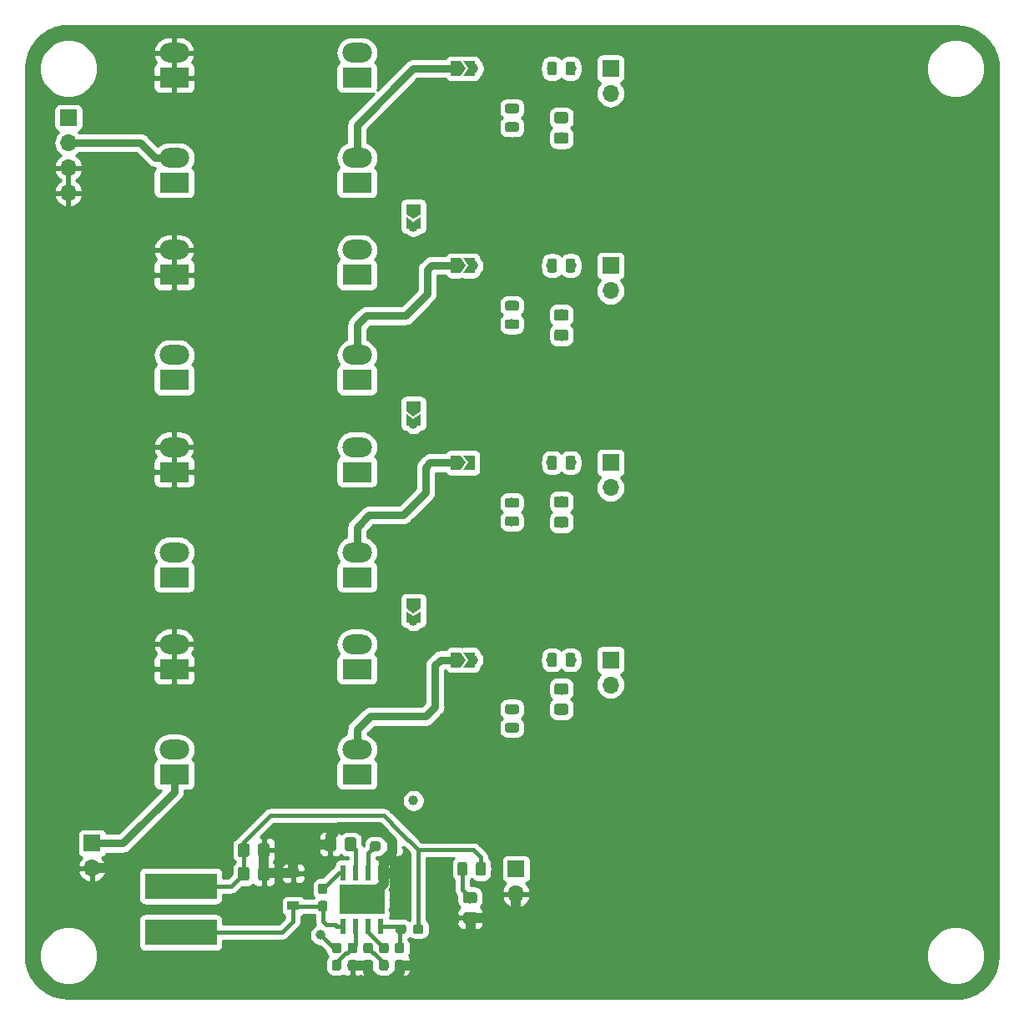
<source format=gtl>
G04 #@! TF.GenerationSoftware,KiCad,Pcbnew,5.1.2-f72e74a~84~ubuntu18.04.1*
G04 #@! TF.CreationDate,2019-05-25T15:58:10+08:00*
G04 #@! TF.ProjectId,power-board-tryout,706f7765-722d-4626-9f61-72642d747279,rev?*
G04 #@! TF.SameCoordinates,Original*
G04 #@! TF.FileFunction,Copper,L1,Top*
G04 #@! TF.FilePolarity,Positive*
%FSLAX46Y46*%
G04 Gerber Fmt 4.6, Leading zero omitted, Abs format (unit mm)*
G04 Created by KiCad (PCBNEW 5.1.2-f72e74a~84~ubuntu18.04.1) date 2019-05-25 15:58:10*
%MOMM*%
%LPD*%
G04 APERTURE LIST*
%ADD10O,3.000000X2.000000*%
%ADD11R,3.000000X2.000000*%
%ADD12C,0.100000*%
%ADD13C,0.975000*%
%ADD14C,1.150000*%
%ADD15O,1.700000X1.700000*%
%ADD16R,1.700000X1.700000*%
%ADD17R,1.500000X1.200000*%
%ADD18R,0.600000X1.550000*%
%ADD19C,0.950000*%
%ADD20R,7.300000X2.600000*%
%ADD21R,1.200000X0.900000*%
%ADD22C,0.300000*%
%ADD23C,1.000000*%
%ADD24C,0.600000*%
%ADD25C,1.200000*%
%ADD26C,1.000000*%
%ADD27C,0.800000*%
%ADD28C,0.400000*%
%ADD29C,0.254000*%
G04 APERTURE END LIST*
D10*
X65729000Y-113396000D03*
D11*
X65729000Y-126604000D03*
D10*
X84271000Y-113396000D03*
D11*
X84271000Y-126604000D03*
X84271000Y-115936000D03*
X65729000Y-115936000D03*
D10*
X65729000Y-124064000D03*
X84271000Y-124064000D03*
X65729000Y-93396000D03*
D11*
X65729000Y-106604000D03*
D10*
X84271000Y-93396000D03*
D11*
X84271000Y-106604000D03*
X84271000Y-95936000D03*
X65729000Y-95936000D03*
D10*
X65729000Y-104064000D03*
X84271000Y-104064000D03*
X65729000Y-73396000D03*
D11*
X65729000Y-86604000D03*
D10*
X84271000Y-73396000D03*
D11*
X84271000Y-86604000D03*
X84271000Y-75936000D03*
X65729000Y-75936000D03*
D10*
X65729000Y-84064000D03*
X84271000Y-84064000D03*
X65729000Y-53396000D03*
D11*
X65729000Y-66604000D03*
D10*
X84271000Y-53396000D03*
D11*
X84271000Y-66604000D03*
X84271000Y-55936000D03*
X65729000Y-55936000D03*
D10*
X65729000Y-64064000D03*
X84271000Y-64064000D03*
D12*
G36*
X95230142Y-135501174D02*
G01*
X95253803Y-135504684D01*
X95277007Y-135510496D01*
X95299529Y-135518554D01*
X95321153Y-135528782D01*
X95341670Y-135541079D01*
X95360883Y-135555329D01*
X95378607Y-135571393D01*
X95394671Y-135589117D01*
X95408921Y-135608330D01*
X95421218Y-135628847D01*
X95431446Y-135650471D01*
X95439504Y-135672993D01*
X95445316Y-135696197D01*
X95448826Y-135719858D01*
X95450000Y-135743750D01*
X95450000Y-136656250D01*
X95448826Y-136680142D01*
X95445316Y-136703803D01*
X95439504Y-136727007D01*
X95431446Y-136749529D01*
X95421218Y-136771153D01*
X95408921Y-136791670D01*
X95394671Y-136810883D01*
X95378607Y-136828607D01*
X95360883Y-136844671D01*
X95341670Y-136858921D01*
X95321153Y-136871218D01*
X95299529Y-136881446D01*
X95277007Y-136889504D01*
X95253803Y-136895316D01*
X95230142Y-136898826D01*
X95206250Y-136900000D01*
X94718750Y-136900000D01*
X94694858Y-136898826D01*
X94671197Y-136895316D01*
X94647993Y-136889504D01*
X94625471Y-136881446D01*
X94603847Y-136871218D01*
X94583330Y-136858921D01*
X94564117Y-136844671D01*
X94546393Y-136828607D01*
X94530329Y-136810883D01*
X94516079Y-136791670D01*
X94503782Y-136771153D01*
X94493554Y-136749529D01*
X94485496Y-136727007D01*
X94479684Y-136703803D01*
X94476174Y-136680142D01*
X94475000Y-136656250D01*
X94475000Y-135743750D01*
X94476174Y-135719858D01*
X94479684Y-135696197D01*
X94485496Y-135672993D01*
X94493554Y-135650471D01*
X94503782Y-135628847D01*
X94516079Y-135608330D01*
X94530329Y-135589117D01*
X94546393Y-135571393D01*
X94564117Y-135555329D01*
X94583330Y-135541079D01*
X94603847Y-135528782D01*
X94625471Y-135518554D01*
X94647993Y-135510496D01*
X94671197Y-135504684D01*
X94694858Y-135501174D01*
X94718750Y-135500000D01*
X95206250Y-135500000D01*
X95230142Y-135501174D01*
X95230142Y-135501174D01*
G37*
D13*
X94962500Y-136200000D03*
D12*
G36*
X97105142Y-135501174D02*
G01*
X97128803Y-135504684D01*
X97152007Y-135510496D01*
X97174529Y-135518554D01*
X97196153Y-135528782D01*
X97216670Y-135541079D01*
X97235883Y-135555329D01*
X97253607Y-135571393D01*
X97269671Y-135589117D01*
X97283921Y-135608330D01*
X97296218Y-135628847D01*
X97306446Y-135650471D01*
X97314504Y-135672993D01*
X97320316Y-135696197D01*
X97323826Y-135719858D01*
X97325000Y-135743750D01*
X97325000Y-136656250D01*
X97323826Y-136680142D01*
X97320316Y-136703803D01*
X97314504Y-136727007D01*
X97306446Y-136749529D01*
X97296218Y-136771153D01*
X97283921Y-136791670D01*
X97269671Y-136810883D01*
X97253607Y-136828607D01*
X97235883Y-136844671D01*
X97216670Y-136858921D01*
X97196153Y-136871218D01*
X97174529Y-136881446D01*
X97152007Y-136889504D01*
X97128803Y-136895316D01*
X97105142Y-136898826D01*
X97081250Y-136900000D01*
X96593750Y-136900000D01*
X96569858Y-136898826D01*
X96546197Y-136895316D01*
X96522993Y-136889504D01*
X96500471Y-136881446D01*
X96478847Y-136871218D01*
X96458330Y-136858921D01*
X96439117Y-136844671D01*
X96421393Y-136828607D01*
X96405329Y-136810883D01*
X96391079Y-136791670D01*
X96378782Y-136771153D01*
X96368554Y-136749529D01*
X96360496Y-136727007D01*
X96354684Y-136703803D01*
X96351174Y-136680142D01*
X96350000Y-136656250D01*
X96350000Y-135743750D01*
X96351174Y-135719858D01*
X96354684Y-135696197D01*
X96360496Y-135672993D01*
X96368554Y-135650471D01*
X96378782Y-135628847D01*
X96391079Y-135608330D01*
X96405329Y-135589117D01*
X96421393Y-135571393D01*
X96439117Y-135555329D01*
X96458330Y-135541079D01*
X96478847Y-135528782D01*
X96500471Y-135518554D01*
X96522993Y-135510496D01*
X96546197Y-135504684D01*
X96569858Y-135501174D01*
X96593750Y-135500000D01*
X97081250Y-135500000D01*
X97105142Y-135501174D01*
X97105142Y-135501174D01*
G37*
D13*
X96837500Y-136200000D03*
D12*
G36*
X106205142Y-114301174D02*
G01*
X106228803Y-114304684D01*
X106252007Y-114310496D01*
X106274529Y-114318554D01*
X106296153Y-114328782D01*
X106316670Y-114341079D01*
X106335883Y-114355329D01*
X106353607Y-114371393D01*
X106369671Y-114389117D01*
X106383921Y-114408330D01*
X106396218Y-114428847D01*
X106406446Y-114450471D01*
X106414504Y-114472993D01*
X106420316Y-114496197D01*
X106423826Y-114519858D01*
X106425000Y-114543750D01*
X106425000Y-115456250D01*
X106423826Y-115480142D01*
X106420316Y-115503803D01*
X106414504Y-115527007D01*
X106406446Y-115549529D01*
X106396218Y-115571153D01*
X106383921Y-115591670D01*
X106369671Y-115610883D01*
X106353607Y-115628607D01*
X106335883Y-115644671D01*
X106316670Y-115658921D01*
X106296153Y-115671218D01*
X106274529Y-115681446D01*
X106252007Y-115689504D01*
X106228803Y-115695316D01*
X106205142Y-115698826D01*
X106181250Y-115700000D01*
X105693750Y-115700000D01*
X105669858Y-115698826D01*
X105646197Y-115695316D01*
X105622993Y-115689504D01*
X105600471Y-115681446D01*
X105578847Y-115671218D01*
X105558330Y-115658921D01*
X105539117Y-115644671D01*
X105521393Y-115628607D01*
X105505329Y-115610883D01*
X105491079Y-115591670D01*
X105478782Y-115571153D01*
X105468554Y-115549529D01*
X105460496Y-115527007D01*
X105454684Y-115503803D01*
X105451174Y-115480142D01*
X105450000Y-115456250D01*
X105450000Y-114543750D01*
X105451174Y-114519858D01*
X105454684Y-114496197D01*
X105460496Y-114472993D01*
X105468554Y-114450471D01*
X105478782Y-114428847D01*
X105491079Y-114408330D01*
X105505329Y-114389117D01*
X105521393Y-114371393D01*
X105539117Y-114355329D01*
X105558330Y-114341079D01*
X105578847Y-114328782D01*
X105600471Y-114318554D01*
X105622993Y-114310496D01*
X105646197Y-114304684D01*
X105669858Y-114301174D01*
X105693750Y-114300000D01*
X106181250Y-114300000D01*
X106205142Y-114301174D01*
X106205142Y-114301174D01*
G37*
D13*
X105937500Y-115000000D03*
D12*
G36*
X104330142Y-114301174D02*
G01*
X104353803Y-114304684D01*
X104377007Y-114310496D01*
X104399529Y-114318554D01*
X104421153Y-114328782D01*
X104441670Y-114341079D01*
X104460883Y-114355329D01*
X104478607Y-114371393D01*
X104494671Y-114389117D01*
X104508921Y-114408330D01*
X104521218Y-114428847D01*
X104531446Y-114450471D01*
X104539504Y-114472993D01*
X104545316Y-114496197D01*
X104548826Y-114519858D01*
X104550000Y-114543750D01*
X104550000Y-115456250D01*
X104548826Y-115480142D01*
X104545316Y-115503803D01*
X104539504Y-115527007D01*
X104531446Y-115549529D01*
X104521218Y-115571153D01*
X104508921Y-115591670D01*
X104494671Y-115610883D01*
X104478607Y-115628607D01*
X104460883Y-115644671D01*
X104441670Y-115658921D01*
X104421153Y-115671218D01*
X104399529Y-115681446D01*
X104377007Y-115689504D01*
X104353803Y-115695316D01*
X104330142Y-115698826D01*
X104306250Y-115700000D01*
X103818750Y-115700000D01*
X103794858Y-115698826D01*
X103771197Y-115695316D01*
X103747993Y-115689504D01*
X103725471Y-115681446D01*
X103703847Y-115671218D01*
X103683330Y-115658921D01*
X103664117Y-115644671D01*
X103646393Y-115628607D01*
X103630329Y-115610883D01*
X103616079Y-115591670D01*
X103603782Y-115571153D01*
X103593554Y-115549529D01*
X103585496Y-115527007D01*
X103579684Y-115503803D01*
X103576174Y-115480142D01*
X103575000Y-115456250D01*
X103575000Y-114543750D01*
X103576174Y-114519858D01*
X103579684Y-114496197D01*
X103585496Y-114472993D01*
X103593554Y-114450471D01*
X103603782Y-114428847D01*
X103616079Y-114408330D01*
X103630329Y-114389117D01*
X103646393Y-114371393D01*
X103664117Y-114355329D01*
X103683330Y-114341079D01*
X103703847Y-114328782D01*
X103725471Y-114318554D01*
X103747993Y-114310496D01*
X103771197Y-114304684D01*
X103794858Y-114301174D01*
X103818750Y-114300000D01*
X104306250Y-114300000D01*
X104330142Y-114301174D01*
X104330142Y-114301174D01*
G37*
D13*
X104062500Y-115000000D03*
D12*
G36*
X106205142Y-94301174D02*
G01*
X106228803Y-94304684D01*
X106252007Y-94310496D01*
X106274529Y-94318554D01*
X106296153Y-94328782D01*
X106316670Y-94341079D01*
X106335883Y-94355329D01*
X106353607Y-94371393D01*
X106369671Y-94389117D01*
X106383921Y-94408330D01*
X106396218Y-94428847D01*
X106406446Y-94450471D01*
X106414504Y-94472993D01*
X106420316Y-94496197D01*
X106423826Y-94519858D01*
X106425000Y-94543750D01*
X106425000Y-95456250D01*
X106423826Y-95480142D01*
X106420316Y-95503803D01*
X106414504Y-95527007D01*
X106406446Y-95549529D01*
X106396218Y-95571153D01*
X106383921Y-95591670D01*
X106369671Y-95610883D01*
X106353607Y-95628607D01*
X106335883Y-95644671D01*
X106316670Y-95658921D01*
X106296153Y-95671218D01*
X106274529Y-95681446D01*
X106252007Y-95689504D01*
X106228803Y-95695316D01*
X106205142Y-95698826D01*
X106181250Y-95700000D01*
X105693750Y-95700000D01*
X105669858Y-95698826D01*
X105646197Y-95695316D01*
X105622993Y-95689504D01*
X105600471Y-95681446D01*
X105578847Y-95671218D01*
X105558330Y-95658921D01*
X105539117Y-95644671D01*
X105521393Y-95628607D01*
X105505329Y-95610883D01*
X105491079Y-95591670D01*
X105478782Y-95571153D01*
X105468554Y-95549529D01*
X105460496Y-95527007D01*
X105454684Y-95503803D01*
X105451174Y-95480142D01*
X105450000Y-95456250D01*
X105450000Y-94543750D01*
X105451174Y-94519858D01*
X105454684Y-94496197D01*
X105460496Y-94472993D01*
X105468554Y-94450471D01*
X105478782Y-94428847D01*
X105491079Y-94408330D01*
X105505329Y-94389117D01*
X105521393Y-94371393D01*
X105539117Y-94355329D01*
X105558330Y-94341079D01*
X105578847Y-94328782D01*
X105600471Y-94318554D01*
X105622993Y-94310496D01*
X105646197Y-94304684D01*
X105669858Y-94301174D01*
X105693750Y-94300000D01*
X106181250Y-94300000D01*
X106205142Y-94301174D01*
X106205142Y-94301174D01*
G37*
D13*
X105937500Y-95000000D03*
D12*
G36*
X104330142Y-94301174D02*
G01*
X104353803Y-94304684D01*
X104377007Y-94310496D01*
X104399529Y-94318554D01*
X104421153Y-94328782D01*
X104441670Y-94341079D01*
X104460883Y-94355329D01*
X104478607Y-94371393D01*
X104494671Y-94389117D01*
X104508921Y-94408330D01*
X104521218Y-94428847D01*
X104531446Y-94450471D01*
X104539504Y-94472993D01*
X104545316Y-94496197D01*
X104548826Y-94519858D01*
X104550000Y-94543750D01*
X104550000Y-95456250D01*
X104548826Y-95480142D01*
X104545316Y-95503803D01*
X104539504Y-95527007D01*
X104531446Y-95549529D01*
X104521218Y-95571153D01*
X104508921Y-95591670D01*
X104494671Y-95610883D01*
X104478607Y-95628607D01*
X104460883Y-95644671D01*
X104441670Y-95658921D01*
X104421153Y-95671218D01*
X104399529Y-95681446D01*
X104377007Y-95689504D01*
X104353803Y-95695316D01*
X104330142Y-95698826D01*
X104306250Y-95700000D01*
X103818750Y-95700000D01*
X103794858Y-95698826D01*
X103771197Y-95695316D01*
X103747993Y-95689504D01*
X103725471Y-95681446D01*
X103703847Y-95671218D01*
X103683330Y-95658921D01*
X103664117Y-95644671D01*
X103646393Y-95628607D01*
X103630329Y-95610883D01*
X103616079Y-95591670D01*
X103603782Y-95571153D01*
X103593554Y-95549529D01*
X103585496Y-95527007D01*
X103579684Y-95503803D01*
X103576174Y-95480142D01*
X103575000Y-95456250D01*
X103575000Y-94543750D01*
X103576174Y-94519858D01*
X103579684Y-94496197D01*
X103585496Y-94472993D01*
X103593554Y-94450471D01*
X103603782Y-94428847D01*
X103616079Y-94408330D01*
X103630329Y-94389117D01*
X103646393Y-94371393D01*
X103664117Y-94355329D01*
X103683330Y-94341079D01*
X103703847Y-94328782D01*
X103725471Y-94318554D01*
X103747993Y-94310496D01*
X103771197Y-94304684D01*
X103794858Y-94301174D01*
X103818750Y-94300000D01*
X104306250Y-94300000D01*
X104330142Y-94301174D01*
X104330142Y-94301174D01*
G37*
D13*
X104062500Y-95000000D03*
D12*
G36*
X106205142Y-74301174D02*
G01*
X106228803Y-74304684D01*
X106252007Y-74310496D01*
X106274529Y-74318554D01*
X106296153Y-74328782D01*
X106316670Y-74341079D01*
X106335883Y-74355329D01*
X106353607Y-74371393D01*
X106369671Y-74389117D01*
X106383921Y-74408330D01*
X106396218Y-74428847D01*
X106406446Y-74450471D01*
X106414504Y-74472993D01*
X106420316Y-74496197D01*
X106423826Y-74519858D01*
X106425000Y-74543750D01*
X106425000Y-75456250D01*
X106423826Y-75480142D01*
X106420316Y-75503803D01*
X106414504Y-75527007D01*
X106406446Y-75549529D01*
X106396218Y-75571153D01*
X106383921Y-75591670D01*
X106369671Y-75610883D01*
X106353607Y-75628607D01*
X106335883Y-75644671D01*
X106316670Y-75658921D01*
X106296153Y-75671218D01*
X106274529Y-75681446D01*
X106252007Y-75689504D01*
X106228803Y-75695316D01*
X106205142Y-75698826D01*
X106181250Y-75700000D01*
X105693750Y-75700000D01*
X105669858Y-75698826D01*
X105646197Y-75695316D01*
X105622993Y-75689504D01*
X105600471Y-75681446D01*
X105578847Y-75671218D01*
X105558330Y-75658921D01*
X105539117Y-75644671D01*
X105521393Y-75628607D01*
X105505329Y-75610883D01*
X105491079Y-75591670D01*
X105478782Y-75571153D01*
X105468554Y-75549529D01*
X105460496Y-75527007D01*
X105454684Y-75503803D01*
X105451174Y-75480142D01*
X105450000Y-75456250D01*
X105450000Y-74543750D01*
X105451174Y-74519858D01*
X105454684Y-74496197D01*
X105460496Y-74472993D01*
X105468554Y-74450471D01*
X105478782Y-74428847D01*
X105491079Y-74408330D01*
X105505329Y-74389117D01*
X105521393Y-74371393D01*
X105539117Y-74355329D01*
X105558330Y-74341079D01*
X105578847Y-74328782D01*
X105600471Y-74318554D01*
X105622993Y-74310496D01*
X105646197Y-74304684D01*
X105669858Y-74301174D01*
X105693750Y-74300000D01*
X106181250Y-74300000D01*
X106205142Y-74301174D01*
X106205142Y-74301174D01*
G37*
D13*
X105937500Y-75000000D03*
D12*
G36*
X104330142Y-74301174D02*
G01*
X104353803Y-74304684D01*
X104377007Y-74310496D01*
X104399529Y-74318554D01*
X104421153Y-74328782D01*
X104441670Y-74341079D01*
X104460883Y-74355329D01*
X104478607Y-74371393D01*
X104494671Y-74389117D01*
X104508921Y-74408330D01*
X104521218Y-74428847D01*
X104531446Y-74450471D01*
X104539504Y-74472993D01*
X104545316Y-74496197D01*
X104548826Y-74519858D01*
X104550000Y-74543750D01*
X104550000Y-75456250D01*
X104548826Y-75480142D01*
X104545316Y-75503803D01*
X104539504Y-75527007D01*
X104531446Y-75549529D01*
X104521218Y-75571153D01*
X104508921Y-75591670D01*
X104494671Y-75610883D01*
X104478607Y-75628607D01*
X104460883Y-75644671D01*
X104441670Y-75658921D01*
X104421153Y-75671218D01*
X104399529Y-75681446D01*
X104377007Y-75689504D01*
X104353803Y-75695316D01*
X104330142Y-75698826D01*
X104306250Y-75700000D01*
X103818750Y-75700000D01*
X103794858Y-75698826D01*
X103771197Y-75695316D01*
X103747993Y-75689504D01*
X103725471Y-75681446D01*
X103703847Y-75671218D01*
X103683330Y-75658921D01*
X103664117Y-75644671D01*
X103646393Y-75628607D01*
X103630329Y-75610883D01*
X103616079Y-75591670D01*
X103603782Y-75571153D01*
X103593554Y-75549529D01*
X103585496Y-75527007D01*
X103579684Y-75503803D01*
X103576174Y-75480142D01*
X103575000Y-75456250D01*
X103575000Y-74543750D01*
X103576174Y-74519858D01*
X103579684Y-74496197D01*
X103585496Y-74472993D01*
X103593554Y-74450471D01*
X103603782Y-74428847D01*
X103616079Y-74408330D01*
X103630329Y-74389117D01*
X103646393Y-74371393D01*
X103664117Y-74355329D01*
X103683330Y-74341079D01*
X103703847Y-74328782D01*
X103725471Y-74318554D01*
X103747993Y-74310496D01*
X103771197Y-74304684D01*
X103794858Y-74301174D01*
X103818750Y-74300000D01*
X104306250Y-74300000D01*
X104330142Y-74301174D01*
X104330142Y-74301174D01*
G37*
D13*
X104062500Y-75000000D03*
D12*
G36*
X106205142Y-54301174D02*
G01*
X106228803Y-54304684D01*
X106252007Y-54310496D01*
X106274529Y-54318554D01*
X106296153Y-54328782D01*
X106316670Y-54341079D01*
X106335883Y-54355329D01*
X106353607Y-54371393D01*
X106369671Y-54389117D01*
X106383921Y-54408330D01*
X106396218Y-54428847D01*
X106406446Y-54450471D01*
X106414504Y-54472993D01*
X106420316Y-54496197D01*
X106423826Y-54519858D01*
X106425000Y-54543750D01*
X106425000Y-55456250D01*
X106423826Y-55480142D01*
X106420316Y-55503803D01*
X106414504Y-55527007D01*
X106406446Y-55549529D01*
X106396218Y-55571153D01*
X106383921Y-55591670D01*
X106369671Y-55610883D01*
X106353607Y-55628607D01*
X106335883Y-55644671D01*
X106316670Y-55658921D01*
X106296153Y-55671218D01*
X106274529Y-55681446D01*
X106252007Y-55689504D01*
X106228803Y-55695316D01*
X106205142Y-55698826D01*
X106181250Y-55700000D01*
X105693750Y-55700000D01*
X105669858Y-55698826D01*
X105646197Y-55695316D01*
X105622993Y-55689504D01*
X105600471Y-55681446D01*
X105578847Y-55671218D01*
X105558330Y-55658921D01*
X105539117Y-55644671D01*
X105521393Y-55628607D01*
X105505329Y-55610883D01*
X105491079Y-55591670D01*
X105478782Y-55571153D01*
X105468554Y-55549529D01*
X105460496Y-55527007D01*
X105454684Y-55503803D01*
X105451174Y-55480142D01*
X105450000Y-55456250D01*
X105450000Y-54543750D01*
X105451174Y-54519858D01*
X105454684Y-54496197D01*
X105460496Y-54472993D01*
X105468554Y-54450471D01*
X105478782Y-54428847D01*
X105491079Y-54408330D01*
X105505329Y-54389117D01*
X105521393Y-54371393D01*
X105539117Y-54355329D01*
X105558330Y-54341079D01*
X105578847Y-54328782D01*
X105600471Y-54318554D01*
X105622993Y-54310496D01*
X105646197Y-54304684D01*
X105669858Y-54301174D01*
X105693750Y-54300000D01*
X106181250Y-54300000D01*
X106205142Y-54301174D01*
X106205142Y-54301174D01*
G37*
D13*
X105937500Y-55000000D03*
D12*
G36*
X104330142Y-54301174D02*
G01*
X104353803Y-54304684D01*
X104377007Y-54310496D01*
X104399529Y-54318554D01*
X104421153Y-54328782D01*
X104441670Y-54341079D01*
X104460883Y-54355329D01*
X104478607Y-54371393D01*
X104494671Y-54389117D01*
X104508921Y-54408330D01*
X104521218Y-54428847D01*
X104531446Y-54450471D01*
X104539504Y-54472993D01*
X104545316Y-54496197D01*
X104548826Y-54519858D01*
X104550000Y-54543750D01*
X104550000Y-55456250D01*
X104548826Y-55480142D01*
X104545316Y-55503803D01*
X104539504Y-55527007D01*
X104531446Y-55549529D01*
X104521218Y-55571153D01*
X104508921Y-55591670D01*
X104494671Y-55610883D01*
X104478607Y-55628607D01*
X104460883Y-55644671D01*
X104441670Y-55658921D01*
X104421153Y-55671218D01*
X104399529Y-55681446D01*
X104377007Y-55689504D01*
X104353803Y-55695316D01*
X104330142Y-55698826D01*
X104306250Y-55700000D01*
X103818750Y-55700000D01*
X103794858Y-55698826D01*
X103771197Y-55695316D01*
X103747993Y-55689504D01*
X103725471Y-55681446D01*
X103703847Y-55671218D01*
X103683330Y-55658921D01*
X103664117Y-55644671D01*
X103646393Y-55628607D01*
X103630329Y-55610883D01*
X103616079Y-55591670D01*
X103603782Y-55571153D01*
X103593554Y-55549529D01*
X103585496Y-55527007D01*
X103579684Y-55503803D01*
X103576174Y-55480142D01*
X103575000Y-55456250D01*
X103575000Y-54543750D01*
X103576174Y-54519858D01*
X103579684Y-54496197D01*
X103585496Y-54472993D01*
X103593554Y-54450471D01*
X103603782Y-54428847D01*
X103616079Y-54408330D01*
X103630329Y-54389117D01*
X103646393Y-54371393D01*
X103664117Y-54355329D01*
X103683330Y-54341079D01*
X103703847Y-54328782D01*
X103725471Y-54318554D01*
X103747993Y-54310496D01*
X103771197Y-54304684D01*
X103794858Y-54301174D01*
X103818750Y-54300000D01*
X104306250Y-54300000D01*
X104330142Y-54301174D01*
X104330142Y-54301174D01*
G37*
D13*
X104062500Y-55000000D03*
D12*
G36*
X96224505Y-140601204D02*
G01*
X96248773Y-140604804D01*
X96272572Y-140610765D01*
X96295671Y-140619030D01*
X96317850Y-140629520D01*
X96338893Y-140642132D01*
X96358599Y-140656747D01*
X96376777Y-140673223D01*
X96393253Y-140691401D01*
X96407868Y-140711107D01*
X96420480Y-140732150D01*
X96430970Y-140754329D01*
X96439235Y-140777428D01*
X96445196Y-140801227D01*
X96448796Y-140825495D01*
X96450000Y-140849999D01*
X96450000Y-141500001D01*
X96448796Y-141524505D01*
X96445196Y-141548773D01*
X96439235Y-141572572D01*
X96430970Y-141595671D01*
X96420480Y-141617850D01*
X96407868Y-141638893D01*
X96393253Y-141658599D01*
X96376777Y-141676777D01*
X96358599Y-141693253D01*
X96338893Y-141707868D01*
X96317850Y-141720480D01*
X96295671Y-141730970D01*
X96272572Y-141739235D01*
X96248773Y-141745196D01*
X96224505Y-141748796D01*
X96200001Y-141750000D01*
X95299999Y-141750000D01*
X95275495Y-141748796D01*
X95251227Y-141745196D01*
X95227428Y-141739235D01*
X95204329Y-141730970D01*
X95182150Y-141720480D01*
X95161107Y-141707868D01*
X95141401Y-141693253D01*
X95123223Y-141676777D01*
X95106747Y-141658599D01*
X95092132Y-141638893D01*
X95079520Y-141617850D01*
X95069030Y-141595671D01*
X95060765Y-141572572D01*
X95054804Y-141548773D01*
X95051204Y-141524505D01*
X95050000Y-141500001D01*
X95050000Y-140849999D01*
X95051204Y-140825495D01*
X95054804Y-140801227D01*
X95060765Y-140777428D01*
X95069030Y-140754329D01*
X95079520Y-140732150D01*
X95092132Y-140711107D01*
X95106747Y-140691401D01*
X95123223Y-140673223D01*
X95141401Y-140656747D01*
X95161107Y-140642132D01*
X95182150Y-140629520D01*
X95204329Y-140619030D01*
X95227428Y-140610765D01*
X95251227Y-140604804D01*
X95275495Y-140601204D01*
X95299999Y-140600000D01*
X96200001Y-140600000D01*
X96224505Y-140601204D01*
X96224505Y-140601204D01*
G37*
D14*
X95750000Y-141175000D03*
D12*
G36*
X96224505Y-138551204D02*
G01*
X96248773Y-138554804D01*
X96272572Y-138560765D01*
X96295671Y-138569030D01*
X96317850Y-138579520D01*
X96338893Y-138592132D01*
X96358599Y-138606747D01*
X96376777Y-138623223D01*
X96393253Y-138641401D01*
X96407868Y-138661107D01*
X96420480Y-138682150D01*
X96430970Y-138704329D01*
X96439235Y-138727428D01*
X96445196Y-138751227D01*
X96448796Y-138775495D01*
X96450000Y-138799999D01*
X96450000Y-139450001D01*
X96448796Y-139474505D01*
X96445196Y-139498773D01*
X96439235Y-139522572D01*
X96430970Y-139545671D01*
X96420480Y-139567850D01*
X96407868Y-139588893D01*
X96393253Y-139608599D01*
X96376777Y-139626777D01*
X96358599Y-139643253D01*
X96338893Y-139657868D01*
X96317850Y-139670480D01*
X96295671Y-139680970D01*
X96272572Y-139689235D01*
X96248773Y-139695196D01*
X96224505Y-139698796D01*
X96200001Y-139700000D01*
X95299999Y-139700000D01*
X95275495Y-139698796D01*
X95251227Y-139695196D01*
X95227428Y-139689235D01*
X95204329Y-139680970D01*
X95182150Y-139670480D01*
X95161107Y-139657868D01*
X95141401Y-139643253D01*
X95123223Y-139626777D01*
X95106747Y-139608599D01*
X95092132Y-139588893D01*
X95079520Y-139567850D01*
X95069030Y-139545671D01*
X95060765Y-139522572D01*
X95054804Y-139498773D01*
X95051204Y-139474505D01*
X95050000Y-139450001D01*
X95050000Y-138799999D01*
X95051204Y-138775495D01*
X95054804Y-138751227D01*
X95060765Y-138727428D01*
X95069030Y-138704329D01*
X95079520Y-138682150D01*
X95092132Y-138661107D01*
X95106747Y-138641401D01*
X95123223Y-138623223D01*
X95141401Y-138606747D01*
X95161107Y-138592132D01*
X95182150Y-138579520D01*
X95204329Y-138569030D01*
X95227428Y-138560765D01*
X95251227Y-138554804D01*
X95275495Y-138551204D01*
X95299999Y-138550000D01*
X96200001Y-138550000D01*
X96224505Y-138551204D01*
X96224505Y-138551204D01*
G37*
D14*
X95750000Y-139125000D03*
D15*
X100400000Y-138740000D03*
D16*
X100400000Y-136200000D03*
D15*
X57400000Y-136140000D03*
D16*
X57400000Y-133600000D03*
D17*
X86323999Y-139300000D03*
X86323999Y-138411000D03*
X86323999Y-140189000D03*
X85307999Y-139300000D03*
X85307999Y-138411000D03*
X85307999Y-140189000D03*
X84291999Y-139300000D03*
X84291999Y-138411000D03*
X84291999Y-140189000D03*
X83275999Y-138411000D03*
X83275999Y-139300000D03*
X83275999Y-140189000D03*
D18*
X82894999Y-136600000D03*
X84164999Y-136600000D03*
X85434999Y-136600000D03*
X86704999Y-136600000D03*
X86704999Y-142000000D03*
X85434999Y-142000000D03*
X84164999Y-142000000D03*
X82894999Y-142000000D03*
D12*
G36*
X85660779Y-145451144D02*
G01*
X85683834Y-145454563D01*
X85706443Y-145460227D01*
X85728387Y-145468079D01*
X85749457Y-145478044D01*
X85769448Y-145490026D01*
X85788168Y-145503910D01*
X85805438Y-145519562D01*
X85821090Y-145536832D01*
X85834974Y-145555552D01*
X85846956Y-145575543D01*
X85856921Y-145596613D01*
X85864773Y-145618557D01*
X85870437Y-145641166D01*
X85873856Y-145664221D01*
X85875000Y-145687500D01*
X85875000Y-146262500D01*
X85873856Y-146285779D01*
X85870437Y-146308834D01*
X85864773Y-146331443D01*
X85856921Y-146353387D01*
X85846956Y-146374457D01*
X85834974Y-146394448D01*
X85821090Y-146413168D01*
X85805438Y-146430438D01*
X85788168Y-146446090D01*
X85769448Y-146459974D01*
X85749457Y-146471956D01*
X85728387Y-146481921D01*
X85706443Y-146489773D01*
X85683834Y-146495437D01*
X85660779Y-146498856D01*
X85637500Y-146500000D01*
X85162500Y-146500000D01*
X85139221Y-146498856D01*
X85116166Y-146495437D01*
X85093557Y-146489773D01*
X85071613Y-146481921D01*
X85050543Y-146471956D01*
X85030552Y-146459974D01*
X85011832Y-146446090D01*
X84994562Y-146430438D01*
X84978910Y-146413168D01*
X84965026Y-146394448D01*
X84953044Y-146374457D01*
X84943079Y-146353387D01*
X84935227Y-146331443D01*
X84929563Y-146308834D01*
X84926144Y-146285779D01*
X84925000Y-146262500D01*
X84925000Y-145687500D01*
X84926144Y-145664221D01*
X84929563Y-145641166D01*
X84935227Y-145618557D01*
X84943079Y-145596613D01*
X84953044Y-145575543D01*
X84965026Y-145555552D01*
X84978910Y-145536832D01*
X84994562Y-145519562D01*
X85011832Y-145503910D01*
X85030552Y-145490026D01*
X85050543Y-145478044D01*
X85071613Y-145468079D01*
X85093557Y-145460227D01*
X85116166Y-145454563D01*
X85139221Y-145451144D01*
X85162500Y-145450000D01*
X85637500Y-145450000D01*
X85660779Y-145451144D01*
X85660779Y-145451144D01*
G37*
D19*
X85400000Y-145975000D03*
D12*
G36*
X85660779Y-143701144D02*
G01*
X85683834Y-143704563D01*
X85706443Y-143710227D01*
X85728387Y-143718079D01*
X85749457Y-143728044D01*
X85769448Y-143740026D01*
X85788168Y-143753910D01*
X85805438Y-143769562D01*
X85821090Y-143786832D01*
X85834974Y-143805552D01*
X85846956Y-143825543D01*
X85856921Y-143846613D01*
X85864773Y-143868557D01*
X85870437Y-143891166D01*
X85873856Y-143914221D01*
X85875000Y-143937500D01*
X85875000Y-144512500D01*
X85873856Y-144535779D01*
X85870437Y-144558834D01*
X85864773Y-144581443D01*
X85856921Y-144603387D01*
X85846956Y-144624457D01*
X85834974Y-144644448D01*
X85821090Y-144663168D01*
X85805438Y-144680438D01*
X85788168Y-144696090D01*
X85769448Y-144709974D01*
X85749457Y-144721956D01*
X85728387Y-144731921D01*
X85706443Y-144739773D01*
X85683834Y-144745437D01*
X85660779Y-144748856D01*
X85637500Y-144750000D01*
X85162500Y-144750000D01*
X85139221Y-144748856D01*
X85116166Y-144745437D01*
X85093557Y-144739773D01*
X85071613Y-144731921D01*
X85050543Y-144721956D01*
X85030552Y-144709974D01*
X85011832Y-144696090D01*
X84994562Y-144680438D01*
X84978910Y-144663168D01*
X84965026Y-144644448D01*
X84953044Y-144624457D01*
X84943079Y-144603387D01*
X84935227Y-144581443D01*
X84929563Y-144558834D01*
X84926144Y-144535779D01*
X84925000Y-144512500D01*
X84925000Y-143937500D01*
X84926144Y-143914221D01*
X84929563Y-143891166D01*
X84935227Y-143868557D01*
X84943079Y-143846613D01*
X84953044Y-143825543D01*
X84965026Y-143805552D01*
X84978910Y-143786832D01*
X84994562Y-143769562D01*
X85011832Y-143753910D01*
X85030552Y-143740026D01*
X85050543Y-143728044D01*
X85071613Y-143718079D01*
X85093557Y-143710227D01*
X85116166Y-143704563D01*
X85139221Y-143701144D01*
X85162500Y-143700000D01*
X85637500Y-143700000D01*
X85660779Y-143701144D01*
X85660779Y-143701144D01*
G37*
D19*
X85400000Y-144225000D03*
D12*
G36*
X88860779Y-145451144D02*
G01*
X88883834Y-145454563D01*
X88906443Y-145460227D01*
X88928387Y-145468079D01*
X88949457Y-145478044D01*
X88969448Y-145490026D01*
X88988168Y-145503910D01*
X89005438Y-145519562D01*
X89021090Y-145536832D01*
X89034974Y-145555552D01*
X89046956Y-145575543D01*
X89056921Y-145596613D01*
X89064773Y-145618557D01*
X89070437Y-145641166D01*
X89073856Y-145664221D01*
X89075000Y-145687500D01*
X89075000Y-146262500D01*
X89073856Y-146285779D01*
X89070437Y-146308834D01*
X89064773Y-146331443D01*
X89056921Y-146353387D01*
X89046956Y-146374457D01*
X89034974Y-146394448D01*
X89021090Y-146413168D01*
X89005438Y-146430438D01*
X88988168Y-146446090D01*
X88969448Y-146459974D01*
X88949457Y-146471956D01*
X88928387Y-146481921D01*
X88906443Y-146489773D01*
X88883834Y-146495437D01*
X88860779Y-146498856D01*
X88837500Y-146500000D01*
X88362500Y-146500000D01*
X88339221Y-146498856D01*
X88316166Y-146495437D01*
X88293557Y-146489773D01*
X88271613Y-146481921D01*
X88250543Y-146471956D01*
X88230552Y-146459974D01*
X88211832Y-146446090D01*
X88194562Y-146430438D01*
X88178910Y-146413168D01*
X88165026Y-146394448D01*
X88153044Y-146374457D01*
X88143079Y-146353387D01*
X88135227Y-146331443D01*
X88129563Y-146308834D01*
X88126144Y-146285779D01*
X88125000Y-146262500D01*
X88125000Y-145687500D01*
X88126144Y-145664221D01*
X88129563Y-145641166D01*
X88135227Y-145618557D01*
X88143079Y-145596613D01*
X88153044Y-145575543D01*
X88165026Y-145555552D01*
X88178910Y-145536832D01*
X88194562Y-145519562D01*
X88211832Y-145503910D01*
X88230552Y-145490026D01*
X88250543Y-145478044D01*
X88271613Y-145468079D01*
X88293557Y-145460227D01*
X88316166Y-145454563D01*
X88339221Y-145451144D01*
X88362500Y-145450000D01*
X88837500Y-145450000D01*
X88860779Y-145451144D01*
X88860779Y-145451144D01*
G37*
D19*
X88600000Y-145975000D03*
D12*
G36*
X88860779Y-143701144D02*
G01*
X88883834Y-143704563D01*
X88906443Y-143710227D01*
X88928387Y-143718079D01*
X88949457Y-143728044D01*
X88969448Y-143740026D01*
X88988168Y-143753910D01*
X89005438Y-143769562D01*
X89021090Y-143786832D01*
X89034974Y-143805552D01*
X89046956Y-143825543D01*
X89056921Y-143846613D01*
X89064773Y-143868557D01*
X89070437Y-143891166D01*
X89073856Y-143914221D01*
X89075000Y-143937500D01*
X89075000Y-144512500D01*
X89073856Y-144535779D01*
X89070437Y-144558834D01*
X89064773Y-144581443D01*
X89056921Y-144603387D01*
X89046956Y-144624457D01*
X89034974Y-144644448D01*
X89021090Y-144663168D01*
X89005438Y-144680438D01*
X88988168Y-144696090D01*
X88969448Y-144709974D01*
X88949457Y-144721956D01*
X88928387Y-144731921D01*
X88906443Y-144739773D01*
X88883834Y-144745437D01*
X88860779Y-144748856D01*
X88837500Y-144750000D01*
X88362500Y-144750000D01*
X88339221Y-144748856D01*
X88316166Y-144745437D01*
X88293557Y-144739773D01*
X88271613Y-144731921D01*
X88250543Y-144721956D01*
X88230552Y-144709974D01*
X88211832Y-144696090D01*
X88194562Y-144680438D01*
X88178910Y-144663168D01*
X88165026Y-144644448D01*
X88153044Y-144624457D01*
X88143079Y-144603387D01*
X88135227Y-144581443D01*
X88129563Y-144558834D01*
X88126144Y-144535779D01*
X88125000Y-144512500D01*
X88125000Y-143937500D01*
X88126144Y-143914221D01*
X88129563Y-143891166D01*
X88135227Y-143868557D01*
X88143079Y-143846613D01*
X88153044Y-143825543D01*
X88165026Y-143805552D01*
X88178910Y-143786832D01*
X88194562Y-143769562D01*
X88211832Y-143753910D01*
X88230552Y-143740026D01*
X88250543Y-143728044D01*
X88271613Y-143718079D01*
X88293557Y-143710227D01*
X88316166Y-143704563D01*
X88339221Y-143701144D01*
X88362500Y-143700000D01*
X88837500Y-143700000D01*
X88860779Y-143701144D01*
X88860779Y-143701144D01*
G37*
D19*
X88600000Y-144225000D03*
D12*
G36*
X88185779Y-133426144D02*
G01*
X88208834Y-133429563D01*
X88231443Y-133435227D01*
X88253387Y-133443079D01*
X88274457Y-133453044D01*
X88294448Y-133465026D01*
X88313168Y-133478910D01*
X88330438Y-133494562D01*
X88346090Y-133511832D01*
X88359974Y-133530552D01*
X88371956Y-133550543D01*
X88381921Y-133571613D01*
X88389773Y-133593557D01*
X88395437Y-133616166D01*
X88398856Y-133639221D01*
X88400000Y-133662500D01*
X88400000Y-134137500D01*
X88398856Y-134160779D01*
X88395437Y-134183834D01*
X88389773Y-134206443D01*
X88381921Y-134228387D01*
X88371956Y-134249457D01*
X88359974Y-134269448D01*
X88346090Y-134288168D01*
X88330438Y-134305438D01*
X88313168Y-134321090D01*
X88294448Y-134334974D01*
X88274457Y-134346956D01*
X88253387Y-134356921D01*
X88231443Y-134364773D01*
X88208834Y-134370437D01*
X88185779Y-134373856D01*
X88162500Y-134375000D01*
X87587500Y-134375000D01*
X87564221Y-134373856D01*
X87541166Y-134370437D01*
X87518557Y-134364773D01*
X87496613Y-134356921D01*
X87475543Y-134346956D01*
X87455552Y-134334974D01*
X87436832Y-134321090D01*
X87419562Y-134305438D01*
X87403910Y-134288168D01*
X87390026Y-134269448D01*
X87378044Y-134249457D01*
X87368079Y-134228387D01*
X87360227Y-134206443D01*
X87354563Y-134183834D01*
X87351144Y-134160779D01*
X87350000Y-134137500D01*
X87350000Y-133662500D01*
X87351144Y-133639221D01*
X87354563Y-133616166D01*
X87360227Y-133593557D01*
X87368079Y-133571613D01*
X87378044Y-133550543D01*
X87390026Y-133530552D01*
X87403910Y-133511832D01*
X87419562Y-133494562D01*
X87436832Y-133478910D01*
X87455552Y-133465026D01*
X87475543Y-133453044D01*
X87496613Y-133443079D01*
X87518557Y-133435227D01*
X87541166Y-133429563D01*
X87564221Y-133426144D01*
X87587500Y-133425000D01*
X88162500Y-133425000D01*
X88185779Y-133426144D01*
X88185779Y-133426144D01*
G37*
D19*
X87875000Y-133900000D03*
D12*
G36*
X86435779Y-133426144D02*
G01*
X86458834Y-133429563D01*
X86481443Y-133435227D01*
X86503387Y-133443079D01*
X86524457Y-133453044D01*
X86544448Y-133465026D01*
X86563168Y-133478910D01*
X86580438Y-133494562D01*
X86596090Y-133511832D01*
X86609974Y-133530552D01*
X86621956Y-133550543D01*
X86631921Y-133571613D01*
X86639773Y-133593557D01*
X86645437Y-133616166D01*
X86648856Y-133639221D01*
X86650000Y-133662500D01*
X86650000Y-134137500D01*
X86648856Y-134160779D01*
X86645437Y-134183834D01*
X86639773Y-134206443D01*
X86631921Y-134228387D01*
X86621956Y-134249457D01*
X86609974Y-134269448D01*
X86596090Y-134288168D01*
X86580438Y-134305438D01*
X86563168Y-134321090D01*
X86544448Y-134334974D01*
X86524457Y-134346956D01*
X86503387Y-134356921D01*
X86481443Y-134364773D01*
X86458834Y-134370437D01*
X86435779Y-134373856D01*
X86412500Y-134375000D01*
X85837500Y-134375000D01*
X85814221Y-134373856D01*
X85791166Y-134370437D01*
X85768557Y-134364773D01*
X85746613Y-134356921D01*
X85725543Y-134346956D01*
X85705552Y-134334974D01*
X85686832Y-134321090D01*
X85669562Y-134305438D01*
X85653910Y-134288168D01*
X85640026Y-134269448D01*
X85628044Y-134249457D01*
X85618079Y-134228387D01*
X85610227Y-134206443D01*
X85604563Y-134183834D01*
X85601144Y-134160779D01*
X85600000Y-134137500D01*
X85600000Y-133662500D01*
X85601144Y-133639221D01*
X85604563Y-133616166D01*
X85610227Y-133593557D01*
X85618079Y-133571613D01*
X85628044Y-133550543D01*
X85640026Y-133530552D01*
X85653910Y-133511832D01*
X85669562Y-133494562D01*
X85686832Y-133478910D01*
X85705552Y-133465026D01*
X85725543Y-133453044D01*
X85746613Y-133443079D01*
X85768557Y-133435227D01*
X85791166Y-133429563D01*
X85814221Y-133426144D01*
X85837500Y-133425000D01*
X86412500Y-133425000D01*
X86435779Y-133426144D01*
X86435779Y-133426144D01*
G37*
D19*
X86125000Y-133900000D03*
D12*
G36*
X84060779Y-145451144D02*
G01*
X84083834Y-145454563D01*
X84106443Y-145460227D01*
X84128387Y-145468079D01*
X84149457Y-145478044D01*
X84169448Y-145490026D01*
X84188168Y-145503910D01*
X84205438Y-145519562D01*
X84221090Y-145536832D01*
X84234974Y-145555552D01*
X84246956Y-145575543D01*
X84256921Y-145596613D01*
X84264773Y-145618557D01*
X84270437Y-145641166D01*
X84273856Y-145664221D01*
X84275000Y-145687500D01*
X84275000Y-146262500D01*
X84273856Y-146285779D01*
X84270437Y-146308834D01*
X84264773Y-146331443D01*
X84256921Y-146353387D01*
X84246956Y-146374457D01*
X84234974Y-146394448D01*
X84221090Y-146413168D01*
X84205438Y-146430438D01*
X84188168Y-146446090D01*
X84169448Y-146459974D01*
X84149457Y-146471956D01*
X84128387Y-146481921D01*
X84106443Y-146489773D01*
X84083834Y-146495437D01*
X84060779Y-146498856D01*
X84037500Y-146500000D01*
X83562500Y-146500000D01*
X83539221Y-146498856D01*
X83516166Y-146495437D01*
X83493557Y-146489773D01*
X83471613Y-146481921D01*
X83450543Y-146471956D01*
X83430552Y-146459974D01*
X83411832Y-146446090D01*
X83394562Y-146430438D01*
X83378910Y-146413168D01*
X83365026Y-146394448D01*
X83353044Y-146374457D01*
X83343079Y-146353387D01*
X83335227Y-146331443D01*
X83329563Y-146308834D01*
X83326144Y-146285779D01*
X83325000Y-146262500D01*
X83325000Y-145687500D01*
X83326144Y-145664221D01*
X83329563Y-145641166D01*
X83335227Y-145618557D01*
X83343079Y-145596613D01*
X83353044Y-145575543D01*
X83365026Y-145555552D01*
X83378910Y-145536832D01*
X83394562Y-145519562D01*
X83411832Y-145503910D01*
X83430552Y-145490026D01*
X83450543Y-145478044D01*
X83471613Y-145468079D01*
X83493557Y-145460227D01*
X83516166Y-145454563D01*
X83539221Y-145451144D01*
X83562500Y-145450000D01*
X84037500Y-145450000D01*
X84060779Y-145451144D01*
X84060779Y-145451144D01*
G37*
D19*
X83800000Y-145975000D03*
D12*
G36*
X84060779Y-143701144D02*
G01*
X84083834Y-143704563D01*
X84106443Y-143710227D01*
X84128387Y-143718079D01*
X84149457Y-143728044D01*
X84169448Y-143740026D01*
X84188168Y-143753910D01*
X84205438Y-143769562D01*
X84221090Y-143786832D01*
X84234974Y-143805552D01*
X84246956Y-143825543D01*
X84256921Y-143846613D01*
X84264773Y-143868557D01*
X84270437Y-143891166D01*
X84273856Y-143914221D01*
X84275000Y-143937500D01*
X84275000Y-144512500D01*
X84273856Y-144535779D01*
X84270437Y-144558834D01*
X84264773Y-144581443D01*
X84256921Y-144603387D01*
X84246956Y-144624457D01*
X84234974Y-144644448D01*
X84221090Y-144663168D01*
X84205438Y-144680438D01*
X84188168Y-144696090D01*
X84169448Y-144709974D01*
X84149457Y-144721956D01*
X84128387Y-144731921D01*
X84106443Y-144739773D01*
X84083834Y-144745437D01*
X84060779Y-144748856D01*
X84037500Y-144750000D01*
X83562500Y-144750000D01*
X83539221Y-144748856D01*
X83516166Y-144745437D01*
X83493557Y-144739773D01*
X83471613Y-144731921D01*
X83450543Y-144721956D01*
X83430552Y-144709974D01*
X83411832Y-144696090D01*
X83394562Y-144680438D01*
X83378910Y-144663168D01*
X83365026Y-144644448D01*
X83353044Y-144624457D01*
X83343079Y-144603387D01*
X83335227Y-144581443D01*
X83329563Y-144558834D01*
X83326144Y-144535779D01*
X83325000Y-144512500D01*
X83325000Y-143937500D01*
X83326144Y-143914221D01*
X83329563Y-143891166D01*
X83335227Y-143868557D01*
X83343079Y-143846613D01*
X83353044Y-143825543D01*
X83365026Y-143805552D01*
X83378910Y-143786832D01*
X83394562Y-143769562D01*
X83411832Y-143753910D01*
X83430552Y-143740026D01*
X83450543Y-143728044D01*
X83471613Y-143718079D01*
X83493557Y-143710227D01*
X83516166Y-143704563D01*
X83539221Y-143701144D01*
X83562500Y-143700000D01*
X84037500Y-143700000D01*
X84060779Y-143701144D01*
X84060779Y-143701144D01*
G37*
D19*
X83800000Y-144225000D03*
D12*
G36*
X89035779Y-141826143D02*
G01*
X89058834Y-141829562D01*
X89081443Y-141835226D01*
X89103387Y-141843078D01*
X89124457Y-141853043D01*
X89144448Y-141865025D01*
X89163168Y-141878909D01*
X89180438Y-141894561D01*
X89196090Y-141911831D01*
X89209974Y-141930551D01*
X89221956Y-141950542D01*
X89231921Y-141971612D01*
X89239773Y-141993556D01*
X89245437Y-142016165D01*
X89248856Y-142039220D01*
X89250000Y-142062499D01*
X89250000Y-142537499D01*
X89248856Y-142560778D01*
X89245437Y-142583833D01*
X89239773Y-142606442D01*
X89231921Y-142628386D01*
X89221956Y-142649456D01*
X89209974Y-142669447D01*
X89196090Y-142688167D01*
X89180438Y-142705437D01*
X89163168Y-142721089D01*
X89144448Y-142734973D01*
X89124457Y-142746955D01*
X89103387Y-142756920D01*
X89081443Y-142764772D01*
X89058834Y-142770436D01*
X89035779Y-142773855D01*
X89012500Y-142774999D01*
X88437500Y-142774999D01*
X88414221Y-142773855D01*
X88391166Y-142770436D01*
X88368557Y-142764772D01*
X88346613Y-142756920D01*
X88325543Y-142746955D01*
X88305552Y-142734973D01*
X88286832Y-142721089D01*
X88269562Y-142705437D01*
X88253910Y-142688167D01*
X88240026Y-142669447D01*
X88228044Y-142649456D01*
X88218079Y-142628386D01*
X88210227Y-142606442D01*
X88204563Y-142583833D01*
X88201144Y-142560778D01*
X88200000Y-142537499D01*
X88200000Y-142062499D01*
X88201144Y-142039220D01*
X88204563Y-142016165D01*
X88210227Y-141993556D01*
X88218079Y-141971612D01*
X88228044Y-141950542D01*
X88240026Y-141930551D01*
X88253910Y-141911831D01*
X88269562Y-141894561D01*
X88286832Y-141878909D01*
X88305552Y-141865025D01*
X88325543Y-141853043D01*
X88346613Y-141843078D01*
X88368557Y-141835226D01*
X88391166Y-141829562D01*
X88414221Y-141826143D01*
X88437500Y-141824999D01*
X89012500Y-141824999D01*
X89035779Y-141826143D01*
X89035779Y-141826143D01*
G37*
D19*
X88725000Y-142299999D03*
D12*
G36*
X90785779Y-141826143D02*
G01*
X90808834Y-141829562D01*
X90831443Y-141835226D01*
X90853387Y-141843078D01*
X90874457Y-141853043D01*
X90894448Y-141865025D01*
X90913168Y-141878909D01*
X90930438Y-141894561D01*
X90946090Y-141911831D01*
X90959974Y-141930551D01*
X90971956Y-141950542D01*
X90981921Y-141971612D01*
X90989773Y-141993556D01*
X90995437Y-142016165D01*
X90998856Y-142039220D01*
X91000000Y-142062499D01*
X91000000Y-142537499D01*
X90998856Y-142560778D01*
X90995437Y-142583833D01*
X90989773Y-142606442D01*
X90981921Y-142628386D01*
X90971956Y-142649456D01*
X90959974Y-142669447D01*
X90946090Y-142688167D01*
X90930438Y-142705437D01*
X90913168Y-142721089D01*
X90894448Y-142734973D01*
X90874457Y-142746955D01*
X90853387Y-142756920D01*
X90831443Y-142764772D01*
X90808834Y-142770436D01*
X90785779Y-142773855D01*
X90762500Y-142774999D01*
X90187500Y-142774999D01*
X90164221Y-142773855D01*
X90141166Y-142770436D01*
X90118557Y-142764772D01*
X90096613Y-142756920D01*
X90075543Y-142746955D01*
X90055552Y-142734973D01*
X90036832Y-142721089D01*
X90019562Y-142705437D01*
X90003910Y-142688167D01*
X89990026Y-142669447D01*
X89978044Y-142649456D01*
X89968079Y-142628386D01*
X89960227Y-142606442D01*
X89954563Y-142583833D01*
X89951144Y-142560778D01*
X89950000Y-142537499D01*
X89950000Y-142062499D01*
X89951144Y-142039220D01*
X89954563Y-142016165D01*
X89960227Y-141993556D01*
X89968079Y-141971612D01*
X89978044Y-141950542D01*
X89990026Y-141930551D01*
X90003910Y-141911831D01*
X90019562Y-141894561D01*
X90036832Y-141878909D01*
X90055552Y-141865025D01*
X90075543Y-141853043D01*
X90096613Y-141843078D01*
X90118557Y-141835226D01*
X90141166Y-141829562D01*
X90164221Y-141826143D01*
X90187500Y-141824999D01*
X90762500Y-141824999D01*
X90785779Y-141826143D01*
X90785779Y-141826143D01*
G37*
D19*
X90475000Y-142299999D03*
D12*
G36*
X82460779Y-145451144D02*
G01*
X82483834Y-145454563D01*
X82506443Y-145460227D01*
X82528387Y-145468079D01*
X82549457Y-145478044D01*
X82569448Y-145490026D01*
X82588168Y-145503910D01*
X82605438Y-145519562D01*
X82621090Y-145536832D01*
X82634974Y-145555552D01*
X82646956Y-145575543D01*
X82656921Y-145596613D01*
X82664773Y-145618557D01*
X82670437Y-145641166D01*
X82673856Y-145664221D01*
X82675000Y-145687500D01*
X82675000Y-146262500D01*
X82673856Y-146285779D01*
X82670437Y-146308834D01*
X82664773Y-146331443D01*
X82656921Y-146353387D01*
X82646956Y-146374457D01*
X82634974Y-146394448D01*
X82621090Y-146413168D01*
X82605438Y-146430438D01*
X82588168Y-146446090D01*
X82569448Y-146459974D01*
X82549457Y-146471956D01*
X82528387Y-146481921D01*
X82506443Y-146489773D01*
X82483834Y-146495437D01*
X82460779Y-146498856D01*
X82437500Y-146500000D01*
X81962500Y-146500000D01*
X81939221Y-146498856D01*
X81916166Y-146495437D01*
X81893557Y-146489773D01*
X81871613Y-146481921D01*
X81850543Y-146471956D01*
X81830552Y-146459974D01*
X81811832Y-146446090D01*
X81794562Y-146430438D01*
X81778910Y-146413168D01*
X81765026Y-146394448D01*
X81753044Y-146374457D01*
X81743079Y-146353387D01*
X81735227Y-146331443D01*
X81729563Y-146308834D01*
X81726144Y-146285779D01*
X81725000Y-146262500D01*
X81725000Y-145687500D01*
X81726144Y-145664221D01*
X81729563Y-145641166D01*
X81735227Y-145618557D01*
X81743079Y-145596613D01*
X81753044Y-145575543D01*
X81765026Y-145555552D01*
X81778910Y-145536832D01*
X81794562Y-145519562D01*
X81811832Y-145503910D01*
X81830552Y-145490026D01*
X81850543Y-145478044D01*
X81871613Y-145468079D01*
X81893557Y-145460227D01*
X81916166Y-145454563D01*
X81939221Y-145451144D01*
X81962500Y-145450000D01*
X82437500Y-145450000D01*
X82460779Y-145451144D01*
X82460779Y-145451144D01*
G37*
D19*
X82200000Y-145975000D03*
D12*
G36*
X82460779Y-143701144D02*
G01*
X82483834Y-143704563D01*
X82506443Y-143710227D01*
X82528387Y-143718079D01*
X82549457Y-143728044D01*
X82569448Y-143740026D01*
X82588168Y-143753910D01*
X82605438Y-143769562D01*
X82621090Y-143786832D01*
X82634974Y-143805552D01*
X82646956Y-143825543D01*
X82656921Y-143846613D01*
X82664773Y-143868557D01*
X82670437Y-143891166D01*
X82673856Y-143914221D01*
X82675000Y-143937500D01*
X82675000Y-144512500D01*
X82673856Y-144535779D01*
X82670437Y-144558834D01*
X82664773Y-144581443D01*
X82656921Y-144603387D01*
X82646956Y-144624457D01*
X82634974Y-144644448D01*
X82621090Y-144663168D01*
X82605438Y-144680438D01*
X82588168Y-144696090D01*
X82569448Y-144709974D01*
X82549457Y-144721956D01*
X82528387Y-144731921D01*
X82506443Y-144739773D01*
X82483834Y-144745437D01*
X82460779Y-144748856D01*
X82437500Y-144750000D01*
X81962500Y-144750000D01*
X81939221Y-144748856D01*
X81916166Y-144745437D01*
X81893557Y-144739773D01*
X81871613Y-144731921D01*
X81850543Y-144721956D01*
X81830552Y-144709974D01*
X81811832Y-144696090D01*
X81794562Y-144680438D01*
X81778910Y-144663168D01*
X81765026Y-144644448D01*
X81753044Y-144624457D01*
X81743079Y-144603387D01*
X81735227Y-144581443D01*
X81729563Y-144558834D01*
X81726144Y-144535779D01*
X81725000Y-144512500D01*
X81725000Y-143937500D01*
X81726144Y-143914221D01*
X81729563Y-143891166D01*
X81735227Y-143868557D01*
X81743079Y-143846613D01*
X81753044Y-143825543D01*
X81765026Y-143805552D01*
X81778910Y-143786832D01*
X81794562Y-143769562D01*
X81811832Y-143753910D01*
X81830552Y-143740026D01*
X81850543Y-143728044D01*
X81871613Y-143718079D01*
X81893557Y-143710227D01*
X81916166Y-143704563D01*
X81939221Y-143701144D01*
X81962500Y-143700000D01*
X82437500Y-143700000D01*
X82460779Y-143701144D01*
X82460779Y-143701144D01*
G37*
D19*
X82200000Y-144225000D03*
D20*
X66400000Y-142650000D03*
X66400000Y-137950000D03*
D21*
X77800000Y-136650000D03*
X77800000Y-139950000D03*
D12*
G36*
X75174505Y-136001204D02*
G01*
X75198773Y-136004804D01*
X75222572Y-136010765D01*
X75245671Y-136019030D01*
X75267850Y-136029520D01*
X75288893Y-136042132D01*
X75308599Y-136056747D01*
X75326777Y-136073223D01*
X75343253Y-136091401D01*
X75357868Y-136111107D01*
X75370480Y-136132150D01*
X75380970Y-136154329D01*
X75389235Y-136177428D01*
X75395196Y-136201227D01*
X75398796Y-136225495D01*
X75400000Y-136249999D01*
X75400000Y-137150001D01*
X75398796Y-137174505D01*
X75395196Y-137198773D01*
X75389235Y-137222572D01*
X75380970Y-137245671D01*
X75370480Y-137267850D01*
X75357868Y-137288893D01*
X75343253Y-137308599D01*
X75326777Y-137326777D01*
X75308599Y-137343253D01*
X75288893Y-137357868D01*
X75267850Y-137370480D01*
X75245671Y-137380970D01*
X75222572Y-137389235D01*
X75198773Y-137395196D01*
X75174505Y-137398796D01*
X75150001Y-137400000D01*
X74499999Y-137400000D01*
X74475495Y-137398796D01*
X74451227Y-137395196D01*
X74427428Y-137389235D01*
X74404329Y-137380970D01*
X74382150Y-137370480D01*
X74361107Y-137357868D01*
X74341401Y-137343253D01*
X74323223Y-137326777D01*
X74306747Y-137308599D01*
X74292132Y-137288893D01*
X74279520Y-137267850D01*
X74269030Y-137245671D01*
X74260765Y-137222572D01*
X74254804Y-137198773D01*
X74251204Y-137174505D01*
X74250000Y-137150001D01*
X74250000Y-136249999D01*
X74251204Y-136225495D01*
X74254804Y-136201227D01*
X74260765Y-136177428D01*
X74269030Y-136154329D01*
X74279520Y-136132150D01*
X74292132Y-136111107D01*
X74306747Y-136091401D01*
X74323223Y-136073223D01*
X74341401Y-136056747D01*
X74361107Y-136042132D01*
X74382150Y-136029520D01*
X74404329Y-136019030D01*
X74427428Y-136010765D01*
X74451227Y-136004804D01*
X74475495Y-136001204D01*
X74499999Y-136000000D01*
X75150001Y-136000000D01*
X75174505Y-136001204D01*
X75174505Y-136001204D01*
G37*
D14*
X74825000Y-136700000D03*
D12*
G36*
X73124505Y-136001204D02*
G01*
X73148773Y-136004804D01*
X73172572Y-136010765D01*
X73195671Y-136019030D01*
X73217850Y-136029520D01*
X73238893Y-136042132D01*
X73258599Y-136056747D01*
X73276777Y-136073223D01*
X73293253Y-136091401D01*
X73307868Y-136111107D01*
X73320480Y-136132150D01*
X73330970Y-136154329D01*
X73339235Y-136177428D01*
X73345196Y-136201227D01*
X73348796Y-136225495D01*
X73350000Y-136249999D01*
X73350000Y-137150001D01*
X73348796Y-137174505D01*
X73345196Y-137198773D01*
X73339235Y-137222572D01*
X73330970Y-137245671D01*
X73320480Y-137267850D01*
X73307868Y-137288893D01*
X73293253Y-137308599D01*
X73276777Y-137326777D01*
X73258599Y-137343253D01*
X73238893Y-137357868D01*
X73217850Y-137370480D01*
X73195671Y-137380970D01*
X73172572Y-137389235D01*
X73148773Y-137395196D01*
X73124505Y-137398796D01*
X73100001Y-137400000D01*
X72449999Y-137400000D01*
X72425495Y-137398796D01*
X72401227Y-137395196D01*
X72377428Y-137389235D01*
X72354329Y-137380970D01*
X72332150Y-137370480D01*
X72311107Y-137357868D01*
X72291401Y-137343253D01*
X72273223Y-137326777D01*
X72256747Y-137308599D01*
X72242132Y-137288893D01*
X72229520Y-137267850D01*
X72219030Y-137245671D01*
X72210765Y-137222572D01*
X72204804Y-137198773D01*
X72201204Y-137174505D01*
X72200000Y-137150001D01*
X72200000Y-136249999D01*
X72201204Y-136225495D01*
X72204804Y-136201227D01*
X72210765Y-136177428D01*
X72219030Y-136154329D01*
X72229520Y-136132150D01*
X72242132Y-136111107D01*
X72256747Y-136091401D01*
X72273223Y-136073223D01*
X72291401Y-136056747D01*
X72311107Y-136042132D01*
X72332150Y-136029520D01*
X72354329Y-136019030D01*
X72377428Y-136010765D01*
X72401227Y-136004804D01*
X72425495Y-136001204D01*
X72449999Y-136000000D01*
X73100001Y-136000000D01*
X73124505Y-136001204D01*
X73124505Y-136001204D01*
G37*
D14*
X72775000Y-136700000D03*
D12*
G36*
X75174505Y-133601204D02*
G01*
X75198773Y-133604804D01*
X75222572Y-133610765D01*
X75245671Y-133619030D01*
X75267850Y-133629520D01*
X75288893Y-133642132D01*
X75308599Y-133656747D01*
X75326777Y-133673223D01*
X75343253Y-133691401D01*
X75357868Y-133711107D01*
X75370480Y-133732150D01*
X75380970Y-133754329D01*
X75389235Y-133777428D01*
X75395196Y-133801227D01*
X75398796Y-133825495D01*
X75400000Y-133849999D01*
X75400000Y-134750001D01*
X75398796Y-134774505D01*
X75395196Y-134798773D01*
X75389235Y-134822572D01*
X75380970Y-134845671D01*
X75370480Y-134867850D01*
X75357868Y-134888893D01*
X75343253Y-134908599D01*
X75326777Y-134926777D01*
X75308599Y-134943253D01*
X75288893Y-134957868D01*
X75267850Y-134970480D01*
X75245671Y-134980970D01*
X75222572Y-134989235D01*
X75198773Y-134995196D01*
X75174505Y-134998796D01*
X75150001Y-135000000D01*
X74499999Y-135000000D01*
X74475495Y-134998796D01*
X74451227Y-134995196D01*
X74427428Y-134989235D01*
X74404329Y-134980970D01*
X74382150Y-134970480D01*
X74361107Y-134957868D01*
X74341401Y-134943253D01*
X74323223Y-134926777D01*
X74306747Y-134908599D01*
X74292132Y-134888893D01*
X74279520Y-134867850D01*
X74269030Y-134845671D01*
X74260765Y-134822572D01*
X74254804Y-134798773D01*
X74251204Y-134774505D01*
X74250000Y-134750001D01*
X74250000Y-133849999D01*
X74251204Y-133825495D01*
X74254804Y-133801227D01*
X74260765Y-133777428D01*
X74269030Y-133754329D01*
X74279520Y-133732150D01*
X74292132Y-133711107D01*
X74306747Y-133691401D01*
X74323223Y-133673223D01*
X74341401Y-133656747D01*
X74361107Y-133642132D01*
X74382150Y-133629520D01*
X74404329Y-133619030D01*
X74427428Y-133610765D01*
X74451227Y-133604804D01*
X74475495Y-133601204D01*
X74499999Y-133600000D01*
X75150001Y-133600000D01*
X75174505Y-133601204D01*
X75174505Y-133601204D01*
G37*
D14*
X74825000Y-134300000D03*
D12*
G36*
X73124505Y-133601204D02*
G01*
X73148773Y-133604804D01*
X73172572Y-133610765D01*
X73195671Y-133619030D01*
X73217850Y-133629520D01*
X73238893Y-133642132D01*
X73258599Y-133656747D01*
X73276777Y-133673223D01*
X73293253Y-133691401D01*
X73307868Y-133711107D01*
X73320480Y-133732150D01*
X73330970Y-133754329D01*
X73339235Y-133777428D01*
X73345196Y-133801227D01*
X73348796Y-133825495D01*
X73350000Y-133849999D01*
X73350000Y-134750001D01*
X73348796Y-134774505D01*
X73345196Y-134798773D01*
X73339235Y-134822572D01*
X73330970Y-134845671D01*
X73320480Y-134867850D01*
X73307868Y-134888893D01*
X73293253Y-134908599D01*
X73276777Y-134926777D01*
X73258599Y-134943253D01*
X73238893Y-134957868D01*
X73217850Y-134970480D01*
X73195671Y-134980970D01*
X73172572Y-134989235D01*
X73148773Y-134995196D01*
X73124505Y-134998796D01*
X73100001Y-135000000D01*
X72449999Y-135000000D01*
X72425495Y-134998796D01*
X72401227Y-134995196D01*
X72377428Y-134989235D01*
X72354329Y-134980970D01*
X72332150Y-134970480D01*
X72311107Y-134957868D01*
X72291401Y-134943253D01*
X72273223Y-134926777D01*
X72256747Y-134908599D01*
X72242132Y-134888893D01*
X72229520Y-134867850D01*
X72219030Y-134845671D01*
X72210765Y-134822572D01*
X72204804Y-134798773D01*
X72201204Y-134774505D01*
X72200000Y-134750001D01*
X72200000Y-133849999D01*
X72201204Y-133825495D01*
X72204804Y-133801227D01*
X72210765Y-133777428D01*
X72219030Y-133754329D01*
X72229520Y-133732150D01*
X72242132Y-133711107D01*
X72256747Y-133691401D01*
X72273223Y-133673223D01*
X72291401Y-133656747D01*
X72311107Y-133642132D01*
X72332150Y-133629520D01*
X72354329Y-133619030D01*
X72377428Y-133610765D01*
X72401227Y-133604804D01*
X72425495Y-133601204D01*
X72449999Y-133600000D01*
X73100001Y-133600000D01*
X73124505Y-133601204D01*
X73124505Y-133601204D01*
G37*
D14*
X72775000Y-134300000D03*
D12*
G36*
X87260779Y-145451144D02*
G01*
X87283834Y-145454563D01*
X87306443Y-145460227D01*
X87328387Y-145468079D01*
X87349457Y-145478044D01*
X87369448Y-145490026D01*
X87388168Y-145503910D01*
X87405438Y-145519562D01*
X87421090Y-145536832D01*
X87434974Y-145555552D01*
X87446956Y-145575543D01*
X87456921Y-145596613D01*
X87464773Y-145618557D01*
X87470437Y-145641166D01*
X87473856Y-145664221D01*
X87475000Y-145687500D01*
X87475000Y-146262500D01*
X87473856Y-146285779D01*
X87470437Y-146308834D01*
X87464773Y-146331443D01*
X87456921Y-146353387D01*
X87446956Y-146374457D01*
X87434974Y-146394448D01*
X87421090Y-146413168D01*
X87405438Y-146430438D01*
X87388168Y-146446090D01*
X87369448Y-146459974D01*
X87349457Y-146471956D01*
X87328387Y-146481921D01*
X87306443Y-146489773D01*
X87283834Y-146495437D01*
X87260779Y-146498856D01*
X87237500Y-146500000D01*
X86762500Y-146500000D01*
X86739221Y-146498856D01*
X86716166Y-146495437D01*
X86693557Y-146489773D01*
X86671613Y-146481921D01*
X86650543Y-146471956D01*
X86630552Y-146459974D01*
X86611832Y-146446090D01*
X86594562Y-146430438D01*
X86578910Y-146413168D01*
X86565026Y-146394448D01*
X86553044Y-146374457D01*
X86543079Y-146353387D01*
X86535227Y-146331443D01*
X86529563Y-146308834D01*
X86526144Y-146285779D01*
X86525000Y-146262500D01*
X86525000Y-145687500D01*
X86526144Y-145664221D01*
X86529563Y-145641166D01*
X86535227Y-145618557D01*
X86543079Y-145596613D01*
X86553044Y-145575543D01*
X86565026Y-145555552D01*
X86578910Y-145536832D01*
X86594562Y-145519562D01*
X86611832Y-145503910D01*
X86630552Y-145490026D01*
X86650543Y-145478044D01*
X86671613Y-145468079D01*
X86693557Y-145460227D01*
X86716166Y-145454563D01*
X86739221Y-145451144D01*
X86762500Y-145450000D01*
X87237500Y-145450000D01*
X87260779Y-145451144D01*
X87260779Y-145451144D01*
G37*
D19*
X87000000Y-145975000D03*
D12*
G36*
X87260779Y-143701144D02*
G01*
X87283834Y-143704563D01*
X87306443Y-143710227D01*
X87328387Y-143718079D01*
X87349457Y-143728044D01*
X87369448Y-143740026D01*
X87388168Y-143753910D01*
X87405438Y-143769562D01*
X87421090Y-143786832D01*
X87434974Y-143805552D01*
X87446956Y-143825543D01*
X87456921Y-143846613D01*
X87464773Y-143868557D01*
X87470437Y-143891166D01*
X87473856Y-143914221D01*
X87475000Y-143937500D01*
X87475000Y-144512500D01*
X87473856Y-144535779D01*
X87470437Y-144558834D01*
X87464773Y-144581443D01*
X87456921Y-144603387D01*
X87446956Y-144624457D01*
X87434974Y-144644448D01*
X87421090Y-144663168D01*
X87405438Y-144680438D01*
X87388168Y-144696090D01*
X87369448Y-144709974D01*
X87349457Y-144721956D01*
X87328387Y-144731921D01*
X87306443Y-144739773D01*
X87283834Y-144745437D01*
X87260779Y-144748856D01*
X87237500Y-144750000D01*
X86762500Y-144750000D01*
X86739221Y-144748856D01*
X86716166Y-144745437D01*
X86693557Y-144739773D01*
X86671613Y-144731921D01*
X86650543Y-144721956D01*
X86630552Y-144709974D01*
X86611832Y-144696090D01*
X86594562Y-144680438D01*
X86578910Y-144663168D01*
X86565026Y-144644448D01*
X86553044Y-144624457D01*
X86543079Y-144603387D01*
X86535227Y-144581443D01*
X86529563Y-144558834D01*
X86526144Y-144535779D01*
X86525000Y-144512500D01*
X86525000Y-143937500D01*
X86526144Y-143914221D01*
X86529563Y-143891166D01*
X86535227Y-143868557D01*
X86543079Y-143846613D01*
X86553044Y-143825543D01*
X86565026Y-143805552D01*
X86578910Y-143786832D01*
X86594562Y-143769562D01*
X86611832Y-143753910D01*
X86630552Y-143740026D01*
X86650543Y-143728044D01*
X86671613Y-143718079D01*
X86693557Y-143710227D01*
X86716166Y-143704563D01*
X86739221Y-143701144D01*
X86762500Y-143700000D01*
X87237500Y-143700000D01*
X87260779Y-143701144D01*
X87260779Y-143701144D01*
G37*
D19*
X87000000Y-144225000D03*
D12*
G36*
X81924504Y-133001204D02*
G01*
X81948772Y-133004804D01*
X81972571Y-133010765D01*
X81995670Y-133019030D01*
X82017849Y-133029520D01*
X82038892Y-133042132D01*
X82058598Y-133056747D01*
X82076776Y-133073223D01*
X82093252Y-133091401D01*
X82107867Y-133111107D01*
X82120479Y-133132150D01*
X82130969Y-133154329D01*
X82139234Y-133177428D01*
X82145195Y-133201227D01*
X82148795Y-133225495D01*
X82149999Y-133249999D01*
X82149999Y-134150001D01*
X82148795Y-134174505D01*
X82145195Y-134198773D01*
X82139234Y-134222572D01*
X82130969Y-134245671D01*
X82120479Y-134267850D01*
X82107867Y-134288893D01*
X82093252Y-134308599D01*
X82076776Y-134326777D01*
X82058598Y-134343253D01*
X82038892Y-134357868D01*
X82017849Y-134370480D01*
X81995670Y-134380970D01*
X81972571Y-134389235D01*
X81948772Y-134395196D01*
X81924504Y-134398796D01*
X81900000Y-134400000D01*
X81249998Y-134400000D01*
X81225494Y-134398796D01*
X81201226Y-134395196D01*
X81177427Y-134389235D01*
X81154328Y-134380970D01*
X81132149Y-134370480D01*
X81111106Y-134357868D01*
X81091400Y-134343253D01*
X81073222Y-134326777D01*
X81056746Y-134308599D01*
X81042131Y-134288893D01*
X81029519Y-134267850D01*
X81019029Y-134245671D01*
X81010764Y-134222572D01*
X81004803Y-134198773D01*
X81001203Y-134174505D01*
X80999999Y-134150001D01*
X80999999Y-133249999D01*
X81001203Y-133225495D01*
X81004803Y-133201227D01*
X81010764Y-133177428D01*
X81019029Y-133154329D01*
X81029519Y-133132150D01*
X81042131Y-133111107D01*
X81056746Y-133091401D01*
X81073222Y-133073223D01*
X81091400Y-133056747D01*
X81111106Y-133042132D01*
X81132149Y-133029520D01*
X81154328Y-133019030D01*
X81177427Y-133010765D01*
X81201226Y-133004804D01*
X81225494Y-133001204D01*
X81249998Y-133000000D01*
X81900000Y-133000000D01*
X81924504Y-133001204D01*
X81924504Y-133001204D01*
G37*
D14*
X81574999Y-133700000D03*
D12*
G36*
X83974504Y-133001204D02*
G01*
X83998772Y-133004804D01*
X84022571Y-133010765D01*
X84045670Y-133019030D01*
X84067849Y-133029520D01*
X84088892Y-133042132D01*
X84108598Y-133056747D01*
X84126776Y-133073223D01*
X84143252Y-133091401D01*
X84157867Y-133111107D01*
X84170479Y-133132150D01*
X84180969Y-133154329D01*
X84189234Y-133177428D01*
X84195195Y-133201227D01*
X84198795Y-133225495D01*
X84199999Y-133249999D01*
X84199999Y-134150001D01*
X84198795Y-134174505D01*
X84195195Y-134198773D01*
X84189234Y-134222572D01*
X84180969Y-134245671D01*
X84170479Y-134267850D01*
X84157867Y-134288893D01*
X84143252Y-134308599D01*
X84126776Y-134326777D01*
X84108598Y-134343253D01*
X84088892Y-134357868D01*
X84067849Y-134370480D01*
X84045670Y-134380970D01*
X84022571Y-134389235D01*
X83998772Y-134395196D01*
X83974504Y-134398796D01*
X83950000Y-134400000D01*
X83299998Y-134400000D01*
X83275494Y-134398796D01*
X83251226Y-134395196D01*
X83227427Y-134389235D01*
X83204328Y-134380970D01*
X83182149Y-134370480D01*
X83161106Y-134357868D01*
X83141400Y-134343253D01*
X83123222Y-134326777D01*
X83106746Y-134308599D01*
X83092131Y-134288893D01*
X83079519Y-134267850D01*
X83069029Y-134245671D01*
X83060764Y-134222572D01*
X83054803Y-134198773D01*
X83051203Y-134174505D01*
X83049999Y-134150001D01*
X83049999Y-133249999D01*
X83051203Y-133225495D01*
X83054803Y-133201227D01*
X83060764Y-133177428D01*
X83069029Y-133154329D01*
X83079519Y-133132150D01*
X83092131Y-133111107D01*
X83106746Y-133091401D01*
X83123222Y-133073223D01*
X83141400Y-133056747D01*
X83161106Y-133042132D01*
X83182149Y-133029520D01*
X83204328Y-133019030D01*
X83227427Y-133010765D01*
X83251226Y-133004804D01*
X83275494Y-133001204D01*
X83299998Y-133000000D01*
X83950000Y-133000000D01*
X83974504Y-133001204D01*
X83974504Y-133001204D01*
G37*
D14*
X83624999Y-133700000D03*
D12*
G36*
X81060779Y-137701144D02*
G01*
X81083834Y-137704563D01*
X81106443Y-137710227D01*
X81128387Y-137718079D01*
X81149457Y-137728044D01*
X81169448Y-137740026D01*
X81188168Y-137753910D01*
X81205438Y-137769562D01*
X81221090Y-137786832D01*
X81234974Y-137805552D01*
X81246956Y-137825543D01*
X81256921Y-137846613D01*
X81264773Y-137868557D01*
X81270437Y-137891166D01*
X81273856Y-137914221D01*
X81275000Y-137937500D01*
X81275000Y-138512500D01*
X81273856Y-138535779D01*
X81270437Y-138558834D01*
X81264773Y-138581443D01*
X81256921Y-138603387D01*
X81246956Y-138624457D01*
X81234974Y-138644448D01*
X81221090Y-138663168D01*
X81205438Y-138680438D01*
X81188168Y-138696090D01*
X81169448Y-138709974D01*
X81149457Y-138721956D01*
X81128387Y-138731921D01*
X81106443Y-138739773D01*
X81083834Y-138745437D01*
X81060779Y-138748856D01*
X81037500Y-138750000D01*
X80562500Y-138750000D01*
X80539221Y-138748856D01*
X80516166Y-138745437D01*
X80493557Y-138739773D01*
X80471613Y-138731921D01*
X80450543Y-138721956D01*
X80430552Y-138709974D01*
X80411832Y-138696090D01*
X80394562Y-138680438D01*
X80378910Y-138663168D01*
X80365026Y-138644448D01*
X80353044Y-138624457D01*
X80343079Y-138603387D01*
X80335227Y-138581443D01*
X80329563Y-138558834D01*
X80326144Y-138535779D01*
X80325000Y-138512500D01*
X80325000Y-137937500D01*
X80326144Y-137914221D01*
X80329563Y-137891166D01*
X80335227Y-137868557D01*
X80343079Y-137846613D01*
X80353044Y-137825543D01*
X80365026Y-137805552D01*
X80378910Y-137786832D01*
X80394562Y-137769562D01*
X80411832Y-137753910D01*
X80430552Y-137740026D01*
X80450543Y-137728044D01*
X80471613Y-137718079D01*
X80493557Y-137710227D01*
X80516166Y-137704563D01*
X80539221Y-137701144D01*
X80562500Y-137700000D01*
X81037500Y-137700000D01*
X81060779Y-137701144D01*
X81060779Y-137701144D01*
G37*
D19*
X80800000Y-138225000D03*
D12*
G36*
X81060779Y-139451144D02*
G01*
X81083834Y-139454563D01*
X81106443Y-139460227D01*
X81128387Y-139468079D01*
X81149457Y-139478044D01*
X81169448Y-139490026D01*
X81188168Y-139503910D01*
X81205438Y-139519562D01*
X81221090Y-139536832D01*
X81234974Y-139555552D01*
X81246956Y-139575543D01*
X81256921Y-139596613D01*
X81264773Y-139618557D01*
X81270437Y-139641166D01*
X81273856Y-139664221D01*
X81275000Y-139687500D01*
X81275000Y-140262500D01*
X81273856Y-140285779D01*
X81270437Y-140308834D01*
X81264773Y-140331443D01*
X81256921Y-140353387D01*
X81246956Y-140374457D01*
X81234974Y-140394448D01*
X81221090Y-140413168D01*
X81205438Y-140430438D01*
X81188168Y-140446090D01*
X81169448Y-140459974D01*
X81149457Y-140471956D01*
X81128387Y-140481921D01*
X81106443Y-140489773D01*
X81083834Y-140495437D01*
X81060779Y-140498856D01*
X81037500Y-140500000D01*
X80562500Y-140500000D01*
X80539221Y-140498856D01*
X80516166Y-140495437D01*
X80493557Y-140489773D01*
X80471613Y-140481921D01*
X80450543Y-140471956D01*
X80430552Y-140459974D01*
X80411832Y-140446090D01*
X80394562Y-140430438D01*
X80378910Y-140413168D01*
X80365026Y-140394448D01*
X80353044Y-140374457D01*
X80343079Y-140353387D01*
X80335227Y-140331443D01*
X80329563Y-140308834D01*
X80326144Y-140285779D01*
X80325000Y-140262500D01*
X80325000Y-139687500D01*
X80326144Y-139664221D01*
X80329563Y-139641166D01*
X80335227Y-139618557D01*
X80343079Y-139596613D01*
X80353044Y-139575543D01*
X80365026Y-139555552D01*
X80378910Y-139536832D01*
X80394562Y-139519562D01*
X80411832Y-139503910D01*
X80430552Y-139490026D01*
X80450543Y-139478044D01*
X80471613Y-139468079D01*
X80493557Y-139460227D01*
X80516166Y-139454563D01*
X80539221Y-139451144D01*
X80562500Y-139450000D01*
X81037500Y-139450000D01*
X81060779Y-139451144D01*
X81060779Y-139451144D01*
G37*
D19*
X80800000Y-139975000D03*
D15*
X110000000Y-117540000D03*
D16*
X110000000Y-115000000D03*
D15*
X110000000Y-97540000D03*
D16*
X110000000Y-95000000D03*
D15*
X110000000Y-77540000D03*
D16*
X110000000Y-75000000D03*
D15*
X110000000Y-57540000D03*
D16*
X110000000Y-55000000D03*
D12*
G36*
X105474505Y-119426204D02*
G01*
X105498773Y-119429804D01*
X105522572Y-119435765D01*
X105545671Y-119444030D01*
X105567850Y-119454520D01*
X105588893Y-119467132D01*
X105608599Y-119481747D01*
X105626777Y-119498223D01*
X105643253Y-119516401D01*
X105657868Y-119536107D01*
X105670480Y-119557150D01*
X105680970Y-119579329D01*
X105689235Y-119602428D01*
X105695196Y-119626227D01*
X105698796Y-119650495D01*
X105700000Y-119674999D01*
X105700000Y-120325001D01*
X105698796Y-120349505D01*
X105695196Y-120373773D01*
X105689235Y-120397572D01*
X105680970Y-120420671D01*
X105670480Y-120442850D01*
X105657868Y-120463893D01*
X105643253Y-120483599D01*
X105626777Y-120501777D01*
X105608599Y-120518253D01*
X105588893Y-120532868D01*
X105567850Y-120545480D01*
X105545671Y-120555970D01*
X105522572Y-120564235D01*
X105498773Y-120570196D01*
X105474505Y-120573796D01*
X105450001Y-120575000D01*
X104549999Y-120575000D01*
X104525495Y-120573796D01*
X104501227Y-120570196D01*
X104477428Y-120564235D01*
X104454329Y-120555970D01*
X104432150Y-120545480D01*
X104411107Y-120532868D01*
X104391401Y-120518253D01*
X104373223Y-120501777D01*
X104356747Y-120483599D01*
X104342132Y-120463893D01*
X104329520Y-120442850D01*
X104319030Y-120420671D01*
X104310765Y-120397572D01*
X104304804Y-120373773D01*
X104301204Y-120349505D01*
X104300000Y-120325001D01*
X104300000Y-119674999D01*
X104301204Y-119650495D01*
X104304804Y-119626227D01*
X104310765Y-119602428D01*
X104319030Y-119579329D01*
X104329520Y-119557150D01*
X104342132Y-119536107D01*
X104356747Y-119516401D01*
X104373223Y-119498223D01*
X104391401Y-119481747D01*
X104411107Y-119467132D01*
X104432150Y-119454520D01*
X104454329Y-119444030D01*
X104477428Y-119435765D01*
X104501227Y-119429804D01*
X104525495Y-119426204D01*
X104549999Y-119425000D01*
X105450001Y-119425000D01*
X105474505Y-119426204D01*
X105474505Y-119426204D01*
G37*
D14*
X105000000Y-120000000D03*
D12*
G36*
X105474505Y-117376204D02*
G01*
X105498773Y-117379804D01*
X105522572Y-117385765D01*
X105545671Y-117394030D01*
X105567850Y-117404520D01*
X105588893Y-117417132D01*
X105608599Y-117431747D01*
X105626777Y-117448223D01*
X105643253Y-117466401D01*
X105657868Y-117486107D01*
X105670480Y-117507150D01*
X105680970Y-117529329D01*
X105689235Y-117552428D01*
X105695196Y-117576227D01*
X105698796Y-117600495D01*
X105700000Y-117624999D01*
X105700000Y-118275001D01*
X105698796Y-118299505D01*
X105695196Y-118323773D01*
X105689235Y-118347572D01*
X105680970Y-118370671D01*
X105670480Y-118392850D01*
X105657868Y-118413893D01*
X105643253Y-118433599D01*
X105626777Y-118451777D01*
X105608599Y-118468253D01*
X105588893Y-118482868D01*
X105567850Y-118495480D01*
X105545671Y-118505970D01*
X105522572Y-118514235D01*
X105498773Y-118520196D01*
X105474505Y-118523796D01*
X105450001Y-118525000D01*
X104549999Y-118525000D01*
X104525495Y-118523796D01*
X104501227Y-118520196D01*
X104477428Y-118514235D01*
X104454329Y-118505970D01*
X104432150Y-118495480D01*
X104411107Y-118482868D01*
X104391401Y-118468253D01*
X104373223Y-118451777D01*
X104356747Y-118433599D01*
X104342132Y-118413893D01*
X104329520Y-118392850D01*
X104319030Y-118370671D01*
X104310765Y-118347572D01*
X104304804Y-118323773D01*
X104301204Y-118299505D01*
X104300000Y-118275001D01*
X104300000Y-117624999D01*
X104301204Y-117600495D01*
X104304804Y-117576227D01*
X104310765Y-117552428D01*
X104319030Y-117529329D01*
X104329520Y-117507150D01*
X104342132Y-117486107D01*
X104356747Y-117466401D01*
X104373223Y-117448223D01*
X104391401Y-117431747D01*
X104411107Y-117417132D01*
X104432150Y-117404520D01*
X104454329Y-117394030D01*
X104477428Y-117385765D01*
X104501227Y-117379804D01*
X104525495Y-117376204D01*
X104549999Y-117375000D01*
X105450001Y-117375000D01*
X105474505Y-117376204D01*
X105474505Y-117376204D01*
G37*
D14*
X105000000Y-117950000D03*
D12*
G36*
X100480142Y-121389174D02*
G01*
X100503803Y-121392684D01*
X100527007Y-121398496D01*
X100549529Y-121406554D01*
X100571153Y-121416782D01*
X100591670Y-121429079D01*
X100610883Y-121443329D01*
X100628607Y-121459393D01*
X100644671Y-121477117D01*
X100658921Y-121496330D01*
X100671218Y-121516847D01*
X100681446Y-121538471D01*
X100689504Y-121560993D01*
X100695316Y-121584197D01*
X100698826Y-121607858D01*
X100700000Y-121631750D01*
X100700000Y-122119250D01*
X100698826Y-122143142D01*
X100695316Y-122166803D01*
X100689504Y-122190007D01*
X100681446Y-122212529D01*
X100671218Y-122234153D01*
X100658921Y-122254670D01*
X100644671Y-122273883D01*
X100628607Y-122291607D01*
X100610883Y-122307671D01*
X100591670Y-122321921D01*
X100571153Y-122334218D01*
X100549529Y-122344446D01*
X100527007Y-122352504D01*
X100503803Y-122358316D01*
X100480142Y-122361826D01*
X100456250Y-122363000D01*
X99543750Y-122363000D01*
X99519858Y-122361826D01*
X99496197Y-122358316D01*
X99472993Y-122352504D01*
X99450471Y-122344446D01*
X99428847Y-122334218D01*
X99408330Y-122321921D01*
X99389117Y-122307671D01*
X99371393Y-122291607D01*
X99355329Y-122273883D01*
X99341079Y-122254670D01*
X99328782Y-122234153D01*
X99318554Y-122212529D01*
X99310496Y-122190007D01*
X99304684Y-122166803D01*
X99301174Y-122143142D01*
X99300000Y-122119250D01*
X99300000Y-121631750D01*
X99301174Y-121607858D01*
X99304684Y-121584197D01*
X99310496Y-121560993D01*
X99318554Y-121538471D01*
X99328782Y-121516847D01*
X99341079Y-121496330D01*
X99355329Y-121477117D01*
X99371393Y-121459393D01*
X99389117Y-121443329D01*
X99408330Y-121429079D01*
X99428847Y-121416782D01*
X99450471Y-121406554D01*
X99472993Y-121398496D01*
X99496197Y-121392684D01*
X99519858Y-121389174D01*
X99543750Y-121388000D01*
X100456250Y-121388000D01*
X100480142Y-121389174D01*
X100480142Y-121389174D01*
G37*
D13*
X100000000Y-121875500D03*
D12*
G36*
X100480142Y-119514174D02*
G01*
X100503803Y-119517684D01*
X100527007Y-119523496D01*
X100549529Y-119531554D01*
X100571153Y-119541782D01*
X100591670Y-119554079D01*
X100610883Y-119568329D01*
X100628607Y-119584393D01*
X100644671Y-119602117D01*
X100658921Y-119621330D01*
X100671218Y-119641847D01*
X100681446Y-119663471D01*
X100689504Y-119685993D01*
X100695316Y-119709197D01*
X100698826Y-119732858D01*
X100700000Y-119756750D01*
X100700000Y-120244250D01*
X100698826Y-120268142D01*
X100695316Y-120291803D01*
X100689504Y-120315007D01*
X100681446Y-120337529D01*
X100671218Y-120359153D01*
X100658921Y-120379670D01*
X100644671Y-120398883D01*
X100628607Y-120416607D01*
X100610883Y-120432671D01*
X100591670Y-120446921D01*
X100571153Y-120459218D01*
X100549529Y-120469446D01*
X100527007Y-120477504D01*
X100503803Y-120483316D01*
X100480142Y-120486826D01*
X100456250Y-120488000D01*
X99543750Y-120488000D01*
X99519858Y-120486826D01*
X99496197Y-120483316D01*
X99472993Y-120477504D01*
X99450471Y-120469446D01*
X99428847Y-120459218D01*
X99408330Y-120446921D01*
X99389117Y-120432671D01*
X99371393Y-120416607D01*
X99355329Y-120398883D01*
X99341079Y-120379670D01*
X99328782Y-120359153D01*
X99318554Y-120337529D01*
X99310496Y-120315007D01*
X99304684Y-120291803D01*
X99301174Y-120268142D01*
X99300000Y-120244250D01*
X99300000Y-119756750D01*
X99301174Y-119732858D01*
X99304684Y-119709197D01*
X99310496Y-119685993D01*
X99318554Y-119663471D01*
X99328782Y-119641847D01*
X99341079Y-119621330D01*
X99355329Y-119602117D01*
X99371393Y-119584393D01*
X99389117Y-119568329D01*
X99408330Y-119554079D01*
X99428847Y-119541782D01*
X99450471Y-119531554D01*
X99472993Y-119523496D01*
X99496197Y-119517684D01*
X99519858Y-119514174D01*
X99543750Y-119513000D01*
X100456250Y-119513000D01*
X100480142Y-119514174D01*
X100480142Y-119514174D01*
G37*
D13*
X100000000Y-120000500D03*
D12*
G36*
X105474505Y-100451204D02*
G01*
X105498773Y-100454804D01*
X105522572Y-100460765D01*
X105545671Y-100469030D01*
X105567850Y-100479520D01*
X105588893Y-100492132D01*
X105608599Y-100506747D01*
X105626777Y-100523223D01*
X105643253Y-100541401D01*
X105657868Y-100561107D01*
X105670480Y-100582150D01*
X105680970Y-100604329D01*
X105689235Y-100627428D01*
X105695196Y-100651227D01*
X105698796Y-100675495D01*
X105700000Y-100699999D01*
X105700000Y-101350001D01*
X105698796Y-101374505D01*
X105695196Y-101398773D01*
X105689235Y-101422572D01*
X105680970Y-101445671D01*
X105670480Y-101467850D01*
X105657868Y-101488893D01*
X105643253Y-101508599D01*
X105626777Y-101526777D01*
X105608599Y-101543253D01*
X105588893Y-101557868D01*
X105567850Y-101570480D01*
X105545671Y-101580970D01*
X105522572Y-101589235D01*
X105498773Y-101595196D01*
X105474505Y-101598796D01*
X105450001Y-101600000D01*
X104549999Y-101600000D01*
X104525495Y-101598796D01*
X104501227Y-101595196D01*
X104477428Y-101589235D01*
X104454329Y-101580970D01*
X104432150Y-101570480D01*
X104411107Y-101557868D01*
X104391401Y-101543253D01*
X104373223Y-101526777D01*
X104356747Y-101508599D01*
X104342132Y-101488893D01*
X104329520Y-101467850D01*
X104319030Y-101445671D01*
X104310765Y-101422572D01*
X104304804Y-101398773D01*
X104301204Y-101374505D01*
X104300000Y-101350001D01*
X104300000Y-100699999D01*
X104301204Y-100675495D01*
X104304804Y-100651227D01*
X104310765Y-100627428D01*
X104319030Y-100604329D01*
X104329520Y-100582150D01*
X104342132Y-100561107D01*
X104356747Y-100541401D01*
X104373223Y-100523223D01*
X104391401Y-100506747D01*
X104411107Y-100492132D01*
X104432150Y-100479520D01*
X104454329Y-100469030D01*
X104477428Y-100460765D01*
X104501227Y-100454804D01*
X104525495Y-100451204D01*
X104549999Y-100450000D01*
X105450001Y-100450000D01*
X105474505Y-100451204D01*
X105474505Y-100451204D01*
G37*
D14*
X105000000Y-101025000D03*
D12*
G36*
X105474505Y-98401204D02*
G01*
X105498773Y-98404804D01*
X105522572Y-98410765D01*
X105545671Y-98419030D01*
X105567850Y-98429520D01*
X105588893Y-98442132D01*
X105608599Y-98456747D01*
X105626777Y-98473223D01*
X105643253Y-98491401D01*
X105657868Y-98511107D01*
X105670480Y-98532150D01*
X105680970Y-98554329D01*
X105689235Y-98577428D01*
X105695196Y-98601227D01*
X105698796Y-98625495D01*
X105700000Y-98649999D01*
X105700000Y-99300001D01*
X105698796Y-99324505D01*
X105695196Y-99348773D01*
X105689235Y-99372572D01*
X105680970Y-99395671D01*
X105670480Y-99417850D01*
X105657868Y-99438893D01*
X105643253Y-99458599D01*
X105626777Y-99476777D01*
X105608599Y-99493253D01*
X105588893Y-99507868D01*
X105567850Y-99520480D01*
X105545671Y-99530970D01*
X105522572Y-99539235D01*
X105498773Y-99545196D01*
X105474505Y-99548796D01*
X105450001Y-99550000D01*
X104549999Y-99550000D01*
X104525495Y-99548796D01*
X104501227Y-99545196D01*
X104477428Y-99539235D01*
X104454329Y-99530970D01*
X104432150Y-99520480D01*
X104411107Y-99507868D01*
X104391401Y-99493253D01*
X104373223Y-99476777D01*
X104356747Y-99458599D01*
X104342132Y-99438893D01*
X104329520Y-99417850D01*
X104319030Y-99395671D01*
X104310765Y-99372572D01*
X104304804Y-99348773D01*
X104301204Y-99324505D01*
X104300000Y-99300001D01*
X104300000Y-98649999D01*
X104301204Y-98625495D01*
X104304804Y-98601227D01*
X104310765Y-98577428D01*
X104319030Y-98554329D01*
X104329520Y-98532150D01*
X104342132Y-98511107D01*
X104356747Y-98491401D01*
X104373223Y-98473223D01*
X104391401Y-98456747D01*
X104411107Y-98442132D01*
X104432150Y-98429520D01*
X104454329Y-98419030D01*
X104477428Y-98410765D01*
X104501227Y-98404804D01*
X104525495Y-98401204D01*
X104549999Y-98400000D01*
X105450001Y-98400000D01*
X105474505Y-98401204D01*
X105474505Y-98401204D01*
G37*
D14*
X105000000Y-98975000D03*
D12*
G36*
X100480142Y-100451174D02*
G01*
X100503803Y-100454684D01*
X100527007Y-100460496D01*
X100549529Y-100468554D01*
X100571153Y-100478782D01*
X100591670Y-100491079D01*
X100610883Y-100505329D01*
X100628607Y-100521393D01*
X100644671Y-100539117D01*
X100658921Y-100558330D01*
X100671218Y-100578847D01*
X100681446Y-100600471D01*
X100689504Y-100622993D01*
X100695316Y-100646197D01*
X100698826Y-100669858D01*
X100700000Y-100693750D01*
X100700000Y-101181250D01*
X100698826Y-101205142D01*
X100695316Y-101228803D01*
X100689504Y-101252007D01*
X100681446Y-101274529D01*
X100671218Y-101296153D01*
X100658921Y-101316670D01*
X100644671Y-101335883D01*
X100628607Y-101353607D01*
X100610883Y-101369671D01*
X100591670Y-101383921D01*
X100571153Y-101396218D01*
X100549529Y-101406446D01*
X100527007Y-101414504D01*
X100503803Y-101420316D01*
X100480142Y-101423826D01*
X100456250Y-101425000D01*
X99543750Y-101425000D01*
X99519858Y-101423826D01*
X99496197Y-101420316D01*
X99472993Y-101414504D01*
X99450471Y-101406446D01*
X99428847Y-101396218D01*
X99408330Y-101383921D01*
X99389117Y-101369671D01*
X99371393Y-101353607D01*
X99355329Y-101335883D01*
X99341079Y-101316670D01*
X99328782Y-101296153D01*
X99318554Y-101274529D01*
X99310496Y-101252007D01*
X99304684Y-101228803D01*
X99301174Y-101205142D01*
X99300000Y-101181250D01*
X99300000Y-100693750D01*
X99301174Y-100669858D01*
X99304684Y-100646197D01*
X99310496Y-100622993D01*
X99318554Y-100600471D01*
X99328782Y-100578847D01*
X99341079Y-100558330D01*
X99355329Y-100539117D01*
X99371393Y-100521393D01*
X99389117Y-100505329D01*
X99408330Y-100491079D01*
X99428847Y-100478782D01*
X99450471Y-100468554D01*
X99472993Y-100460496D01*
X99496197Y-100454684D01*
X99519858Y-100451174D01*
X99543750Y-100450000D01*
X100456250Y-100450000D01*
X100480142Y-100451174D01*
X100480142Y-100451174D01*
G37*
D13*
X100000000Y-100937500D03*
D12*
G36*
X100480142Y-98576174D02*
G01*
X100503803Y-98579684D01*
X100527007Y-98585496D01*
X100549529Y-98593554D01*
X100571153Y-98603782D01*
X100591670Y-98616079D01*
X100610883Y-98630329D01*
X100628607Y-98646393D01*
X100644671Y-98664117D01*
X100658921Y-98683330D01*
X100671218Y-98703847D01*
X100681446Y-98725471D01*
X100689504Y-98747993D01*
X100695316Y-98771197D01*
X100698826Y-98794858D01*
X100700000Y-98818750D01*
X100700000Y-99306250D01*
X100698826Y-99330142D01*
X100695316Y-99353803D01*
X100689504Y-99377007D01*
X100681446Y-99399529D01*
X100671218Y-99421153D01*
X100658921Y-99441670D01*
X100644671Y-99460883D01*
X100628607Y-99478607D01*
X100610883Y-99494671D01*
X100591670Y-99508921D01*
X100571153Y-99521218D01*
X100549529Y-99531446D01*
X100527007Y-99539504D01*
X100503803Y-99545316D01*
X100480142Y-99548826D01*
X100456250Y-99550000D01*
X99543750Y-99550000D01*
X99519858Y-99548826D01*
X99496197Y-99545316D01*
X99472993Y-99539504D01*
X99450471Y-99531446D01*
X99428847Y-99521218D01*
X99408330Y-99508921D01*
X99389117Y-99494671D01*
X99371393Y-99478607D01*
X99355329Y-99460883D01*
X99341079Y-99441670D01*
X99328782Y-99421153D01*
X99318554Y-99399529D01*
X99310496Y-99377007D01*
X99304684Y-99353803D01*
X99301174Y-99330142D01*
X99300000Y-99306250D01*
X99300000Y-98818750D01*
X99301174Y-98794858D01*
X99304684Y-98771197D01*
X99310496Y-98747993D01*
X99318554Y-98725471D01*
X99328782Y-98703847D01*
X99341079Y-98683330D01*
X99355329Y-98664117D01*
X99371393Y-98646393D01*
X99389117Y-98630329D01*
X99408330Y-98616079D01*
X99428847Y-98603782D01*
X99450471Y-98593554D01*
X99472993Y-98585496D01*
X99496197Y-98579684D01*
X99519858Y-98576174D01*
X99543750Y-98575000D01*
X100456250Y-98575000D01*
X100480142Y-98576174D01*
X100480142Y-98576174D01*
G37*
D13*
X100000000Y-99062500D03*
D12*
G36*
X105474505Y-81476204D02*
G01*
X105498773Y-81479804D01*
X105522572Y-81485765D01*
X105545671Y-81494030D01*
X105567850Y-81504520D01*
X105588893Y-81517132D01*
X105608599Y-81531747D01*
X105626777Y-81548223D01*
X105643253Y-81566401D01*
X105657868Y-81586107D01*
X105670480Y-81607150D01*
X105680970Y-81629329D01*
X105689235Y-81652428D01*
X105695196Y-81676227D01*
X105698796Y-81700495D01*
X105700000Y-81724999D01*
X105700000Y-82375001D01*
X105698796Y-82399505D01*
X105695196Y-82423773D01*
X105689235Y-82447572D01*
X105680970Y-82470671D01*
X105670480Y-82492850D01*
X105657868Y-82513893D01*
X105643253Y-82533599D01*
X105626777Y-82551777D01*
X105608599Y-82568253D01*
X105588893Y-82582868D01*
X105567850Y-82595480D01*
X105545671Y-82605970D01*
X105522572Y-82614235D01*
X105498773Y-82620196D01*
X105474505Y-82623796D01*
X105450001Y-82625000D01*
X104549999Y-82625000D01*
X104525495Y-82623796D01*
X104501227Y-82620196D01*
X104477428Y-82614235D01*
X104454329Y-82605970D01*
X104432150Y-82595480D01*
X104411107Y-82582868D01*
X104391401Y-82568253D01*
X104373223Y-82551777D01*
X104356747Y-82533599D01*
X104342132Y-82513893D01*
X104329520Y-82492850D01*
X104319030Y-82470671D01*
X104310765Y-82447572D01*
X104304804Y-82423773D01*
X104301204Y-82399505D01*
X104300000Y-82375001D01*
X104300000Y-81724999D01*
X104301204Y-81700495D01*
X104304804Y-81676227D01*
X104310765Y-81652428D01*
X104319030Y-81629329D01*
X104329520Y-81607150D01*
X104342132Y-81586107D01*
X104356747Y-81566401D01*
X104373223Y-81548223D01*
X104391401Y-81531747D01*
X104411107Y-81517132D01*
X104432150Y-81504520D01*
X104454329Y-81494030D01*
X104477428Y-81485765D01*
X104501227Y-81479804D01*
X104525495Y-81476204D01*
X104549999Y-81475000D01*
X105450001Y-81475000D01*
X105474505Y-81476204D01*
X105474505Y-81476204D01*
G37*
D14*
X105000000Y-82050000D03*
D12*
G36*
X105474505Y-79426204D02*
G01*
X105498773Y-79429804D01*
X105522572Y-79435765D01*
X105545671Y-79444030D01*
X105567850Y-79454520D01*
X105588893Y-79467132D01*
X105608599Y-79481747D01*
X105626777Y-79498223D01*
X105643253Y-79516401D01*
X105657868Y-79536107D01*
X105670480Y-79557150D01*
X105680970Y-79579329D01*
X105689235Y-79602428D01*
X105695196Y-79626227D01*
X105698796Y-79650495D01*
X105700000Y-79674999D01*
X105700000Y-80325001D01*
X105698796Y-80349505D01*
X105695196Y-80373773D01*
X105689235Y-80397572D01*
X105680970Y-80420671D01*
X105670480Y-80442850D01*
X105657868Y-80463893D01*
X105643253Y-80483599D01*
X105626777Y-80501777D01*
X105608599Y-80518253D01*
X105588893Y-80532868D01*
X105567850Y-80545480D01*
X105545671Y-80555970D01*
X105522572Y-80564235D01*
X105498773Y-80570196D01*
X105474505Y-80573796D01*
X105450001Y-80575000D01*
X104549999Y-80575000D01*
X104525495Y-80573796D01*
X104501227Y-80570196D01*
X104477428Y-80564235D01*
X104454329Y-80555970D01*
X104432150Y-80545480D01*
X104411107Y-80532868D01*
X104391401Y-80518253D01*
X104373223Y-80501777D01*
X104356747Y-80483599D01*
X104342132Y-80463893D01*
X104329520Y-80442850D01*
X104319030Y-80420671D01*
X104310765Y-80397572D01*
X104304804Y-80373773D01*
X104301204Y-80349505D01*
X104300000Y-80325001D01*
X104300000Y-79674999D01*
X104301204Y-79650495D01*
X104304804Y-79626227D01*
X104310765Y-79602428D01*
X104319030Y-79579329D01*
X104329520Y-79557150D01*
X104342132Y-79536107D01*
X104356747Y-79516401D01*
X104373223Y-79498223D01*
X104391401Y-79481747D01*
X104411107Y-79467132D01*
X104432150Y-79454520D01*
X104454329Y-79444030D01*
X104477428Y-79435765D01*
X104501227Y-79429804D01*
X104525495Y-79426204D01*
X104549999Y-79425000D01*
X105450001Y-79425000D01*
X105474505Y-79426204D01*
X105474505Y-79426204D01*
G37*
D14*
X105000000Y-80000000D03*
D12*
G36*
X100480142Y-80451174D02*
G01*
X100503803Y-80454684D01*
X100527007Y-80460496D01*
X100549529Y-80468554D01*
X100571153Y-80478782D01*
X100591670Y-80491079D01*
X100610883Y-80505329D01*
X100628607Y-80521393D01*
X100644671Y-80539117D01*
X100658921Y-80558330D01*
X100671218Y-80578847D01*
X100681446Y-80600471D01*
X100689504Y-80622993D01*
X100695316Y-80646197D01*
X100698826Y-80669858D01*
X100700000Y-80693750D01*
X100700000Y-81181250D01*
X100698826Y-81205142D01*
X100695316Y-81228803D01*
X100689504Y-81252007D01*
X100681446Y-81274529D01*
X100671218Y-81296153D01*
X100658921Y-81316670D01*
X100644671Y-81335883D01*
X100628607Y-81353607D01*
X100610883Y-81369671D01*
X100591670Y-81383921D01*
X100571153Y-81396218D01*
X100549529Y-81406446D01*
X100527007Y-81414504D01*
X100503803Y-81420316D01*
X100480142Y-81423826D01*
X100456250Y-81425000D01*
X99543750Y-81425000D01*
X99519858Y-81423826D01*
X99496197Y-81420316D01*
X99472993Y-81414504D01*
X99450471Y-81406446D01*
X99428847Y-81396218D01*
X99408330Y-81383921D01*
X99389117Y-81369671D01*
X99371393Y-81353607D01*
X99355329Y-81335883D01*
X99341079Y-81316670D01*
X99328782Y-81296153D01*
X99318554Y-81274529D01*
X99310496Y-81252007D01*
X99304684Y-81228803D01*
X99301174Y-81205142D01*
X99300000Y-81181250D01*
X99300000Y-80693750D01*
X99301174Y-80669858D01*
X99304684Y-80646197D01*
X99310496Y-80622993D01*
X99318554Y-80600471D01*
X99328782Y-80578847D01*
X99341079Y-80558330D01*
X99355329Y-80539117D01*
X99371393Y-80521393D01*
X99389117Y-80505329D01*
X99408330Y-80491079D01*
X99428847Y-80478782D01*
X99450471Y-80468554D01*
X99472993Y-80460496D01*
X99496197Y-80454684D01*
X99519858Y-80451174D01*
X99543750Y-80450000D01*
X100456250Y-80450000D01*
X100480142Y-80451174D01*
X100480142Y-80451174D01*
G37*
D13*
X100000000Y-80937500D03*
D12*
G36*
X100480142Y-78576174D02*
G01*
X100503803Y-78579684D01*
X100527007Y-78585496D01*
X100549529Y-78593554D01*
X100571153Y-78603782D01*
X100591670Y-78616079D01*
X100610883Y-78630329D01*
X100628607Y-78646393D01*
X100644671Y-78664117D01*
X100658921Y-78683330D01*
X100671218Y-78703847D01*
X100681446Y-78725471D01*
X100689504Y-78747993D01*
X100695316Y-78771197D01*
X100698826Y-78794858D01*
X100700000Y-78818750D01*
X100700000Y-79306250D01*
X100698826Y-79330142D01*
X100695316Y-79353803D01*
X100689504Y-79377007D01*
X100681446Y-79399529D01*
X100671218Y-79421153D01*
X100658921Y-79441670D01*
X100644671Y-79460883D01*
X100628607Y-79478607D01*
X100610883Y-79494671D01*
X100591670Y-79508921D01*
X100571153Y-79521218D01*
X100549529Y-79531446D01*
X100527007Y-79539504D01*
X100503803Y-79545316D01*
X100480142Y-79548826D01*
X100456250Y-79550000D01*
X99543750Y-79550000D01*
X99519858Y-79548826D01*
X99496197Y-79545316D01*
X99472993Y-79539504D01*
X99450471Y-79531446D01*
X99428847Y-79521218D01*
X99408330Y-79508921D01*
X99389117Y-79494671D01*
X99371393Y-79478607D01*
X99355329Y-79460883D01*
X99341079Y-79441670D01*
X99328782Y-79421153D01*
X99318554Y-79399529D01*
X99310496Y-79377007D01*
X99304684Y-79353803D01*
X99301174Y-79330142D01*
X99300000Y-79306250D01*
X99300000Y-78818750D01*
X99301174Y-78794858D01*
X99304684Y-78771197D01*
X99310496Y-78747993D01*
X99318554Y-78725471D01*
X99328782Y-78703847D01*
X99341079Y-78683330D01*
X99355329Y-78664117D01*
X99371393Y-78646393D01*
X99389117Y-78630329D01*
X99408330Y-78616079D01*
X99428847Y-78603782D01*
X99450471Y-78593554D01*
X99472993Y-78585496D01*
X99496197Y-78579684D01*
X99519858Y-78576174D01*
X99543750Y-78575000D01*
X100456250Y-78575000D01*
X100480142Y-78576174D01*
X100480142Y-78576174D01*
G37*
D13*
X100000000Y-79062500D03*
D12*
G36*
X105474505Y-61476204D02*
G01*
X105498773Y-61479804D01*
X105522572Y-61485765D01*
X105545671Y-61494030D01*
X105567850Y-61504520D01*
X105588893Y-61517132D01*
X105608599Y-61531747D01*
X105626777Y-61548223D01*
X105643253Y-61566401D01*
X105657868Y-61586107D01*
X105670480Y-61607150D01*
X105680970Y-61629329D01*
X105689235Y-61652428D01*
X105695196Y-61676227D01*
X105698796Y-61700495D01*
X105700000Y-61724999D01*
X105700000Y-62375001D01*
X105698796Y-62399505D01*
X105695196Y-62423773D01*
X105689235Y-62447572D01*
X105680970Y-62470671D01*
X105670480Y-62492850D01*
X105657868Y-62513893D01*
X105643253Y-62533599D01*
X105626777Y-62551777D01*
X105608599Y-62568253D01*
X105588893Y-62582868D01*
X105567850Y-62595480D01*
X105545671Y-62605970D01*
X105522572Y-62614235D01*
X105498773Y-62620196D01*
X105474505Y-62623796D01*
X105450001Y-62625000D01*
X104549999Y-62625000D01*
X104525495Y-62623796D01*
X104501227Y-62620196D01*
X104477428Y-62614235D01*
X104454329Y-62605970D01*
X104432150Y-62595480D01*
X104411107Y-62582868D01*
X104391401Y-62568253D01*
X104373223Y-62551777D01*
X104356747Y-62533599D01*
X104342132Y-62513893D01*
X104329520Y-62492850D01*
X104319030Y-62470671D01*
X104310765Y-62447572D01*
X104304804Y-62423773D01*
X104301204Y-62399505D01*
X104300000Y-62375001D01*
X104300000Y-61724999D01*
X104301204Y-61700495D01*
X104304804Y-61676227D01*
X104310765Y-61652428D01*
X104319030Y-61629329D01*
X104329520Y-61607150D01*
X104342132Y-61586107D01*
X104356747Y-61566401D01*
X104373223Y-61548223D01*
X104391401Y-61531747D01*
X104411107Y-61517132D01*
X104432150Y-61504520D01*
X104454329Y-61494030D01*
X104477428Y-61485765D01*
X104501227Y-61479804D01*
X104525495Y-61476204D01*
X104549999Y-61475000D01*
X105450001Y-61475000D01*
X105474505Y-61476204D01*
X105474505Y-61476204D01*
G37*
D14*
X105000000Y-62050000D03*
D12*
G36*
X105474505Y-59426204D02*
G01*
X105498773Y-59429804D01*
X105522572Y-59435765D01*
X105545671Y-59444030D01*
X105567850Y-59454520D01*
X105588893Y-59467132D01*
X105608599Y-59481747D01*
X105626777Y-59498223D01*
X105643253Y-59516401D01*
X105657868Y-59536107D01*
X105670480Y-59557150D01*
X105680970Y-59579329D01*
X105689235Y-59602428D01*
X105695196Y-59626227D01*
X105698796Y-59650495D01*
X105700000Y-59674999D01*
X105700000Y-60325001D01*
X105698796Y-60349505D01*
X105695196Y-60373773D01*
X105689235Y-60397572D01*
X105680970Y-60420671D01*
X105670480Y-60442850D01*
X105657868Y-60463893D01*
X105643253Y-60483599D01*
X105626777Y-60501777D01*
X105608599Y-60518253D01*
X105588893Y-60532868D01*
X105567850Y-60545480D01*
X105545671Y-60555970D01*
X105522572Y-60564235D01*
X105498773Y-60570196D01*
X105474505Y-60573796D01*
X105450001Y-60575000D01*
X104549999Y-60575000D01*
X104525495Y-60573796D01*
X104501227Y-60570196D01*
X104477428Y-60564235D01*
X104454329Y-60555970D01*
X104432150Y-60545480D01*
X104411107Y-60532868D01*
X104391401Y-60518253D01*
X104373223Y-60501777D01*
X104356747Y-60483599D01*
X104342132Y-60463893D01*
X104329520Y-60442850D01*
X104319030Y-60420671D01*
X104310765Y-60397572D01*
X104304804Y-60373773D01*
X104301204Y-60349505D01*
X104300000Y-60325001D01*
X104300000Y-59674999D01*
X104301204Y-59650495D01*
X104304804Y-59626227D01*
X104310765Y-59602428D01*
X104319030Y-59579329D01*
X104329520Y-59557150D01*
X104342132Y-59536107D01*
X104356747Y-59516401D01*
X104373223Y-59498223D01*
X104391401Y-59481747D01*
X104411107Y-59467132D01*
X104432150Y-59454520D01*
X104454329Y-59444030D01*
X104477428Y-59435765D01*
X104501227Y-59429804D01*
X104525495Y-59426204D01*
X104549999Y-59425000D01*
X105450001Y-59425000D01*
X105474505Y-59426204D01*
X105474505Y-59426204D01*
G37*
D14*
X105000000Y-60000000D03*
D12*
G36*
X100480142Y-60451174D02*
G01*
X100503803Y-60454684D01*
X100527007Y-60460496D01*
X100549529Y-60468554D01*
X100571153Y-60478782D01*
X100591670Y-60491079D01*
X100610883Y-60505329D01*
X100628607Y-60521393D01*
X100644671Y-60539117D01*
X100658921Y-60558330D01*
X100671218Y-60578847D01*
X100681446Y-60600471D01*
X100689504Y-60622993D01*
X100695316Y-60646197D01*
X100698826Y-60669858D01*
X100700000Y-60693750D01*
X100700000Y-61181250D01*
X100698826Y-61205142D01*
X100695316Y-61228803D01*
X100689504Y-61252007D01*
X100681446Y-61274529D01*
X100671218Y-61296153D01*
X100658921Y-61316670D01*
X100644671Y-61335883D01*
X100628607Y-61353607D01*
X100610883Y-61369671D01*
X100591670Y-61383921D01*
X100571153Y-61396218D01*
X100549529Y-61406446D01*
X100527007Y-61414504D01*
X100503803Y-61420316D01*
X100480142Y-61423826D01*
X100456250Y-61425000D01*
X99543750Y-61425000D01*
X99519858Y-61423826D01*
X99496197Y-61420316D01*
X99472993Y-61414504D01*
X99450471Y-61406446D01*
X99428847Y-61396218D01*
X99408330Y-61383921D01*
X99389117Y-61369671D01*
X99371393Y-61353607D01*
X99355329Y-61335883D01*
X99341079Y-61316670D01*
X99328782Y-61296153D01*
X99318554Y-61274529D01*
X99310496Y-61252007D01*
X99304684Y-61228803D01*
X99301174Y-61205142D01*
X99300000Y-61181250D01*
X99300000Y-60693750D01*
X99301174Y-60669858D01*
X99304684Y-60646197D01*
X99310496Y-60622993D01*
X99318554Y-60600471D01*
X99328782Y-60578847D01*
X99341079Y-60558330D01*
X99355329Y-60539117D01*
X99371393Y-60521393D01*
X99389117Y-60505329D01*
X99408330Y-60491079D01*
X99428847Y-60478782D01*
X99450471Y-60468554D01*
X99472993Y-60460496D01*
X99496197Y-60454684D01*
X99519858Y-60451174D01*
X99543750Y-60450000D01*
X100456250Y-60450000D01*
X100480142Y-60451174D01*
X100480142Y-60451174D01*
G37*
D13*
X100000000Y-60937500D03*
D12*
G36*
X100480142Y-58576174D02*
G01*
X100503803Y-58579684D01*
X100527007Y-58585496D01*
X100549529Y-58593554D01*
X100571153Y-58603782D01*
X100591670Y-58616079D01*
X100610883Y-58630329D01*
X100628607Y-58646393D01*
X100644671Y-58664117D01*
X100658921Y-58683330D01*
X100671218Y-58703847D01*
X100681446Y-58725471D01*
X100689504Y-58747993D01*
X100695316Y-58771197D01*
X100698826Y-58794858D01*
X100700000Y-58818750D01*
X100700000Y-59306250D01*
X100698826Y-59330142D01*
X100695316Y-59353803D01*
X100689504Y-59377007D01*
X100681446Y-59399529D01*
X100671218Y-59421153D01*
X100658921Y-59441670D01*
X100644671Y-59460883D01*
X100628607Y-59478607D01*
X100610883Y-59494671D01*
X100591670Y-59508921D01*
X100571153Y-59521218D01*
X100549529Y-59531446D01*
X100527007Y-59539504D01*
X100503803Y-59545316D01*
X100480142Y-59548826D01*
X100456250Y-59550000D01*
X99543750Y-59550000D01*
X99519858Y-59548826D01*
X99496197Y-59545316D01*
X99472993Y-59539504D01*
X99450471Y-59531446D01*
X99428847Y-59521218D01*
X99408330Y-59508921D01*
X99389117Y-59494671D01*
X99371393Y-59478607D01*
X99355329Y-59460883D01*
X99341079Y-59441670D01*
X99328782Y-59421153D01*
X99318554Y-59399529D01*
X99310496Y-59377007D01*
X99304684Y-59353803D01*
X99301174Y-59330142D01*
X99300000Y-59306250D01*
X99300000Y-58818750D01*
X99301174Y-58794858D01*
X99304684Y-58771197D01*
X99310496Y-58747993D01*
X99318554Y-58725471D01*
X99328782Y-58703847D01*
X99341079Y-58683330D01*
X99355329Y-58664117D01*
X99371393Y-58646393D01*
X99389117Y-58630329D01*
X99408330Y-58616079D01*
X99428847Y-58603782D01*
X99450471Y-58593554D01*
X99472993Y-58585496D01*
X99496197Y-58579684D01*
X99519858Y-58576174D01*
X99543750Y-58575000D01*
X100456250Y-58575000D01*
X100480142Y-58576174D01*
X100480142Y-58576174D01*
G37*
D13*
X100000000Y-59062500D03*
D22*
X94275000Y-115000000D03*
D12*
G36*
X95275000Y-115000000D02*
G01*
X94775000Y-115750000D01*
X93775000Y-115750000D01*
X93775000Y-114250000D01*
X94775000Y-114250000D01*
X95275000Y-115000000D01*
X95275000Y-115000000D01*
G37*
D22*
X95725000Y-115000000D03*
D12*
G36*
X96225000Y-115750000D02*
G01*
X95075000Y-115750000D01*
X95575000Y-115000000D01*
X95075000Y-114250000D01*
X96225000Y-114250000D01*
X96225000Y-115750000D01*
X96225000Y-115750000D01*
G37*
D22*
X90000000Y-109275000D03*
D12*
G36*
X90000000Y-110275000D02*
G01*
X89250000Y-109775000D01*
X89250000Y-108775000D01*
X90750000Y-108775000D01*
X90750000Y-109775000D01*
X90000000Y-110275000D01*
X90000000Y-110275000D01*
G37*
D22*
X90000000Y-110725000D03*
D12*
G36*
X89250000Y-111225000D02*
G01*
X89250000Y-110075000D01*
X90000000Y-110575000D01*
X90750000Y-110075000D01*
X90750000Y-111225000D01*
X89250000Y-111225000D01*
X89250000Y-111225000D01*
G37*
D22*
X94275000Y-95000000D03*
D12*
G36*
X95275000Y-95000000D02*
G01*
X94775000Y-95750000D01*
X93775000Y-95750000D01*
X93775000Y-94250000D01*
X94775000Y-94250000D01*
X95275000Y-95000000D01*
X95275000Y-95000000D01*
G37*
D22*
X95725000Y-95000000D03*
D12*
G36*
X96225000Y-95750000D02*
G01*
X95075000Y-95750000D01*
X95575000Y-95000000D01*
X95075000Y-94250000D01*
X96225000Y-94250000D01*
X96225000Y-95750000D01*
X96225000Y-95750000D01*
G37*
D22*
X90000000Y-89275000D03*
D12*
G36*
X90000000Y-90275000D02*
G01*
X89250000Y-89775000D01*
X89250000Y-88775000D01*
X90750000Y-88775000D01*
X90750000Y-89775000D01*
X90000000Y-90275000D01*
X90000000Y-90275000D01*
G37*
D22*
X90000000Y-90725000D03*
D12*
G36*
X89250000Y-91225000D02*
G01*
X89250000Y-90075000D01*
X90000000Y-90575000D01*
X90750000Y-90075000D01*
X90750000Y-91225000D01*
X89250000Y-91225000D01*
X89250000Y-91225000D01*
G37*
D22*
X94275000Y-75000000D03*
D12*
G36*
X95275000Y-75000000D02*
G01*
X94775000Y-75750000D01*
X93775000Y-75750000D01*
X93775000Y-74250000D01*
X94775000Y-74250000D01*
X95275000Y-75000000D01*
X95275000Y-75000000D01*
G37*
D22*
X95725000Y-75000000D03*
D12*
G36*
X96225000Y-75750000D02*
G01*
X95075000Y-75750000D01*
X95575000Y-75000000D01*
X95075000Y-74250000D01*
X96225000Y-74250000D01*
X96225000Y-75750000D01*
X96225000Y-75750000D01*
G37*
D22*
X90000000Y-69275000D03*
D12*
G36*
X90000000Y-70275000D02*
G01*
X89250000Y-69775000D01*
X89250000Y-68775000D01*
X90750000Y-68775000D01*
X90750000Y-69775000D01*
X90000000Y-70275000D01*
X90000000Y-70275000D01*
G37*
D22*
X90000000Y-70725000D03*
D12*
G36*
X89250000Y-71225000D02*
G01*
X89250000Y-70075000D01*
X90000000Y-70575000D01*
X90750000Y-70075000D01*
X90750000Y-71225000D01*
X89250000Y-71225000D01*
X89250000Y-71225000D01*
G37*
D22*
X94275000Y-55000000D03*
D12*
G36*
X95275000Y-55000000D02*
G01*
X94775000Y-55750000D01*
X93775000Y-55750000D01*
X93775000Y-54250000D01*
X94775000Y-54250000D01*
X95275000Y-55000000D01*
X95275000Y-55000000D01*
G37*
D22*
X95725000Y-55000000D03*
D12*
G36*
X96225000Y-55750000D02*
G01*
X95075000Y-55750000D01*
X95575000Y-55000000D01*
X95075000Y-54250000D01*
X96225000Y-54250000D01*
X96225000Y-55750000D01*
X96225000Y-55750000D01*
G37*
D15*
X55000000Y-67620000D03*
X55000000Y-65080000D03*
X55000000Y-62540000D03*
D16*
X55000000Y-60000000D03*
D23*
X96100000Y-55000000D03*
X103987500Y-54987500D03*
X100000000Y-59062500D03*
X105050000Y-59950000D03*
X106025000Y-55000000D03*
X96050000Y-75000000D03*
X103975000Y-75000000D03*
X100000000Y-79062500D03*
X106025000Y-75000000D03*
X105025000Y-79975000D03*
X100000000Y-99062500D03*
D24*
X95850000Y-95000000D03*
D23*
X103975000Y-95000000D03*
X106025000Y-95000000D03*
X105000000Y-98975000D03*
X96050000Y-115000000D03*
X100000000Y-120000500D03*
X103975000Y-115000000D03*
X105000000Y-117950000D03*
X106025000Y-115000000D03*
X90000000Y-69275000D03*
X105000000Y-62050000D03*
X100000000Y-60937500D03*
X95000000Y-85000000D03*
X95000000Y-107500000D03*
X95000000Y-127500000D03*
D25*
X65729000Y-133936000D03*
X74825000Y-134300000D03*
D23*
X80599999Y-142900000D03*
X83625000Y-133700000D03*
X90000000Y-71050000D03*
X100000000Y-80937500D03*
X105000000Y-82050000D03*
X90000000Y-89275000D03*
X90000000Y-91050000D03*
X90000000Y-109275000D03*
X99962500Y-100937500D03*
X104987500Y-101012500D03*
X105000000Y-120000000D03*
X100000000Y-121875500D03*
X90000000Y-111050000D03*
X90000000Y-129275000D03*
X96837500Y-136200000D03*
D26*
X87000000Y-135350000D02*
X87875000Y-134475000D01*
X87875000Y-134475000D02*
X87875000Y-133900000D01*
X86324000Y-138411000D02*
X87000000Y-137735000D01*
X87000000Y-137735000D02*
X87000000Y-135350000D01*
X79199999Y-133700000D02*
X81575000Y-133700000D01*
X77800000Y-136650000D02*
X77799999Y-135100000D01*
X77799999Y-135100000D02*
X79199999Y-133700000D01*
X74875001Y-136650000D02*
X74825000Y-136700000D01*
X77800000Y-136650000D02*
X74875001Y-136650000D01*
X74825000Y-134300000D02*
X74825000Y-136700000D01*
X83800000Y-145975000D02*
X85400000Y-145975000D01*
X85400000Y-146650106D02*
X86449895Y-147700000D01*
X85400000Y-145975000D02*
X85400000Y-146650106D01*
X88600001Y-146600000D02*
X88600000Y-145975000D01*
X88600000Y-146650106D02*
X88600001Y-146600000D01*
X87550106Y-147700000D02*
X88600000Y-146650106D01*
X86449895Y-147700000D02*
X87550106Y-147700000D01*
X87875000Y-133374894D02*
X87875000Y-133900000D01*
X86500096Y-131999990D02*
X87875000Y-133374894D01*
X81575000Y-132900001D02*
X82475010Y-131999990D01*
X81575000Y-133700000D02*
X81575000Y-132900001D01*
X82475010Y-131999990D02*
X86500096Y-131999990D01*
X89575000Y-145975000D02*
X94225000Y-145975000D01*
X88600000Y-145975000D02*
X89575000Y-145975000D01*
X95800000Y-144400000D02*
X95800000Y-141300001D01*
X94225000Y-145975000D02*
X95800000Y-144400000D01*
X57400000Y-136140000D02*
X60760000Y-136140000D01*
X62964000Y-133936000D02*
X65729000Y-133936000D01*
X60760000Y-136140000D02*
X62964000Y-133936000D01*
X95750000Y-141175000D02*
X99725000Y-141175000D01*
X100400000Y-140500000D02*
X100400000Y-138740000D01*
X99725000Y-141175000D02*
X100400000Y-140500000D01*
D27*
X65729000Y-64064000D02*
X63828700Y-64064000D01*
X62304700Y-62540000D02*
X63828700Y-64064000D01*
X55000000Y-62540000D02*
X62304700Y-62540000D01*
D28*
X84165000Y-134240000D02*
X83625000Y-133700000D01*
X84165000Y-136600000D02*
X84165000Y-134240000D01*
X82200000Y-144225000D02*
X81924999Y-144225000D01*
X81924999Y-144225000D02*
X80599999Y-142900000D01*
D27*
X59050000Y-133600000D02*
X57400000Y-133600000D01*
X60533000Y-133600000D02*
X59050000Y-133600000D01*
X65729000Y-128404000D02*
X60533000Y-133600000D01*
X65729000Y-126604000D02*
X65729000Y-128404000D01*
X84271000Y-60729000D02*
X84271000Y-64064000D01*
X94275000Y-55000000D02*
X90000000Y-55000000D01*
X90000000Y-55000000D02*
X84271000Y-60729000D01*
X89187500Y-80087500D02*
X85212500Y-80087500D01*
X84271000Y-81029000D02*
X84271000Y-84064000D01*
X85212500Y-80087500D02*
X84271000Y-81029000D01*
X94275000Y-75000000D02*
X91800000Y-75000000D01*
X91387500Y-75412500D02*
X91387500Y-77887500D01*
X91800000Y-75000000D02*
X91387500Y-75412500D01*
X91387500Y-77887500D02*
X89187500Y-80087500D01*
X88987500Y-100287500D02*
X85512500Y-100287500D01*
X84271000Y-101529000D02*
X84271000Y-104064000D01*
X85512500Y-100287500D02*
X84271000Y-101529000D01*
X94275000Y-95000000D02*
X91700000Y-95000000D01*
X91237500Y-95462500D02*
X91237500Y-98037500D01*
X91700000Y-95000000D02*
X91237500Y-95462500D01*
X91237500Y-98037500D02*
X88987500Y-100287500D01*
X92739619Y-115000000D02*
X92190514Y-115549105D01*
X92190514Y-115549105D02*
X92190514Y-119759486D01*
X94275000Y-115000000D02*
X92739619Y-115000000D01*
X92190514Y-119759486D02*
X91212500Y-120737500D01*
X84271000Y-122079000D02*
X84271000Y-124064000D01*
X91212500Y-120737500D02*
X85612500Y-120737500D01*
X85612500Y-120737500D02*
X84271000Y-122079000D01*
D28*
X82425000Y-136600000D02*
X80800000Y-138225000D01*
X82894999Y-136600000D02*
X82425000Y-136600000D01*
X77825000Y-139975001D02*
X77799999Y-139950000D01*
X80800000Y-139975000D02*
X77825000Y-139975001D01*
X82195000Y-142000000D02*
X82895000Y-142000000D01*
X80800000Y-139975000D02*
X80800000Y-141500000D01*
X82100000Y-141905000D02*
X82195000Y-142000000D01*
X81205000Y-141905000D02*
X82100000Y-141905000D01*
X80800000Y-141500000D02*
X81205000Y-141905000D01*
X66400000Y-142650000D02*
X76650000Y-142650000D01*
X77800000Y-141500000D02*
X77800000Y-139950000D01*
X76650000Y-142650000D02*
X77800000Y-141500000D01*
X85899073Y-144724072D02*
X85400000Y-144224999D01*
X85999912Y-144724072D02*
X85899073Y-144724072D01*
X87000000Y-145724160D02*
X85999912Y-144724072D01*
X87000000Y-145975000D02*
X87000000Y-145724160D01*
X85435000Y-142660000D02*
X87000000Y-144225000D01*
X85435000Y-142000000D02*
X85435000Y-142660000D01*
X84165000Y-143859999D02*
X83800000Y-144224999D01*
X84165000Y-142000000D02*
X84165000Y-143859999D01*
X83300927Y-144724072D02*
X83800000Y-144224999D01*
X83127504Y-144724072D02*
X83300927Y-144724072D01*
X82200000Y-145651576D02*
X83127504Y-144724072D01*
X82200000Y-145975000D02*
X82200000Y-145651576D01*
X88425000Y-142000000D02*
X88725000Y-142300000D01*
X86705000Y-142000000D02*
X88425000Y-142000000D01*
X88600000Y-142425000D02*
X88725000Y-142300000D01*
X88600000Y-144225000D02*
X88600000Y-142425000D01*
X85435000Y-134590000D02*
X86124999Y-133900000D01*
X85435000Y-136600000D02*
X85435000Y-134590000D01*
X72775000Y-134300000D02*
X72775000Y-136700000D01*
X86997156Y-130799979D02*
X75475021Y-130799979D01*
X72775000Y-133500000D02*
X72775000Y-134300000D01*
X75475021Y-130799979D02*
X72775000Y-133500000D01*
X90475000Y-134277823D02*
X88548588Y-132351412D01*
X88548588Y-132351412D02*
X86997156Y-130799979D01*
X71525000Y-137950000D02*
X72775000Y-136700000D01*
X66400000Y-137950000D02*
X71525000Y-137950000D01*
X90475000Y-134277823D02*
X96077823Y-134277823D01*
X96837500Y-135037500D02*
X96077823Y-134277823D01*
X96837500Y-136200000D02*
X96837500Y-135037500D01*
X90475000Y-142299999D02*
X90475000Y-134875000D01*
X90475000Y-134875000D02*
X90475000Y-134277823D01*
X94962500Y-138337500D02*
X95750000Y-139125000D01*
X94962500Y-136200000D02*
X94962500Y-138337500D01*
D29*
G36*
X145768083Y-50731173D02*
G01*
X146511891Y-50934656D01*
X147207905Y-51266638D01*
X147834130Y-51716626D01*
X148370777Y-52270403D01*
X148800871Y-52910451D01*
X149110829Y-53616553D01*
X149292065Y-54371457D01*
X149340001Y-55024220D01*
X149340000Y-144970608D01*
X149268827Y-145768083D01*
X149065344Y-146511890D01*
X148733363Y-147207904D01*
X148283374Y-147834130D01*
X147729597Y-148370777D01*
X147089549Y-148800871D01*
X146383447Y-149110829D01*
X145628543Y-149292065D01*
X144975793Y-149340000D01*
X55029392Y-149340000D01*
X54231917Y-149268827D01*
X53488110Y-149065344D01*
X52792096Y-148733363D01*
X52165870Y-148283374D01*
X51629223Y-147729597D01*
X51199129Y-147089549D01*
X50889171Y-146383447D01*
X50707935Y-145628543D01*
X50660000Y-144975793D01*
X50660000Y-144706791D01*
X52023000Y-144706791D01*
X52023000Y-145293209D01*
X52137405Y-145868359D01*
X52361817Y-146410138D01*
X52687613Y-146897727D01*
X53102273Y-147312387D01*
X53589862Y-147638183D01*
X54131641Y-147862595D01*
X54706791Y-147977000D01*
X55293209Y-147977000D01*
X55868359Y-147862595D01*
X56410138Y-147638183D01*
X56897727Y-147312387D01*
X57312387Y-146897727D01*
X57638183Y-146410138D01*
X57862595Y-145868359D01*
X57977000Y-145293209D01*
X57977000Y-144706791D01*
X57862595Y-144131641D01*
X57638183Y-143589862D01*
X57312387Y-143102273D01*
X56897727Y-142687613D01*
X56410138Y-142361817D01*
X55868359Y-142137405D01*
X55293209Y-142023000D01*
X54706791Y-142023000D01*
X54131641Y-142137405D01*
X53589862Y-142361817D01*
X53102273Y-142687613D01*
X52687613Y-143102273D01*
X52361817Y-143589862D01*
X52137405Y-144131641D01*
X52023000Y-144706791D01*
X50660000Y-144706791D01*
X50660000Y-136496890D01*
X55958524Y-136496890D01*
X56003175Y-136644099D01*
X56128359Y-136906920D01*
X56302412Y-137140269D01*
X56518645Y-137335178D01*
X56768748Y-137484157D01*
X57043109Y-137581481D01*
X57273000Y-137460814D01*
X57273000Y-136267000D01*
X57527000Y-136267000D01*
X57527000Y-137460814D01*
X57756891Y-137581481D01*
X58031252Y-137484157D01*
X58281355Y-137335178D01*
X58497588Y-137140269D01*
X58671641Y-136906920D01*
X58794014Y-136650000D01*
X62111928Y-136650000D01*
X62111928Y-139250000D01*
X62124188Y-139374482D01*
X62160498Y-139494180D01*
X62219463Y-139604494D01*
X62298815Y-139701185D01*
X62395506Y-139780537D01*
X62505820Y-139839502D01*
X62625518Y-139875812D01*
X62750000Y-139888072D01*
X70050000Y-139888072D01*
X70174482Y-139875812D01*
X70294180Y-139839502D01*
X70404494Y-139780537D01*
X70501185Y-139701185D01*
X70580537Y-139604494D01*
X70639502Y-139494180D01*
X70675812Y-139374482D01*
X70688072Y-139250000D01*
X70688072Y-138785000D01*
X71483982Y-138785000D01*
X71525000Y-138789040D01*
X71566018Y-138785000D01*
X71566019Y-138785000D01*
X71688689Y-138772918D01*
X71846087Y-138725172D01*
X71991146Y-138647636D01*
X72118291Y-138543291D01*
X72144445Y-138511422D01*
X72617796Y-138038072D01*
X73100001Y-138038072D01*
X73273255Y-138021008D01*
X73439851Y-137970472D01*
X73593387Y-137888405D01*
X73727962Y-137777962D01*
X73733342Y-137771406D01*
X73798815Y-137851185D01*
X73895506Y-137930537D01*
X74005820Y-137989502D01*
X74125518Y-138025812D01*
X74250000Y-138038072D01*
X74539250Y-138035000D01*
X74698000Y-137876250D01*
X74698000Y-136827000D01*
X74952000Y-136827000D01*
X74952000Y-137876250D01*
X75110750Y-138035000D01*
X75400000Y-138038072D01*
X75524482Y-138025812D01*
X75644180Y-137989502D01*
X75754494Y-137930537D01*
X75851185Y-137851185D01*
X75930537Y-137754494D01*
X75989502Y-137644180D01*
X76025812Y-137524482D01*
X76038072Y-137400000D01*
X76035848Y-137100000D01*
X76561928Y-137100000D01*
X76574188Y-137224482D01*
X76610498Y-137344180D01*
X76669463Y-137454494D01*
X76748815Y-137551185D01*
X76845506Y-137630537D01*
X76955820Y-137689502D01*
X77075518Y-137725812D01*
X77200000Y-137738072D01*
X77514250Y-137735000D01*
X77673000Y-137576250D01*
X77673000Y-136777000D01*
X77927000Y-136777000D01*
X77927000Y-137576250D01*
X78085750Y-137735000D01*
X78400000Y-137738072D01*
X78524482Y-137725812D01*
X78644180Y-137689502D01*
X78754494Y-137630537D01*
X78851185Y-137551185D01*
X78930537Y-137454494D01*
X78989502Y-137344180D01*
X79025812Y-137224482D01*
X79038072Y-137100000D01*
X79035000Y-136935750D01*
X78876250Y-136777000D01*
X77927000Y-136777000D01*
X77673000Y-136777000D01*
X76723750Y-136777000D01*
X76565000Y-136935750D01*
X76561928Y-137100000D01*
X76035848Y-137100000D01*
X76035000Y-136985750D01*
X75876250Y-136827000D01*
X74952000Y-136827000D01*
X74698000Y-136827000D01*
X74678000Y-136827000D01*
X74678000Y-136573000D01*
X74698000Y-136573000D01*
X74698000Y-135523750D01*
X74674250Y-135500000D01*
X74698000Y-135476250D01*
X74698000Y-134427000D01*
X74952000Y-134427000D01*
X74952000Y-135476250D01*
X74975750Y-135500000D01*
X74952000Y-135523750D01*
X74952000Y-136573000D01*
X75876250Y-136573000D01*
X76035000Y-136414250D01*
X76036588Y-136200000D01*
X76561928Y-136200000D01*
X76565000Y-136364250D01*
X76723750Y-136523000D01*
X77673000Y-136523000D01*
X77673000Y-135723750D01*
X77927000Y-135723750D01*
X77927000Y-136523000D01*
X78876250Y-136523000D01*
X79035000Y-136364250D01*
X79038072Y-136200000D01*
X79025812Y-136075518D01*
X78989502Y-135955820D01*
X78930537Y-135845506D01*
X78851185Y-135748815D01*
X78754494Y-135669463D01*
X78644180Y-135610498D01*
X78524482Y-135574188D01*
X78400000Y-135561928D01*
X78085750Y-135565000D01*
X77927000Y-135723750D01*
X77673000Y-135723750D01*
X77514250Y-135565000D01*
X77200000Y-135561928D01*
X77075518Y-135574188D01*
X76955820Y-135610498D01*
X76845506Y-135669463D01*
X76748815Y-135748815D01*
X76669463Y-135845506D01*
X76610498Y-135955820D01*
X76574188Y-136075518D01*
X76561928Y-136200000D01*
X76036588Y-136200000D01*
X76038072Y-136000000D01*
X76025812Y-135875518D01*
X75989502Y-135755820D01*
X75930537Y-135645506D01*
X75851185Y-135548815D01*
X75791704Y-135500000D01*
X75851185Y-135451185D01*
X75930537Y-135354494D01*
X75989502Y-135244180D01*
X76025812Y-135124482D01*
X76038072Y-135000000D01*
X76035000Y-134585750D01*
X75876250Y-134427000D01*
X74952000Y-134427000D01*
X74698000Y-134427000D01*
X74678000Y-134427000D01*
X74678000Y-134400000D01*
X80361927Y-134400000D01*
X80374187Y-134524482D01*
X80410497Y-134644180D01*
X80469462Y-134754494D01*
X80548814Y-134851185D01*
X80645505Y-134930537D01*
X80755819Y-134989502D01*
X80875517Y-135025812D01*
X80999999Y-135038072D01*
X81289249Y-135035000D01*
X81447999Y-134876250D01*
X81447999Y-133827000D01*
X80523749Y-133827000D01*
X80364999Y-133985750D01*
X80361927Y-134400000D01*
X74678000Y-134400000D01*
X74678000Y-134173000D01*
X74698000Y-134173000D01*
X74698000Y-133123750D01*
X74952000Y-133123750D01*
X74952000Y-134173000D01*
X75876250Y-134173000D01*
X76035000Y-134014250D01*
X76038072Y-133600000D01*
X76025812Y-133475518D01*
X75989502Y-133355820D01*
X75930537Y-133245506D01*
X75851185Y-133148815D01*
X75754494Y-133069463D01*
X75644180Y-133010498D01*
X75609573Y-133000000D01*
X80361927Y-133000000D01*
X80364999Y-133414250D01*
X80523749Y-133573000D01*
X81447999Y-133573000D01*
X81447999Y-132523750D01*
X81289249Y-132365000D01*
X80999999Y-132361928D01*
X80875517Y-132374188D01*
X80755819Y-132410498D01*
X80645505Y-132469463D01*
X80548814Y-132548815D01*
X80469462Y-132645506D01*
X80410497Y-132755820D01*
X80374187Y-132875518D01*
X80361927Y-133000000D01*
X75609573Y-133000000D01*
X75524482Y-132974188D01*
X75400000Y-132961928D01*
X75110750Y-132965000D01*
X74952000Y-133123750D01*
X74698000Y-133123750D01*
X74539250Y-132965000D01*
X74491376Y-132964492D01*
X75820889Y-131634979D01*
X86651288Y-131634979D01*
X87806308Y-132790000D01*
X87747998Y-132790000D01*
X87747998Y-132948748D01*
X87589250Y-132790000D01*
X87350000Y-132786928D01*
X87225518Y-132799188D01*
X87105820Y-132835498D01*
X86995506Y-132894463D01*
X86922839Y-132954099D01*
X86898942Y-132934488D01*
X86747567Y-132853577D01*
X86583316Y-132803752D01*
X86412500Y-132786928D01*
X85837500Y-132786928D01*
X85666684Y-132803752D01*
X85502433Y-132853577D01*
X85351058Y-132934488D01*
X85218377Y-133043377D01*
X85109488Y-133176058D01*
X85028577Y-133327433D01*
X84978752Y-133491684D01*
X84961928Y-133662500D01*
X84961928Y-133882205D01*
X84934964Y-133909169D01*
X84862636Y-133773854D01*
X84838071Y-133743921D01*
X84838071Y-133249999D01*
X84821007Y-133076745D01*
X84770471Y-132910149D01*
X84688404Y-132756613D01*
X84577961Y-132622038D01*
X84443386Y-132511595D01*
X84289850Y-132429528D01*
X84123254Y-132378992D01*
X83950000Y-132361928D01*
X83299998Y-132361928D01*
X83126744Y-132378992D01*
X82960148Y-132429528D01*
X82806612Y-132511595D01*
X82672037Y-132622038D01*
X82666657Y-132628594D01*
X82601184Y-132548815D01*
X82504493Y-132469463D01*
X82394179Y-132410498D01*
X82274481Y-132374188D01*
X82149999Y-132361928D01*
X81860749Y-132365000D01*
X81701999Y-132523750D01*
X81701999Y-133573000D01*
X81721999Y-133573000D01*
X81721999Y-133827000D01*
X81701999Y-133827000D01*
X81701999Y-134876250D01*
X81860749Y-135035000D01*
X82149999Y-135038072D01*
X82274481Y-135025812D01*
X82394179Y-134989502D01*
X82504493Y-134930537D01*
X82601184Y-134851185D01*
X82666657Y-134771406D01*
X82672037Y-134777962D01*
X82806612Y-134888405D01*
X82960148Y-134970472D01*
X83126744Y-135021008D01*
X83299998Y-135038072D01*
X83330001Y-135038072D01*
X83330001Y-135202379D01*
X83319481Y-135199188D01*
X83194999Y-135186928D01*
X82594999Y-135186928D01*
X82470517Y-135199188D01*
X82350819Y-135235498D01*
X82240505Y-135294463D01*
X82143814Y-135373815D01*
X82064462Y-135470506D01*
X82005497Y-135580820D01*
X81969187Y-135700518D01*
X81956927Y-135825000D01*
X81956927Y-135903945D01*
X81831709Y-136006709D01*
X81805559Y-136038574D01*
X80782205Y-137061928D01*
X80562500Y-137061928D01*
X80391684Y-137078752D01*
X80227433Y-137128577D01*
X80076058Y-137209488D01*
X79943377Y-137318377D01*
X79834488Y-137451058D01*
X79753577Y-137602433D01*
X79703752Y-137766684D01*
X79686928Y-137937500D01*
X79686928Y-138512500D01*
X79703752Y-138683316D01*
X79753577Y-138847567D01*
X79834488Y-138998942D01*
X79917425Y-139100000D01*
X79884597Y-139140001D01*
X78926019Y-139140001D01*
X78851185Y-139048815D01*
X78754494Y-138969463D01*
X78644180Y-138910498D01*
X78524482Y-138874188D01*
X78400000Y-138861928D01*
X77200000Y-138861928D01*
X77075518Y-138874188D01*
X76955820Y-138910498D01*
X76845506Y-138969463D01*
X76748815Y-139048815D01*
X76669463Y-139145506D01*
X76610498Y-139255820D01*
X76574188Y-139375518D01*
X76561928Y-139500000D01*
X76561928Y-140400000D01*
X76574188Y-140524482D01*
X76610498Y-140644180D01*
X76669463Y-140754494D01*
X76748815Y-140851185D01*
X76845506Y-140930537D01*
X76955820Y-140989502D01*
X76965000Y-140992287D01*
X76965000Y-141154131D01*
X76304133Y-141815000D01*
X70688072Y-141815000D01*
X70688072Y-141350000D01*
X70675812Y-141225518D01*
X70639502Y-141105820D01*
X70580537Y-140995506D01*
X70501185Y-140898815D01*
X70404494Y-140819463D01*
X70294180Y-140760498D01*
X70174482Y-140724188D01*
X70050000Y-140711928D01*
X62750000Y-140711928D01*
X62625518Y-140724188D01*
X62505820Y-140760498D01*
X62395506Y-140819463D01*
X62298815Y-140898815D01*
X62219463Y-140995506D01*
X62160498Y-141105820D01*
X62124188Y-141225518D01*
X62111928Y-141350000D01*
X62111928Y-143950000D01*
X62124188Y-144074482D01*
X62160498Y-144194180D01*
X62219463Y-144304494D01*
X62298815Y-144401185D01*
X62395506Y-144480537D01*
X62505820Y-144539502D01*
X62625518Y-144575812D01*
X62750000Y-144588072D01*
X70050000Y-144588072D01*
X70174482Y-144575812D01*
X70294180Y-144539502D01*
X70404494Y-144480537D01*
X70501185Y-144401185D01*
X70580537Y-144304494D01*
X70639502Y-144194180D01*
X70675812Y-144074482D01*
X70688072Y-143950000D01*
X70688072Y-143485000D01*
X76608982Y-143485000D01*
X76650000Y-143489040D01*
X76691018Y-143485000D01*
X76691019Y-143485000D01*
X76813689Y-143472918D01*
X76971087Y-143425172D01*
X77116146Y-143347636D01*
X77243291Y-143243291D01*
X77269445Y-143211422D01*
X78361433Y-142119436D01*
X78393291Y-142093291D01*
X78419440Y-142061429D01*
X78497636Y-141966146D01*
X78575172Y-141821087D01*
X78617800Y-141680561D01*
X78622918Y-141663689D01*
X78635000Y-141541019D01*
X78635000Y-141541018D01*
X78639040Y-141500000D01*
X78635000Y-141458982D01*
X78635000Y-140992287D01*
X78644180Y-140989502D01*
X78754494Y-140930537D01*
X78851185Y-140851185D01*
X78884984Y-140810000D01*
X79884597Y-140810000D01*
X79943377Y-140881623D01*
X79965001Y-140899369D01*
X79965001Y-141458972D01*
X79960960Y-141500000D01*
X79977082Y-141663688D01*
X80024828Y-141821086D01*
X80063620Y-141893660D01*
X80062375Y-141894176D01*
X79876479Y-142018388D01*
X79718387Y-142176480D01*
X79594175Y-142362376D01*
X79508616Y-142568933D01*
X79464999Y-142788212D01*
X79464999Y-143011788D01*
X79508616Y-143231067D01*
X79594175Y-143437624D01*
X79718387Y-143623520D01*
X79876479Y-143781612D01*
X80062375Y-143905824D01*
X80268932Y-143991383D01*
X80488211Y-144035000D01*
X80554132Y-144035000D01*
X81092969Y-144573838D01*
X81103752Y-144683316D01*
X81153577Y-144847567D01*
X81234488Y-144998942D01*
X81317425Y-145100000D01*
X81234488Y-145201058D01*
X81153577Y-145352433D01*
X81103752Y-145516684D01*
X81086928Y-145687500D01*
X81086928Y-146262500D01*
X81103752Y-146433316D01*
X81153577Y-146597567D01*
X81234488Y-146748942D01*
X81343377Y-146881623D01*
X81476058Y-146990512D01*
X81627433Y-147071423D01*
X81791684Y-147121248D01*
X81962500Y-147138072D01*
X82437500Y-147138072D01*
X82608316Y-147121248D01*
X82772567Y-147071423D01*
X82922606Y-146991226D01*
X82970506Y-147030537D01*
X83080820Y-147089502D01*
X83200518Y-147125812D01*
X83325000Y-147138072D01*
X83514250Y-147135000D01*
X83673000Y-146976250D01*
X83673000Y-146102000D01*
X83927000Y-146102000D01*
X83927000Y-146976250D01*
X84085750Y-147135000D01*
X84275000Y-147138072D01*
X84399482Y-147125812D01*
X84519180Y-147089502D01*
X84600000Y-147046302D01*
X84680820Y-147089502D01*
X84800518Y-147125812D01*
X84925000Y-147138072D01*
X85114250Y-147135000D01*
X85273000Y-146976250D01*
X85273000Y-146102000D01*
X83927000Y-146102000D01*
X83673000Y-146102000D01*
X83653000Y-146102000D01*
X83653000Y-145848000D01*
X83673000Y-145848000D01*
X83673000Y-145828000D01*
X83927000Y-145828000D01*
X83927000Y-145848000D01*
X85273000Y-145848000D01*
X85273000Y-145828000D01*
X85527000Y-145828000D01*
X85527000Y-145848000D01*
X85547000Y-145848000D01*
X85547000Y-146102000D01*
X85527000Y-146102000D01*
X85527000Y-146976250D01*
X85685750Y-147135000D01*
X85875000Y-147138072D01*
X85999482Y-147125812D01*
X86119180Y-147089502D01*
X86229494Y-147030537D01*
X86277394Y-146991226D01*
X86427433Y-147071423D01*
X86591684Y-147121248D01*
X86762500Y-147138072D01*
X87237500Y-147138072D01*
X87408316Y-147121248D01*
X87572567Y-147071423D01*
X87722606Y-146991226D01*
X87770506Y-147030537D01*
X87880820Y-147089502D01*
X88000518Y-147125812D01*
X88125000Y-147138072D01*
X88314250Y-147135000D01*
X88473000Y-146976250D01*
X88473000Y-146102000D01*
X88727000Y-146102000D01*
X88727000Y-146976250D01*
X88885750Y-147135000D01*
X89075000Y-147138072D01*
X89199482Y-147125812D01*
X89319180Y-147089502D01*
X89429494Y-147030537D01*
X89526185Y-146951185D01*
X89605537Y-146854494D01*
X89664502Y-146744180D01*
X89700812Y-146624482D01*
X89713072Y-146500000D01*
X89710000Y-146260750D01*
X89551250Y-146102000D01*
X88727000Y-146102000D01*
X88473000Y-146102000D01*
X88453000Y-146102000D01*
X88453000Y-145848000D01*
X88473000Y-145848000D01*
X88473000Y-145828000D01*
X88727000Y-145828000D01*
X88727000Y-145848000D01*
X89551250Y-145848000D01*
X89710000Y-145689250D01*
X89713072Y-145450000D01*
X89700812Y-145325518D01*
X89664502Y-145205820D01*
X89605537Y-145095506D01*
X89545901Y-145022839D01*
X89565512Y-144998942D01*
X89646423Y-144847567D01*
X89689126Y-144706791D01*
X142023000Y-144706791D01*
X142023000Y-145293209D01*
X142137405Y-145868359D01*
X142361817Y-146410138D01*
X142687613Y-146897727D01*
X143102273Y-147312387D01*
X143589862Y-147638183D01*
X144131641Y-147862595D01*
X144706791Y-147977000D01*
X145293209Y-147977000D01*
X145868359Y-147862595D01*
X146410138Y-147638183D01*
X146897727Y-147312387D01*
X147312387Y-146897727D01*
X147638183Y-146410138D01*
X147862595Y-145868359D01*
X147977000Y-145293209D01*
X147977000Y-144706791D01*
X147862595Y-144131641D01*
X147638183Y-143589862D01*
X147312387Y-143102273D01*
X146897727Y-142687613D01*
X146410138Y-142361817D01*
X145868359Y-142137405D01*
X145293209Y-142023000D01*
X144706791Y-142023000D01*
X144131641Y-142137405D01*
X143589862Y-142361817D01*
X143102273Y-142687613D01*
X142687613Y-143102273D01*
X142361817Y-143589862D01*
X142137405Y-144131641D01*
X142023000Y-144706791D01*
X89689126Y-144706791D01*
X89696248Y-144683316D01*
X89713072Y-144512500D01*
X89713072Y-143937500D01*
X89696248Y-143766684D01*
X89646423Y-143602433D01*
X89565512Y-143451058D01*
X89456623Y-143318377D01*
X89435000Y-143300631D01*
X89435000Y-143299688D01*
X89498942Y-143265511D01*
X89600000Y-143182574D01*
X89701058Y-143265511D01*
X89852433Y-143346422D01*
X90016684Y-143396247D01*
X90187500Y-143413071D01*
X90762500Y-143413071D01*
X90933316Y-143396247D01*
X91097567Y-143346422D01*
X91248942Y-143265511D01*
X91381623Y-143156622D01*
X91490512Y-143023941D01*
X91571423Y-142872566D01*
X91621248Y-142708315D01*
X91638072Y-142537499D01*
X91638072Y-142062499D01*
X91621248Y-141891683D01*
X91578269Y-141750000D01*
X94411928Y-141750000D01*
X94424188Y-141874482D01*
X94460498Y-141994180D01*
X94519463Y-142104494D01*
X94598815Y-142201185D01*
X94695506Y-142280537D01*
X94805820Y-142339502D01*
X94925518Y-142375812D01*
X95050000Y-142388072D01*
X95464250Y-142385000D01*
X95623000Y-142226250D01*
X95623000Y-141302000D01*
X95877000Y-141302000D01*
X95877000Y-142226250D01*
X96035750Y-142385000D01*
X96450000Y-142388072D01*
X96574482Y-142375812D01*
X96694180Y-142339502D01*
X96804494Y-142280537D01*
X96901185Y-142201185D01*
X96980537Y-142104494D01*
X97039502Y-141994180D01*
X97075812Y-141874482D01*
X97088072Y-141750000D01*
X97085000Y-141460750D01*
X96926250Y-141302000D01*
X95877000Y-141302000D01*
X95623000Y-141302000D01*
X94573750Y-141302000D01*
X94415000Y-141460750D01*
X94411928Y-141750000D01*
X91578269Y-141750000D01*
X91571423Y-141727432D01*
X91490512Y-141576057D01*
X91381623Y-141443376D01*
X91310000Y-141384596D01*
X91310000Y-135112823D01*
X94104207Y-135112823D01*
X94095208Y-135120208D01*
X93985542Y-135253836D01*
X93904053Y-135406291D01*
X93853872Y-135571715D01*
X93836928Y-135743750D01*
X93836928Y-136656250D01*
X93853872Y-136828285D01*
X93904053Y-136993709D01*
X93985542Y-137146164D01*
X94095208Y-137279792D01*
X94127501Y-137306294D01*
X94127501Y-138296472D01*
X94123460Y-138337500D01*
X94139582Y-138501188D01*
X94187328Y-138658586D01*
X94264864Y-138803645D01*
X94264865Y-138803646D01*
X94369210Y-138930791D01*
X94401074Y-138956941D01*
X94411928Y-138967795D01*
X94411928Y-139450001D01*
X94428992Y-139623255D01*
X94479528Y-139789851D01*
X94561595Y-139943387D01*
X94672038Y-140077962D01*
X94678594Y-140083342D01*
X94598815Y-140148815D01*
X94519463Y-140245506D01*
X94460498Y-140355820D01*
X94424188Y-140475518D01*
X94411928Y-140600000D01*
X94415000Y-140889250D01*
X94573750Y-141048000D01*
X95623000Y-141048000D01*
X95623000Y-141028000D01*
X95877000Y-141028000D01*
X95877000Y-141048000D01*
X96926250Y-141048000D01*
X97085000Y-140889250D01*
X97088072Y-140600000D01*
X97075812Y-140475518D01*
X97039502Y-140355820D01*
X96980537Y-140245506D01*
X96901185Y-140148815D01*
X96821406Y-140083342D01*
X96827962Y-140077962D01*
X96938405Y-139943387D01*
X97020472Y-139789851D01*
X97071008Y-139623255D01*
X97088072Y-139450001D01*
X97088072Y-139096890D01*
X98958524Y-139096890D01*
X99003175Y-139244099D01*
X99128359Y-139506920D01*
X99302412Y-139740269D01*
X99518645Y-139935178D01*
X99768748Y-140084157D01*
X100043109Y-140181481D01*
X100273000Y-140060814D01*
X100273000Y-138867000D01*
X100527000Y-138867000D01*
X100527000Y-140060814D01*
X100756891Y-140181481D01*
X101031252Y-140084157D01*
X101281355Y-139935178D01*
X101497588Y-139740269D01*
X101671641Y-139506920D01*
X101796825Y-139244099D01*
X101841476Y-139096890D01*
X101720155Y-138867000D01*
X100527000Y-138867000D01*
X100273000Y-138867000D01*
X99079845Y-138867000D01*
X98958524Y-139096890D01*
X97088072Y-139096890D01*
X97088072Y-138799999D01*
X97071008Y-138626745D01*
X97020472Y-138460149D01*
X96938405Y-138306613D01*
X96827962Y-138172038D01*
X96693387Y-138061595D01*
X96539851Y-137979528D01*
X96373255Y-137928992D01*
X96200001Y-137911928D01*
X95797500Y-137911928D01*
X95797500Y-137306293D01*
X95829792Y-137279792D01*
X95900000Y-137194244D01*
X95970208Y-137279792D01*
X96103836Y-137389458D01*
X96256291Y-137470947D01*
X96421715Y-137521128D01*
X96593750Y-137538072D01*
X97081250Y-137538072D01*
X97253285Y-137521128D01*
X97418709Y-137470947D01*
X97571164Y-137389458D01*
X97704792Y-137279792D01*
X97814458Y-137146164D01*
X97895947Y-136993709D01*
X97946128Y-136828285D01*
X97963072Y-136656250D01*
X97963072Y-136359186D01*
X97972500Y-136311788D01*
X97972500Y-136088212D01*
X97963072Y-136040814D01*
X97963072Y-135743750D01*
X97946128Y-135571715D01*
X97895947Y-135406291D01*
X97865859Y-135350000D01*
X98911928Y-135350000D01*
X98911928Y-137050000D01*
X98924188Y-137174482D01*
X98960498Y-137294180D01*
X99019463Y-137404494D01*
X99098815Y-137501185D01*
X99195506Y-137580537D01*
X99305820Y-137639502D01*
X99386466Y-137663966D01*
X99302412Y-137739731D01*
X99128359Y-137973080D01*
X99003175Y-138235901D01*
X98958524Y-138383110D01*
X99079845Y-138613000D01*
X100273000Y-138613000D01*
X100273000Y-138593000D01*
X100527000Y-138593000D01*
X100527000Y-138613000D01*
X101720155Y-138613000D01*
X101841476Y-138383110D01*
X101796825Y-138235901D01*
X101671641Y-137973080D01*
X101497588Y-137739731D01*
X101413534Y-137663966D01*
X101494180Y-137639502D01*
X101604494Y-137580537D01*
X101701185Y-137501185D01*
X101780537Y-137404494D01*
X101839502Y-137294180D01*
X101875812Y-137174482D01*
X101888072Y-137050000D01*
X101888072Y-135350000D01*
X101875812Y-135225518D01*
X101839502Y-135105820D01*
X101780537Y-134995506D01*
X101701185Y-134898815D01*
X101604494Y-134819463D01*
X101494180Y-134760498D01*
X101374482Y-134724188D01*
X101250000Y-134711928D01*
X99550000Y-134711928D01*
X99425518Y-134724188D01*
X99305820Y-134760498D01*
X99195506Y-134819463D01*
X99098815Y-134898815D01*
X99019463Y-134995506D01*
X98960498Y-135105820D01*
X98924188Y-135225518D01*
X98911928Y-135350000D01*
X97865859Y-135350000D01*
X97814458Y-135253836D01*
X97704792Y-135120208D01*
X97672500Y-135093707D01*
X97672500Y-135078518D01*
X97676540Y-135037500D01*
X97670930Y-134980537D01*
X97660418Y-134873811D01*
X97612672Y-134716413D01*
X97535136Y-134571354D01*
X97476152Y-134499482D01*
X97456939Y-134476070D01*
X97456937Y-134476068D01*
X97430791Y-134444209D01*
X97398931Y-134418063D01*
X96697268Y-133716401D01*
X96671114Y-133684532D01*
X96543969Y-133580187D01*
X96398910Y-133502651D01*
X96241512Y-133454905D01*
X96118842Y-133442823D01*
X96118841Y-133442823D01*
X96077823Y-133438783D01*
X96036805Y-133442823D01*
X90820868Y-133442823D01*
X89168031Y-131789987D01*
X89168027Y-131789982D01*
X87616602Y-130238558D01*
X87590447Y-130206688D01*
X87463302Y-130102343D01*
X87318243Y-130024807D01*
X87160845Y-129977061D01*
X87038175Y-129964979D01*
X87038174Y-129964979D01*
X86997156Y-129960939D01*
X86956138Y-129964979D01*
X75516028Y-129964979D01*
X75475020Y-129960940D01*
X75434012Y-129964979D01*
X75434002Y-129964979D01*
X75311332Y-129977061D01*
X75153934Y-130024807D01*
X75008875Y-130102343D01*
X74881730Y-130206688D01*
X74855580Y-130238552D01*
X72213579Y-132880554D01*
X72181709Y-132906709D01*
X72080915Y-133029528D01*
X72077364Y-133033855D01*
X72067489Y-133052331D01*
X71956613Y-133111595D01*
X71822038Y-133222038D01*
X71711595Y-133356613D01*
X71629528Y-133510149D01*
X71578992Y-133676745D01*
X71561928Y-133849999D01*
X71561928Y-134750001D01*
X71578992Y-134923255D01*
X71629528Y-135089851D01*
X71711595Y-135243387D01*
X71822038Y-135377962D01*
X71940000Y-135474771D01*
X71940001Y-135525229D01*
X71822038Y-135622038D01*
X71711595Y-135756613D01*
X71629528Y-135910149D01*
X71578992Y-136076745D01*
X71561928Y-136249999D01*
X71561928Y-136732204D01*
X71179133Y-137115000D01*
X70688072Y-137115000D01*
X70688072Y-136650000D01*
X70675812Y-136525518D01*
X70639502Y-136405820D01*
X70580537Y-136295506D01*
X70501185Y-136198815D01*
X70404494Y-136119463D01*
X70294180Y-136060498D01*
X70174482Y-136024188D01*
X70050000Y-136011928D01*
X62750000Y-136011928D01*
X62625518Y-136024188D01*
X62505820Y-136060498D01*
X62395506Y-136119463D01*
X62298815Y-136198815D01*
X62219463Y-136295506D01*
X62160498Y-136405820D01*
X62124188Y-136525518D01*
X62111928Y-136650000D01*
X58794014Y-136650000D01*
X58796825Y-136644099D01*
X58841476Y-136496890D01*
X58720155Y-136267000D01*
X57527000Y-136267000D01*
X57273000Y-136267000D01*
X56079845Y-136267000D01*
X55958524Y-136496890D01*
X50660000Y-136496890D01*
X50660000Y-132750000D01*
X55911928Y-132750000D01*
X55911928Y-134450000D01*
X55924188Y-134574482D01*
X55960498Y-134694180D01*
X56019463Y-134804494D01*
X56098815Y-134901185D01*
X56195506Y-134980537D01*
X56305820Y-135039502D01*
X56386466Y-135063966D01*
X56302412Y-135139731D01*
X56128359Y-135373080D01*
X56003175Y-135635901D01*
X55958524Y-135783110D01*
X56079845Y-136013000D01*
X57273000Y-136013000D01*
X57273000Y-135993000D01*
X57527000Y-135993000D01*
X57527000Y-136013000D01*
X58720155Y-136013000D01*
X58841476Y-135783110D01*
X58796825Y-135635901D01*
X58671641Y-135373080D01*
X58497588Y-135139731D01*
X58413534Y-135063966D01*
X58494180Y-135039502D01*
X58604494Y-134980537D01*
X58701185Y-134901185D01*
X58780537Y-134804494D01*
X58839502Y-134694180D01*
X58857454Y-134635000D01*
X60482172Y-134635000D01*
X60533000Y-134640006D01*
X60583828Y-134635000D01*
X60583838Y-134635000D01*
X60735895Y-134620024D01*
X60930993Y-134560841D01*
X61110797Y-134464734D01*
X61268396Y-134335396D01*
X61300807Y-134295903D01*
X66424908Y-129171803D01*
X66435376Y-129163212D01*
X88865000Y-129163212D01*
X88865000Y-129386788D01*
X88908617Y-129606067D01*
X88994176Y-129812624D01*
X89118388Y-129998520D01*
X89276480Y-130156612D01*
X89462376Y-130280824D01*
X89668933Y-130366383D01*
X89888212Y-130410000D01*
X90111788Y-130410000D01*
X90331067Y-130366383D01*
X90537624Y-130280824D01*
X90723520Y-130156612D01*
X90881612Y-129998520D01*
X91005824Y-129812624D01*
X91091383Y-129606067D01*
X91135000Y-129386788D01*
X91135000Y-129163212D01*
X91091383Y-128943933D01*
X91005824Y-128737376D01*
X90881612Y-128551480D01*
X90723520Y-128393388D01*
X90537624Y-128269176D01*
X90331067Y-128183617D01*
X90111788Y-128140000D01*
X89888212Y-128140000D01*
X89668933Y-128183617D01*
X89462376Y-128269176D01*
X89276480Y-128393388D01*
X89118388Y-128551480D01*
X88994176Y-128737376D01*
X88908617Y-128943933D01*
X88865000Y-129163212D01*
X66435376Y-129163212D01*
X66464396Y-129139396D01*
X66496803Y-129099908D01*
X66593734Y-128981798D01*
X66689840Y-128801994D01*
X66689841Y-128801993D01*
X66749024Y-128606895D01*
X66764000Y-128454838D01*
X66764000Y-128454835D01*
X66769007Y-128404000D01*
X66764000Y-128353165D01*
X66764000Y-128242072D01*
X67229000Y-128242072D01*
X67353482Y-128229812D01*
X67473180Y-128193502D01*
X67583494Y-128134537D01*
X67680185Y-128055185D01*
X67759537Y-127958494D01*
X67818502Y-127848180D01*
X67854812Y-127728482D01*
X67867072Y-127604000D01*
X67867072Y-125604000D01*
X67854812Y-125479518D01*
X67818502Y-125359820D01*
X67759537Y-125249506D01*
X67680185Y-125152815D01*
X67583494Y-125073463D01*
X67536345Y-125048261D01*
X67595031Y-124976752D01*
X67746852Y-124692715D01*
X67840343Y-124384516D01*
X67871911Y-124064000D01*
X82128089Y-124064000D01*
X82159657Y-124384516D01*
X82253148Y-124692715D01*
X82404969Y-124976752D01*
X82463655Y-125048261D01*
X82416506Y-125073463D01*
X82319815Y-125152815D01*
X82240463Y-125249506D01*
X82181498Y-125359820D01*
X82145188Y-125479518D01*
X82132928Y-125604000D01*
X82132928Y-127604000D01*
X82145188Y-127728482D01*
X82181498Y-127848180D01*
X82240463Y-127958494D01*
X82319815Y-128055185D01*
X82416506Y-128134537D01*
X82526820Y-128193502D01*
X82646518Y-128229812D01*
X82771000Y-128242072D01*
X85771000Y-128242072D01*
X85895482Y-128229812D01*
X86015180Y-128193502D01*
X86125494Y-128134537D01*
X86222185Y-128055185D01*
X86301537Y-127958494D01*
X86360502Y-127848180D01*
X86396812Y-127728482D01*
X86409072Y-127604000D01*
X86409072Y-125604000D01*
X86396812Y-125479518D01*
X86360502Y-125359820D01*
X86301537Y-125249506D01*
X86222185Y-125152815D01*
X86125494Y-125073463D01*
X86078345Y-125048261D01*
X86137031Y-124976752D01*
X86288852Y-124692715D01*
X86382343Y-124384516D01*
X86413911Y-124064000D01*
X86382343Y-123743484D01*
X86288852Y-123435285D01*
X86137031Y-123151248D01*
X85932714Y-122902286D01*
X85683752Y-122697969D01*
X85399715Y-122546148D01*
X85306000Y-122517720D01*
X85306000Y-122507710D01*
X86041211Y-121772500D01*
X91161672Y-121772500D01*
X91212500Y-121777506D01*
X91263328Y-121772500D01*
X91263338Y-121772500D01*
X91415395Y-121757524D01*
X91610493Y-121698341D01*
X91790297Y-121602234D01*
X91947896Y-121472896D01*
X91980307Y-121433403D01*
X92886422Y-120527289D01*
X92925910Y-120494882D01*
X92990413Y-120416285D01*
X93055248Y-120337284D01*
X93151354Y-120157480D01*
X93151355Y-120157479D01*
X93210538Y-119962381D01*
X93225514Y-119810324D01*
X93225514Y-119810321D01*
X93230521Y-119759486D01*
X93230252Y-119756750D01*
X98661928Y-119756750D01*
X98661928Y-120244250D01*
X98678872Y-120416285D01*
X98729053Y-120581709D01*
X98810542Y-120734164D01*
X98920208Y-120867792D01*
X99005756Y-120938000D01*
X98920208Y-121008208D01*
X98810542Y-121141836D01*
X98729053Y-121294291D01*
X98678872Y-121459715D01*
X98661928Y-121631750D01*
X98661928Y-122119250D01*
X98678872Y-122291285D01*
X98729053Y-122456709D01*
X98810542Y-122609164D01*
X98920208Y-122742792D01*
X99053836Y-122852458D01*
X99206291Y-122933947D01*
X99371715Y-122984128D01*
X99543750Y-123001072D01*
X99840814Y-123001072D01*
X99888212Y-123010500D01*
X100111788Y-123010500D01*
X100159186Y-123001072D01*
X100456250Y-123001072D01*
X100628285Y-122984128D01*
X100793709Y-122933947D01*
X100946164Y-122852458D01*
X101079792Y-122742792D01*
X101189458Y-122609164D01*
X101270947Y-122456709D01*
X101321128Y-122291285D01*
X101338072Y-122119250D01*
X101338072Y-121631750D01*
X101321128Y-121459715D01*
X101270947Y-121294291D01*
X101189458Y-121141836D01*
X101079792Y-121008208D01*
X100994244Y-120938000D01*
X101079792Y-120867792D01*
X101189458Y-120734164D01*
X101270947Y-120581709D01*
X101321128Y-120416285D01*
X101338072Y-120244250D01*
X101338072Y-119756750D01*
X101321128Y-119584715D01*
X101270947Y-119419291D01*
X101189458Y-119266836D01*
X101079792Y-119133208D01*
X100946164Y-119023542D01*
X100793709Y-118942053D01*
X100628285Y-118891872D01*
X100456250Y-118874928D01*
X100159186Y-118874928D01*
X100111788Y-118865500D01*
X99888212Y-118865500D01*
X99840814Y-118874928D01*
X99543750Y-118874928D01*
X99371715Y-118891872D01*
X99206291Y-118942053D01*
X99053836Y-119023542D01*
X98920208Y-119133208D01*
X98810542Y-119266836D01*
X98729053Y-119419291D01*
X98678872Y-119584715D01*
X98661928Y-119756750D01*
X93230252Y-119756750D01*
X93225514Y-119708651D01*
X93225514Y-117624999D01*
X103661928Y-117624999D01*
X103661928Y-118275001D01*
X103678992Y-118448255D01*
X103729528Y-118614851D01*
X103811595Y-118768387D01*
X103922038Y-118902962D01*
X104009816Y-118975000D01*
X103922038Y-119047038D01*
X103811595Y-119181613D01*
X103729528Y-119335149D01*
X103678992Y-119501745D01*
X103661928Y-119674999D01*
X103661928Y-120325001D01*
X103678992Y-120498255D01*
X103729528Y-120664851D01*
X103811595Y-120818387D01*
X103922038Y-120952962D01*
X104056613Y-121063405D01*
X104210149Y-121145472D01*
X104376745Y-121196008D01*
X104549999Y-121213072D01*
X105450001Y-121213072D01*
X105623255Y-121196008D01*
X105789851Y-121145472D01*
X105943387Y-121063405D01*
X106077962Y-120952962D01*
X106188405Y-120818387D01*
X106270472Y-120664851D01*
X106321008Y-120498255D01*
X106338072Y-120325001D01*
X106338072Y-119674999D01*
X106321008Y-119501745D01*
X106270472Y-119335149D01*
X106188405Y-119181613D01*
X106077962Y-119047038D01*
X105990184Y-118975000D01*
X106077962Y-118902962D01*
X106188405Y-118768387D01*
X106270472Y-118614851D01*
X106321008Y-118448255D01*
X106338072Y-118275001D01*
X106338072Y-117624999D01*
X106329701Y-117540000D01*
X108507815Y-117540000D01*
X108536487Y-117831111D01*
X108621401Y-118111034D01*
X108759294Y-118369014D01*
X108944866Y-118595134D01*
X109170986Y-118780706D01*
X109428966Y-118918599D01*
X109708889Y-119003513D01*
X109927050Y-119025000D01*
X110072950Y-119025000D01*
X110291111Y-119003513D01*
X110571034Y-118918599D01*
X110829014Y-118780706D01*
X111055134Y-118595134D01*
X111240706Y-118369014D01*
X111378599Y-118111034D01*
X111463513Y-117831111D01*
X111492185Y-117540000D01*
X111463513Y-117248889D01*
X111378599Y-116968966D01*
X111240706Y-116710986D01*
X111055134Y-116484866D01*
X111025313Y-116460393D01*
X111094180Y-116439502D01*
X111204494Y-116380537D01*
X111301185Y-116301185D01*
X111380537Y-116204494D01*
X111439502Y-116094180D01*
X111475812Y-115974482D01*
X111488072Y-115850000D01*
X111488072Y-114150000D01*
X111475812Y-114025518D01*
X111439502Y-113905820D01*
X111380537Y-113795506D01*
X111301185Y-113698815D01*
X111204494Y-113619463D01*
X111094180Y-113560498D01*
X110974482Y-113524188D01*
X110850000Y-113511928D01*
X109150000Y-113511928D01*
X109025518Y-113524188D01*
X108905820Y-113560498D01*
X108795506Y-113619463D01*
X108698815Y-113698815D01*
X108619463Y-113795506D01*
X108560498Y-113905820D01*
X108524188Y-114025518D01*
X108511928Y-114150000D01*
X108511928Y-115850000D01*
X108524188Y-115974482D01*
X108560498Y-116094180D01*
X108619463Y-116204494D01*
X108698815Y-116301185D01*
X108795506Y-116380537D01*
X108905820Y-116439502D01*
X108974687Y-116460393D01*
X108944866Y-116484866D01*
X108759294Y-116710986D01*
X108621401Y-116968966D01*
X108536487Y-117248889D01*
X108507815Y-117540000D01*
X106329701Y-117540000D01*
X106321008Y-117451745D01*
X106270472Y-117285149D01*
X106188405Y-117131613D01*
X106077962Y-116997038D01*
X105943387Y-116886595D01*
X105789851Y-116804528D01*
X105623255Y-116753992D01*
X105450001Y-116736928D01*
X104549999Y-116736928D01*
X104376745Y-116753992D01*
X104210149Y-116804528D01*
X104056613Y-116886595D01*
X103922038Y-116997038D01*
X103811595Y-117131613D01*
X103729528Y-117285149D01*
X103678992Y-117451745D01*
X103661928Y-117624999D01*
X93225514Y-117624999D01*
X93225514Y-116069043D01*
X93244463Y-116104494D01*
X93323815Y-116201185D01*
X93420506Y-116280537D01*
X93530820Y-116339502D01*
X93650518Y-116375812D01*
X93775000Y-116388072D01*
X94775000Y-116388072D01*
X94900136Y-116375681D01*
X94925064Y-116368091D01*
X94950518Y-116375812D01*
X95075000Y-116388072D01*
X96225000Y-116388072D01*
X96349482Y-116375812D01*
X96469180Y-116339502D01*
X96579494Y-116280537D01*
X96676185Y-116201185D01*
X96755537Y-116104494D01*
X96814502Y-115994180D01*
X96850812Y-115874482D01*
X96858477Y-115796655D01*
X96931612Y-115723520D01*
X97055824Y-115537624D01*
X97141383Y-115331067D01*
X97185000Y-115111788D01*
X97185000Y-114888212D01*
X102840000Y-114888212D01*
X102840000Y-115111788D01*
X102883617Y-115331067D01*
X102937383Y-115460869D01*
X102953872Y-115628285D01*
X103004053Y-115793709D01*
X103085542Y-115946164D01*
X103195208Y-116079792D01*
X103328836Y-116189458D01*
X103481291Y-116270947D01*
X103646715Y-116321128D01*
X103818750Y-116338072D01*
X104306250Y-116338072D01*
X104478285Y-116321128D01*
X104643709Y-116270947D01*
X104796164Y-116189458D01*
X104929792Y-116079792D01*
X105000000Y-115994244D01*
X105070208Y-116079792D01*
X105203836Y-116189458D01*
X105356291Y-116270947D01*
X105521715Y-116321128D01*
X105693750Y-116338072D01*
X106181250Y-116338072D01*
X106353285Y-116321128D01*
X106518709Y-116270947D01*
X106671164Y-116189458D01*
X106804792Y-116079792D01*
X106914458Y-115946164D01*
X106995947Y-115793709D01*
X107046128Y-115628285D01*
X107062617Y-115460869D01*
X107116383Y-115331067D01*
X107160000Y-115111788D01*
X107160000Y-114888212D01*
X107116383Y-114668933D01*
X107062617Y-114539131D01*
X107046128Y-114371715D01*
X106995947Y-114206291D01*
X106914458Y-114053836D01*
X106804792Y-113920208D01*
X106671164Y-113810542D01*
X106518709Y-113729053D01*
X106353285Y-113678872D01*
X106181250Y-113661928D01*
X105693750Y-113661928D01*
X105521715Y-113678872D01*
X105356291Y-113729053D01*
X105203836Y-113810542D01*
X105070208Y-113920208D01*
X105000000Y-114005756D01*
X104929792Y-113920208D01*
X104796164Y-113810542D01*
X104643709Y-113729053D01*
X104478285Y-113678872D01*
X104306250Y-113661928D01*
X103818750Y-113661928D01*
X103646715Y-113678872D01*
X103481291Y-113729053D01*
X103328836Y-113810542D01*
X103195208Y-113920208D01*
X103085542Y-114053836D01*
X103004053Y-114206291D01*
X102953872Y-114371715D01*
X102937383Y-114539131D01*
X102883617Y-114668933D01*
X102840000Y-114888212D01*
X97185000Y-114888212D01*
X97141383Y-114668933D01*
X97055824Y-114462376D01*
X96931612Y-114276480D01*
X96858477Y-114203345D01*
X96850812Y-114125518D01*
X96814502Y-114005820D01*
X96755537Y-113895506D01*
X96676185Y-113798815D01*
X96579494Y-113719463D01*
X96469180Y-113660498D01*
X96349482Y-113624188D01*
X96225000Y-113611928D01*
X95075000Y-113611928D01*
X94951173Y-113624059D01*
X94925065Y-113631949D01*
X94899482Y-113624188D01*
X94775000Y-113611928D01*
X93775000Y-113611928D01*
X93650518Y-113624188D01*
X93530820Y-113660498D01*
X93420506Y-113719463D01*
X93323815Y-113798815D01*
X93244463Y-113895506D01*
X93207317Y-113965000D01*
X92790454Y-113965000D01*
X92739619Y-113959993D01*
X92688784Y-113965000D01*
X92688781Y-113965000D01*
X92536724Y-113979976D01*
X92341626Y-114039159D01*
X92161822Y-114135266D01*
X92004223Y-114264604D01*
X91971812Y-114304097D01*
X91494611Y-114781298D01*
X91455118Y-114813709D01*
X91325780Y-114971308D01*
X91229673Y-115151113D01*
X91170490Y-115346211D01*
X91155514Y-115498268D01*
X91155514Y-115498277D01*
X91150508Y-115549105D01*
X91155514Y-115599933D01*
X91155515Y-119330774D01*
X90783790Y-119702500D01*
X85663327Y-119702500D01*
X85612499Y-119697494D01*
X85561671Y-119702500D01*
X85561662Y-119702500D01*
X85409605Y-119717476D01*
X85214507Y-119776659D01*
X85034703Y-119872766D01*
X84877104Y-120002104D01*
X84844697Y-120041592D01*
X83575097Y-121311193D01*
X83535604Y-121343604D01*
X83406266Y-121501203D01*
X83310159Y-121681008D01*
X83250976Y-121876106D01*
X83236000Y-122028163D01*
X83236000Y-122028172D01*
X83230994Y-122079000D01*
X83236000Y-122129828D01*
X83236000Y-122517720D01*
X83142285Y-122546148D01*
X82858248Y-122697969D01*
X82609286Y-122902286D01*
X82404969Y-123151248D01*
X82253148Y-123435285D01*
X82159657Y-123743484D01*
X82128089Y-124064000D01*
X67871911Y-124064000D01*
X67840343Y-123743484D01*
X67746852Y-123435285D01*
X67595031Y-123151248D01*
X67390714Y-122902286D01*
X67141752Y-122697969D01*
X66857715Y-122546148D01*
X66549516Y-122452657D01*
X66309322Y-122429000D01*
X65148678Y-122429000D01*
X64908484Y-122452657D01*
X64600285Y-122546148D01*
X64316248Y-122697969D01*
X64067286Y-122902286D01*
X63862969Y-123151248D01*
X63711148Y-123435285D01*
X63617657Y-123743484D01*
X63586089Y-124064000D01*
X63617657Y-124384516D01*
X63711148Y-124692715D01*
X63862969Y-124976752D01*
X63921655Y-125048261D01*
X63874506Y-125073463D01*
X63777815Y-125152815D01*
X63698463Y-125249506D01*
X63639498Y-125359820D01*
X63603188Y-125479518D01*
X63590928Y-125604000D01*
X63590928Y-127604000D01*
X63603188Y-127728482D01*
X63639498Y-127848180D01*
X63698463Y-127958494D01*
X63777815Y-128055185D01*
X63874506Y-128134537D01*
X63984820Y-128193502D01*
X64104518Y-128229812D01*
X64229000Y-128242072D01*
X64427217Y-128242072D01*
X60104290Y-132565000D01*
X58857454Y-132565000D01*
X58839502Y-132505820D01*
X58780537Y-132395506D01*
X58701185Y-132298815D01*
X58604494Y-132219463D01*
X58494180Y-132160498D01*
X58374482Y-132124188D01*
X58250000Y-132111928D01*
X56550000Y-132111928D01*
X56425518Y-132124188D01*
X56305820Y-132160498D01*
X56195506Y-132219463D01*
X56098815Y-132298815D01*
X56019463Y-132395506D01*
X55960498Y-132505820D01*
X55924188Y-132625518D01*
X55911928Y-132750000D01*
X50660000Y-132750000D01*
X50660000Y-116936000D01*
X63590928Y-116936000D01*
X63603188Y-117060482D01*
X63639498Y-117180180D01*
X63698463Y-117290494D01*
X63777815Y-117387185D01*
X63874506Y-117466537D01*
X63984820Y-117525502D01*
X64104518Y-117561812D01*
X64229000Y-117574072D01*
X65443250Y-117571000D01*
X65602000Y-117412250D01*
X65602000Y-116063000D01*
X65856000Y-116063000D01*
X65856000Y-117412250D01*
X66014750Y-117571000D01*
X67229000Y-117574072D01*
X67353482Y-117561812D01*
X67473180Y-117525502D01*
X67583494Y-117466537D01*
X67680185Y-117387185D01*
X67759537Y-117290494D01*
X67818502Y-117180180D01*
X67854812Y-117060482D01*
X67867072Y-116936000D01*
X67864000Y-116221750D01*
X67705250Y-116063000D01*
X65856000Y-116063000D01*
X65602000Y-116063000D01*
X63752750Y-116063000D01*
X63594000Y-116221750D01*
X63590928Y-116936000D01*
X50660000Y-116936000D01*
X50660000Y-114936000D01*
X63590928Y-114936000D01*
X63594000Y-115650250D01*
X63752750Y-115809000D01*
X65602000Y-115809000D01*
X65602000Y-113523000D01*
X65856000Y-113523000D01*
X65856000Y-115809000D01*
X67705250Y-115809000D01*
X67864000Y-115650250D01*
X67867072Y-114936000D01*
X67854812Y-114811518D01*
X67818502Y-114691820D01*
X67759537Y-114581506D01*
X67680185Y-114484815D01*
X67583494Y-114405463D01*
X67533353Y-114378662D01*
X67659010Y-114198761D01*
X67788144Y-113904355D01*
X67819124Y-113776434D01*
X67699777Y-113523000D01*
X65856000Y-113523000D01*
X65602000Y-113523000D01*
X63758223Y-113523000D01*
X63638876Y-113776434D01*
X63669856Y-113904355D01*
X63798990Y-114198761D01*
X63924647Y-114378662D01*
X63874506Y-114405463D01*
X63777815Y-114484815D01*
X63698463Y-114581506D01*
X63639498Y-114691820D01*
X63603188Y-114811518D01*
X63590928Y-114936000D01*
X50660000Y-114936000D01*
X50660000Y-113396000D01*
X82128089Y-113396000D01*
X82159657Y-113716516D01*
X82253148Y-114024715D01*
X82404969Y-114308752D01*
X82463655Y-114380261D01*
X82416506Y-114405463D01*
X82319815Y-114484815D01*
X82240463Y-114581506D01*
X82181498Y-114691820D01*
X82145188Y-114811518D01*
X82132928Y-114936000D01*
X82132928Y-116936000D01*
X82145188Y-117060482D01*
X82181498Y-117180180D01*
X82240463Y-117290494D01*
X82319815Y-117387185D01*
X82416506Y-117466537D01*
X82526820Y-117525502D01*
X82646518Y-117561812D01*
X82771000Y-117574072D01*
X85771000Y-117574072D01*
X85895482Y-117561812D01*
X86015180Y-117525502D01*
X86125494Y-117466537D01*
X86222185Y-117387185D01*
X86301537Y-117290494D01*
X86360502Y-117180180D01*
X86396812Y-117060482D01*
X86409072Y-116936000D01*
X86409072Y-114936000D01*
X86396812Y-114811518D01*
X86360502Y-114691820D01*
X86301537Y-114581506D01*
X86222185Y-114484815D01*
X86125494Y-114405463D01*
X86078345Y-114380261D01*
X86137031Y-114308752D01*
X86288852Y-114024715D01*
X86382343Y-113716516D01*
X86413911Y-113396000D01*
X86382343Y-113075484D01*
X86288852Y-112767285D01*
X86137031Y-112483248D01*
X85932714Y-112234286D01*
X85683752Y-112029969D01*
X85399715Y-111878148D01*
X85091516Y-111784657D01*
X84851322Y-111761000D01*
X83690678Y-111761000D01*
X83450484Y-111784657D01*
X83142285Y-111878148D01*
X82858248Y-112029969D01*
X82609286Y-112234286D01*
X82404969Y-112483248D01*
X82253148Y-112767285D01*
X82159657Y-113075484D01*
X82128089Y-113396000D01*
X50660000Y-113396000D01*
X50660000Y-113015566D01*
X63638876Y-113015566D01*
X63758223Y-113269000D01*
X65602000Y-113269000D01*
X65602000Y-111761000D01*
X65856000Y-111761000D01*
X65856000Y-113269000D01*
X67699777Y-113269000D01*
X67819124Y-113015566D01*
X67788144Y-112887645D01*
X67659010Y-112593239D01*
X67474922Y-112329683D01*
X67242954Y-112107105D01*
X66972020Y-111934058D01*
X66672532Y-111817193D01*
X66356000Y-111761000D01*
X65856000Y-111761000D01*
X65602000Y-111761000D01*
X65102000Y-111761000D01*
X64785468Y-111817193D01*
X64485980Y-111934058D01*
X64215046Y-112107105D01*
X63983078Y-112329683D01*
X63798990Y-112593239D01*
X63669856Y-112887645D01*
X63638876Y-113015566D01*
X50660000Y-113015566D01*
X50660000Y-108775000D01*
X88611928Y-108775000D01*
X88611928Y-109775000D01*
X88624319Y-109900136D01*
X88631909Y-109925064D01*
X88624188Y-109950518D01*
X88611928Y-110075000D01*
X88611928Y-111225000D01*
X88624188Y-111349482D01*
X88660498Y-111469180D01*
X88719463Y-111579494D01*
X88798815Y-111676185D01*
X88895506Y-111755537D01*
X89005820Y-111814502D01*
X89125518Y-111850812D01*
X89203345Y-111858477D01*
X89276480Y-111931612D01*
X89462376Y-112055824D01*
X89668933Y-112141383D01*
X89888212Y-112185000D01*
X90111788Y-112185000D01*
X90331067Y-112141383D01*
X90537624Y-112055824D01*
X90723520Y-111931612D01*
X90796655Y-111858477D01*
X90874482Y-111850812D01*
X90994180Y-111814502D01*
X91104494Y-111755537D01*
X91201185Y-111676185D01*
X91280537Y-111579494D01*
X91339502Y-111469180D01*
X91375812Y-111349482D01*
X91388072Y-111225000D01*
X91388072Y-110075000D01*
X91375941Y-109951173D01*
X91368051Y-109925065D01*
X91375812Y-109899482D01*
X91388072Y-109775000D01*
X91388072Y-108775000D01*
X91375812Y-108650518D01*
X91339502Y-108530820D01*
X91280537Y-108420506D01*
X91201185Y-108323815D01*
X91104494Y-108244463D01*
X90994180Y-108185498D01*
X90874482Y-108149188D01*
X90750000Y-108136928D01*
X89250000Y-108136928D01*
X89125518Y-108149188D01*
X89005820Y-108185498D01*
X88895506Y-108244463D01*
X88798815Y-108323815D01*
X88719463Y-108420506D01*
X88660498Y-108530820D01*
X88624188Y-108650518D01*
X88611928Y-108775000D01*
X50660000Y-108775000D01*
X50660000Y-104064000D01*
X63586089Y-104064000D01*
X63617657Y-104384516D01*
X63711148Y-104692715D01*
X63862969Y-104976752D01*
X63921655Y-105048261D01*
X63874506Y-105073463D01*
X63777815Y-105152815D01*
X63698463Y-105249506D01*
X63639498Y-105359820D01*
X63603188Y-105479518D01*
X63590928Y-105604000D01*
X63590928Y-107604000D01*
X63603188Y-107728482D01*
X63639498Y-107848180D01*
X63698463Y-107958494D01*
X63777815Y-108055185D01*
X63874506Y-108134537D01*
X63984820Y-108193502D01*
X64104518Y-108229812D01*
X64229000Y-108242072D01*
X67229000Y-108242072D01*
X67353482Y-108229812D01*
X67473180Y-108193502D01*
X67583494Y-108134537D01*
X67680185Y-108055185D01*
X67759537Y-107958494D01*
X67818502Y-107848180D01*
X67854812Y-107728482D01*
X67867072Y-107604000D01*
X67867072Y-105604000D01*
X67854812Y-105479518D01*
X67818502Y-105359820D01*
X67759537Y-105249506D01*
X67680185Y-105152815D01*
X67583494Y-105073463D01*
X67536345Y-105048261D01*
X67595031Y-104976752D01*
X67746852Y-104692715D01*
X67840343Y-104384516D01*
X67871911Y-104064000D01*
X82128089Y-104064000D01*
X82159657Y-104384516D01*
X82253148Y-104692715D01*
X82404969Y-104976752D01*
X82463655Y-105048261D01*
X82416506Y-105073463D01*
X82319815Y-105152815D01*
X82240463Y-105249506D01*
X82181498Y-105359820D01*
X82145188Y-105479518D01*
X82132928Y-105604000D01*
X82132928Y-107604000D01*
X82145188Y-107728482D01*
X82181498Y-107848180D01*
X82240463Y-107958494D01*
X82319815Y-108055185D01*
X82416506Y-108134537D01*
X82526820Y-108193502D01*
X82646518Y-108229812D01*
X82771000Y-108242072D01*
X85771000Y-108242072D01*
X85895482Y-108229812D01*
X86015180Y-108193502D01*
X86125494Y-108134537D01*
X86222185Y-108055185D01*
X86301537Y-107958494D01*
X86360502Y-107848180D01*
X86396812Y-107728482D01*
X86409072Y-107604000D01*
X86409072Y-105604000D01*
X86396812Y-105479518D01*
X86360502Y-105359820D01*
X86301537Y-105249506D01*
X86222185Y-105152815D01*
X86125494Y-105073463D01*
X86078345Y-105048261D01*
X86137031Y-104976752D01*
X86288852Y-104692715D01*
X86382343Y-104384516D01*
X86413911Y-104064000D01*
X86382343Y-103743484D01*
X86288852Y-103435285D01*
X86137031Y-103151248D01*
X85932714Y-102902286D01*
X85683752Y-102697969D01*
X85399715Y-102546148D01*
X85306000Y-102517720D01*
X85306000Y-101957710D01*
X85941211Y-101322500D01*
X88936672Y-101322500D01*
X88987500Y-101327506D01*
X89038328Y-101322500D01*
X89038338Y-101322500D01*
X89190395Y-101307524D01*
X89385493Y-101248341D01*
X89565297Y-101152234D01*
X89722896Y-101022896D01*
X89755307Y-100983403D01*
X91919960Y-98818750D01*
X98661928Y-98818750D01*
X98661928Y-99306250D01*
X98678872Y-99478285D01*
X98729053Y-99643709D01*
X98810542Y-99796164D01*
X98920208Y-99929792D01*
X99005756Y-100000000D01*
X98920208Y-100070208D01*
X98810542Y-100203836D01*
X98729053Y-100356291D01*
X98678872Y-100521715D01*
X98661928Y-100693750D01*
X98661928Y-101181250D01*
X98678872Y-101353285D01*
X98729053Y-101518709D01*
X98810542Y-101671164D01*
X98920208Y-101804792D01*
X99053836Y-101914458D01*
X99206291Y-101995947D01*
X99371715Y-102046128D01*
X99543750Y-102063072D01*
X99803314Y-102063072D01*
X99850712Y-102072500D01*
X100074288Y-102072500D01*
X100121686Y-102063072D01*
X100456250Y-102063072D01*
X100628285Y-102046128D01*
X100793709Y-101995947D01*
X100946164Y-101914458D01*
X101079792Y-101804792D01*
X101189458Y-101671164D01*
X101270947Y-101518709D01*
X101321128Y-101353285D01*
X101338072Y-101181250D01*
X101338072Y-100693750D01*
X101321128Y-100521715D01*
X101270947Y-100356291D01*
X101189458Y-100203836D01*
X101079792Y-100070208D01*
X100994244Y-100000000D01*
X101079792Y-99929792D01*
X101189458Y-99796164D01*
X101270947Y-99643709D01*
X101321128Y-99478285D01*
X101338072Y-99306250D01*
X101338072Y-98818750D01*
X101321452Y-98649999D01*
X103661928Y-98649999D01*
X103661928Y-99300001D01*
X103678992Y-99473255D01*
X103729528Y-99639851D01*
X103811595Y-99793387D01*
X103922038Y-99927962D01*
X104009816Y-100000000D01*
X103922038Y-100072038D01*
X103811595Y-100206613D01*
X103729528Y-100360149D01*
X103678992Y-100526745D01*
X103661928Y-100699999D01*
X103661928Y-101350001D01*
X103678992Y-101523255D01*
X103729528Y-101689851D01*
X103811595Y-101843387D01*
X103922038Y-101977962D01*
X104056613Y-102088405D01*
X104210149Y-102170472D01*
X104376745Y-102221008D01*
X104549999Y-102238072D01*
X105450001Y-102238072D01*
X105623255Y-102221008D01*
X105789851Y-102170472D01*
X105943387Y-102088405D01*
X106077962Y-101977962D01*
X106188405Y-101843387D01*
X106270472Y-101689851D01*
X106321008Y-101523255D01*
X106338072Y-101350001D01*
X106338072Y-100699999D01*
X106321008Y-100526745D01*
X106270472Y-100360149D01*
X106188405Y-100206613D01*
X106077962Y-100072038D01*
X105990184Y-100000000D01*
X106077962Y-99927962D01*
X106188405Y-99793387D01*
X106270472Y-99639851D01*
X106321008Y-99473255D01*
X106338072Y-99300001D01*
X106338072Y-98649999D01*
X106321008Y-98476745D01*
X106270472Y-98310149D01*
X106188405Y-98156613D01*
X106077962Y-98022038D01*
X105943387Y-97911595D01*
X105789851Y-97829528D01*
X105623255Y-97778992D01*
X105450001Y-97761928D01*
X104549999Y-97761928D01*
X104376745Y-97778992D01*
X104210149Y-97829528D01*
X104056613Y-97911595D01*
X103922038Y-98022038D01*
X103811595Y-98156613D01*
X103729528Y-98310149D01*
X103678992Y-98476745D01*
X103661928Y-98649999D01*
X101321452Y-98649999D01*
X101321128Y-98646715D01*
X101270947Y-98481291D01*
X101189458Y-98328836D01*
X101079792Y-98195208D01*
X100946164Y-98085542D01*
X100793709Y-98004053D01*
X100628285Y-97953872D01*
X100456250Y-97936928D01*
X100159186Y-97936928D01*
X100111788Y-97927500D01*
X99888212Y-97927500D01*
X99840814Y-97936928D01*
X99543750Y-97936928D01*
X99371715Y-97953872D01*
X99206291Y-98004053D01*
X99053836Y-98085542D01*
X98920208Y-98195208D01*
X98810542Y-98328836D01*
X98729053Y-98481291D01*
X98678872Y-98646715D01*
X98661928Y-98818750D01*
X91919960Y-98818750D01*
X91933408Y-98805303D01*
X91972896Y-98772896D01*
X92073755Y-98649999D01*
X92102234Y-98615298D01*
X92198341Y-98435494D01*
X92236364Y-98310149D01*
X92257524Y-98240395D01*
X92272500Y-98088338D01*
X92272500Y-98088335D01*
X92277507Y-98037500D01*
X92272500Y-97986665D01*
X92272500Y-97540000D01*
X108507815Y-97540000D01*
X108536487Y-97831111D01*
X108621401Y-98111034D01*
X108759294Y-98369014D01*
X108944866Y-98595134D01*
X109170986Y-98780706D01*
X109428966Y-98918599D01*
X109708889Y-99003513D01*
X109927050Y-99025000D01*
X110072950Y-99025000D01*
X110291111Y-99003513D01*
X110571034Y-98918599D01*
X110829014Y-98780706D01*
X111055134Y-98595134D01*
X111240706Y-98369014D01*
X111378599Y-98111034D01*
X111463513Y-97831111D01*
X111492185Y-97540000D01*
X111463513Y-97248889D01*
X111378599Y-96968966D01*
X111240706Y-96710986D01*
X111055134Y-96484866D01*
X111025313Y-96460393D01*
X111094180Y-96439502D01*
X111204494Y-96380537D01*
X111301185Y-96301185D01*
X111380537Y-96204494D01*
X111439502Y-96094180D01*
X111475812Y-95974482D01*
X111488072Y-95850000D01*
X111488072Y-94150000D01*
X111475812Y-94025518D01*
X111439502Y-93905820D01*
X111380537Y-93795506D01*
X111301185Y-93698815D01*
X111204494Y-93619463D01*
X111094180Y-93560498D01*
X110974482Y-93524188D01*
X110850000Y-93511928D01*
X109150000Y-93511928D01*
X109025518Y-93524188D01*
X108905820Y-93560498D01*
X108795506Y-93619463D01*
X108698815Y-93698815D01*
X108619463Y-93795506D01*
X108560498Y-93905820D01*
X108524188Y-94025518D01*
X108511928Y-94150000D01*
X108511928Y-95850000D01*
X108524188Y-95974482D01*
X108560498Y-96094180D01*
X108619463Y-96204494D01*
X108698815Y-96301185D01*
X108795506Y-96380537D01*
X108905820Y-96439502D01*
X108974687Y-96460393D01*
X108944866Y-96484866D01*
X108759294Y-96710986D01*
X108621401Y-96968966D01*
X108536487Y-97248889D01*
X108507815Y-97540000D01*
X92272500Y-97540000D01*
X92272500Y-96035000D01*
X93207317Y-96035000D01*
X93244463Y-96104494D01*
X93323815Y-96201185D01*
X93420506Y-96280537D01*
X93530820Y-96339502D01*
X93650518Y-96375812D01*
X93775000Y-96388072D01*
X94775000Y-96388072D01*
X94900136Y-96375681D01*
X94925064Y-96368091D01*
X94950518Y-96375812D01*
X95075000Y-96388072D01*
X96225000Y-96388072D01*
X96349482Y-96375812D01*
X96469180Y-96339502D01*
X96579494Y-96280537D01*
X96676185Y-96201185D01*
X96755537Y-96104494D01*
X96814502Y-95994180D01*
X96850812Y-95874482D01*
X96863072Y-95750000D01*
X96863072Y-94888212D01*
X102840000Y-94888212D01*
X102840000Y-95111788D01*
X102883617Y-95331067D01*
X102937383Y-95460869D01*
X102953872Y-95628285D01*
X103004053Y-95793709D01*
X103085542Y-95946164D01*
X103195208Y-96079792D01*
X103328836Y-96189458D01*
X103481291Y-96270947D01*
X103646715Y-96321128D01*
X103818750Y-96338072D01*
X104306250Y-96338072D01*
X104478285Y-96321128D01*
X104643709Y-96270947D01*
X104796164Y-96189458D01*
X104929792Y-96079792D01*
X105000000Y-95994244D01*
X105070208Y-96079792D01*
X105203836Y-96189458D01*
X105356291Y-96270947D01*
X105521715Y-96321128D01*
X105693750Y-96338072D01*
X106181250Y-96338072D01*
X106353285Y-96321128D01*
X106518709Y-96270947D01*
X106671164Y-96189458D01*
X106804792Y-96079792D01*
X106914458Y-95946164D01*
X106995947Y-95793709D01*
X107046128Y-95628285D01*
X107062617Y-95460869D01*
X107116383Y-95331067D01*
X107160000Y-95111788D01*
X107160000Y-94888212D01*
X107116383Y-94668933D01*
X107062617Y-94539131D01*
X107046128Y-94371715D01*
X106995947Y-94206291D01*
X106914458Y-94053836D01*
X106804792Y-93920208D01*
X106671164Y-93810542D01*
X106518709Y-93729053D01*
X106353285Y-93678872D01*
X106181250Y-93661928D01*
X105693750Y-93661928D01*
X105521715Y-93678872D01*
X105356291Y-93729053D01*
X105203836Y-93810542D01*
X105070208Y-93920208D01*
X105000000Y-94005756D01*
X104929792Y-93920208D01*
X104796164Y-93810542D01*
X104643709Y-93729053D01*
X104478285Y-93678872D01*
X104306250Y-93661928D01*
X103818750Y-93661928D01*
X103646715Y-93678872D01*
X103481291Y-93729053D01*
X103328836Y-93810542D01*
X103195208Y-93920208D01*
X103085542Y-94053836D01*
X103004053Y-94206291D01*
X102953872Y-94371715D01*
X102937383Y-94539131D01*
X102883617Y-94668933D01*
X102840000Y-94888212D01*
X96863072Y-94888212D01*
X96863072Y-94250000D01*
X96850812Y-94125518D01*
X96814502Y-94005820D01*
X96755537Y-93895506D01*
X96676185Y-93798815D01*
X96579494Y-93719463D01*
X96469180Y-93660498D01*
X96349482Y-93624188D01*
X96225000Y-93611928D01*
X95075000Y-93611928D01*
X94951173Y-93624059D01*
X94925065Y-93631949D01*
X94899482Y-93624188D01*
X94775000Y-93611928D01*
X93775000Y-93611928D01*
X93650518Y-93624188D01*
X93530820Y-93660498D01*
X93420506Y-93719463D01*
X93323815Y-93798815D01*
X93244463Y-93895506D01*
X93207317Y-93965000D01*
X91750835Y-93965000D01*
X91700000Y-93959993D01*
X91649165Y-93965000D01*
X91649162Y-93965000D01*
X91497105Y-93979976D01*
X91302007Y-94039159D01*
X91122203Y-94135266D01*
X90964604Y-94264604D01*
X90932193Y-94304097D01*
X90541597Y-94694693D01*
X90502104Y-94727104D01*
X90372766Y-94884703D01*
X90276659Y-95064508D01*
X90217476Y-95259606D01*
X90202500Y-95411663D01*
X90202500Y-95411672D01*
X90197494Y-95462500D01*
X90202500Y-95513328D01*
X90202501Y-97608788D01*
X88558790Y-99252500D01*
X85563327Y-99252500D01*
X85512499Y-99247494D01*
X85461671Y-99252500D01*
X85461662Y-99252500D01*
X85309605Y-99267476D01*
X85114507Y-99326659D01*
X85030809Y-99371396D01*
X84934702Y-99422766D01*
X84816592Y-99519697D01*
X84777104Y-99552104D01*
X84744697Y-99591592D01*
X83575097Y-100761193D01*
X83535604Y-100793604D01*
X83406266Y-100951203D01*
X83310159Y-101131008D01*
X83250976Y-101326106D01*
X83236000Y-101478163D01*
X83236000Y-101478172D01*
X83230994Y-101529000D01*
X83236000Y-101579828D01*
X83236000Y-102517720D01*
X83142285Y-102546148D01*
X82858248Y-102697969D01*
X82609286Y-102902286D01*
X82404969Y-103151248D01*
X82253148Y-103435285D01*
X82159657Y-103743484D01*
X82128089Y-104064000D01*
X67871911Y-104064000D01*
X67840343Y-103743484D01*
X67746852Y-103435285D01*
X67595031Y-103151248D01*
X67390714Y-102902286D01*
X67141752Y-102697969D01*
X66857715Y-102546148D01*
X66549516Y-102452657D01*
X66309322Y-102429000D01*
X65148678Y-102429000D01*
X64908484Y-102452657D01*
X64600285Y-102546148D01*
X64316248Y-102697969D01*
X64067286Y-102902286D01*
X63862969Y-103151248D01*
X63711148Y-103435285D01*
X63617657Y-103743484D01*
X63586089Y-104064000D01*
X50660000Y-104064000D01*
X50660000Y-96936000D01*
X63590928Y-96936000D01*
X63603188Y-97060482D01*
X63639498Y-97180180D01*
X63698463Y-97290494D01*
X63777815Y-97387185D01*
X63874506Y-97466537D01*
X63984820Y-97525502D01*
X64104518Y-97561812D01*
X64229000Y-97574072D01*
X65443250Y-97571000D01*
X65602000Y-97412250D01*
X65602000Y-96063000D01*
X65856000Y-96063000D01*
X65856000Y-97412250D01*
X66014750Y-97571000D01*
X67229000Y-97574072D01*
X67353482Y-97561812D01*
X67473180Y-97525502D01*
X67583494Y-97466537D01*
X67680185Y-97387185D01*
X67759537Y-97290494D01*
X67818502Y-97180180D01*
X67854812Y-97060482D01*
X67867072Y-96936000D01*
X67864000Y-96221750D01*
X67705250Y-96063000D01*
X65856000Y-96063000D01*
X65602000Y-96063000D01*
X63752750Y-96063000D01*
X63594000Y-96221750D01*
X63590928Y-96936000D01*
X50660000Y-96936000D01*
X50660000Y-94936000D01*
X63590928Y-94936000D01*
X63594000Y-95650250D01*
X63752750Y-95809000D01*
X65602000Y-95809000D01*
X65602000Y-93523000D01*
X65856000Y-93523000D01*
X65856000Y-95809000D01*
X67705250Y-95809000D01*
X67864000Y-95650250D01*
X67867072Y-94936000D01*
X67854812Y-94811518D01*
X67818502Y-94691820D01*
X67759537Y-94581506D01*
X67680185Y-94484815D01*
X67583494Y-94405463D01*
X67533353Y-94378662D01*
X67659010Y-94198761D01*
X67788144Y-93904355D01*
X67819124Y-93776434D01*
X67699777Y-93523000D01*
X65856000Y-93523000D01*
X65602000Y-93523000D01*
X63758223Y-93523000D01*
X63638876Y-93776434D01*
X63669856Y-93904355D01*
X63798990Y-94198761D01*
X63924647Y-94378662D01*
X63874506Y-94405463D01*
X63777815Y-94484815D01*
X63698463Y-94581506D01*
X63639498Y-94691820D01*
X63603188Y-94811518D01*
X63590928Y-94936000D01*
X50660000Y-94936000D01*
X50660000Y-93396000D01*
X82128089Y-93396000D01*
X82159657Y-93716516D01*
X82253148Y-94024715D01*
X82404969Y-94308752D01*
X82463655Y-94380261D01*
X82416506Y-94405463D01*
X82319815Y-94484815D01*
X82240463Y-94581506D01*
X82181498Y-94691820D01*
X82145188Y-94811518D01*
X82132928Y-94936000D01*
X82132928Y-96936000D01*
X82145188Y-97060482D01*
X82181498Y-97180180D01*
X82240463Y-97290494D01*
X82319815Y-97387185D01*
X82416506Y-97466537D01*
X82526820Y-97525502D01*
X82646518Y-97561812D01*
X82771000Y-97574072D01*
X85771000Y-97574072D01*
X85895482Y-97561812D01*
X86015180Y-97525502D01*
X86125494Y-97466537D01*
X86222185Y-97387185D01*
X86301537Y-97290494D01*
X86360502Y-97180180D01*
X86396812Y-97060482D01*
X86409072Y-96936000D01*
X86409072Y-94936000D01*
X86396812Y-94811518D01*
X86360502Y-94691820D01*
X86301537Y-94581506D01*
X86222185Y-94484815D01*
X86125494Y-94405463D01*
X86078345Y-94380261D01*
X86137031Y-94308752D01*
X86288852Y-94024715D01*
X86382343Y-93716516D01*
X86413911Y-93396000D01*
X86382343Y-93075484D01*
X86288852Y-92767285D01*
X86137031Y-92483248D01*
X85932714Y-92234286D01*
X85683752Y-92029969D01*
X85399715Y-91878148D01*
X85091516Y-91784657D01*
X84851322Y-91761000D01*
X83690678Y-91761000D01*
X83450484Y-91784657D01*
X83142285Y-91878148D01*
X82858248Y-92029969D01*
X82609286Y-92234286D01*
X82404969Y-92483248D01*
X82253148Y-92767285D01*
X82159657Y-93075484D01*
X82128089Y-93396000D01*
X50660000Y-93396000D01*
X50660000Y-93015566D01*
X63638876Y-93015566D01*
X63758223Y-93269000D01*
X65602000Y-93269000D01*
X65602000Y-91761000D01*
X65856000Y-91761000D01*
X65856000Y-93269000D01*
X67699777Y-93269000D01*
X67819124Y-93015566D01*
X67788144Y-92887645D01*
X67659010Y-92593239D01*
X67474922Y-92329683D01*
X67242954Y-92107105D01*
X66972020Y-91934058D01*
X66672532Y-91817193D01*
X66356000Y-91761000D01*
X65856000Y-91761000D01*
X65602000Y-91761000D01*
X65102000Y-91761000D01*
X64785468Y-91817193D01*
X64485980Y-91934058D01*
X64215046Y-92107105D01*
X63983078Y-92329683D01*
X63798990Y-92593239D01*
X63669856Y-92887645D01*
X63638876Y-93015566D01*
X50660000Y-93015566D01*
X50660000Y-88775000D01*
X88611928Y-88775000D01*
X88611928Y-89775000D01*
X88624319Y-89900136D01*
X88631909Y-89925064D01*
X88624188Y-89950518D01*
X88611928Y-90075000D01*
X88611928Y-91225000D01*
X88624188Y-91349482D01*
X88660498Y-91469180D01*
X88719463Y-91579494D01*
X88798815Y-91676185D01*
X88895506Y-91755537D01*
X89005820Y-91814502D01*
X89125518Y-91850812D01*
X89203345Y-91858477D01*
X89276480Y-91931612D01*
X89462376Y-92055824D01*
X89668933Y-92141383D01*
X89888212Y-92185000D01*
X90111788Y-92185000D01*
X90331067Y-92141383D01*
X90537624Y-92055824D01*
X90723520Y-91931612D01*
X90796655Y-91858477D01*
X90874482Y-91850812D01*
X90994180Y-91814502D01*
X91104494Y-91755537D01*
X91201185Y-91676185D01*
X91280537Y-91579494D01*
X91339502Y-91469180D01*
X91375812Y-91349482D01*
X91388072Y-91225000D01*
X91388072Y-90075000D01*
X91375941Y-89951173D01*
X91368051Y-89925065D01*
X91375812Y-89899482D01*
X91388072Y-89775000D01*
X91388072Y-88775000D01*
X91375812Y-88650518D01*
X91339502Y-88530820D01*
X91280537Y-88420506D01*
X91201185Y-88323815D01*
X91104494Y-88244463D01*
X90994180Y-88185498D01*
X90874482Y-88149188D01*
X90750000Y-88136928D01*
X89250000Y-88136928D01*
X89125518Y-88149188D01*
X89005820Y-88185498D01*
X88895506Y-88244463D01*
X88798815Y-88323815D01*
X88719463Y-88420506D01*
X88660498Y-88530820D01*
X88624188Y-88650518D01*
X88611928Y-88775000D01*
X50660000Y-88775000D01*
X50660000Y-84064000D01*
X63586089Y-84064000D01*
X63617657Y-84384516D01*
X63711148Y-84692715D01*
X63862969Y-84976752D01*
X63921655Y-85048261D01*
X63874506Y-85073463D01*
X63777815Y-85152815D01*
X63698463Y-85249506D01*
X63639498Y-85359820D01*
X63603188Y-85479518D01*
X63590928Y-85604000D01*
X63590928Y-87604000D01*
X63603188Y-87728482D01*
X63639498Y-87848180D01*
X63698463Y-87958494D01*
X63777815Y-88055185D01*
X63874506Y-88134537D01*
X63984820Y-88193502D01*
X64104518Y-88229812D01*
X64229000Y-88242072D01*
X67229000Y-88242072D01*
X67353482Y-88229812D01*
X67473180Y-88193502D01*
X67583494Y-88134537D01*
X67680185Y-88055185D01*
X67759537Y-87958494D01*
X67818502Y-87848180D01*
X67854812Y-87728482D01*
X67867072Y-87604000D01*
X67867072Y-85604000D01*
X67854812Y-85479518D01*
X67818502Y-85359820D01*
X67759537Y-85249506D01*
X67680185Y-85152815D01*
X67583494Y-85073463D01*
X67536345Y-85048261D01*
X67595031Y-84976752D01*
X67746852Y-84692715D01*
X67840343Y-84384516D01*
X67871911Y-84064000D01*
X82128089Y-84064000D01*
X82159657Y-84384516D01*
X82253148Y-84692715D01*
X82404969Y-84976752D01*
X82463655Y-85048261D01*
X82416506Y-85073463D01*
X82319815Y-85152815D01*
X82240463Y-85249506D01*
X82181498Y-85359820D01*
X82145188Y-85479518D01*
X82132928Y-85604000D01*
X82132928Y-87604000D01*
X82145188Y-87728482D01*
X82181498Y-87848180D01*
X82240463Y-87958494D01*
X82319815Y-88055185D01*
X82416506Y-88134537D01*
X82526820Y-88193502D01*
X82646518Y-88229812D01*
X82771000Y-88242072D01*
X85771000Y-88242072D01*
X85895482Y-88229812D01*
X86015180Y-88193502D01*
X86125494Y-88134537D01*
X86222185Y-88055185D01*
X86301537Y-87958494D01*
X86360502Y-87848180D01*
X86396812Y-87728482D01*
X86409072Y-87604000D01*
X86409072Y-85604000D01*
X86396812Y-85479518D01*
X86360502Y-85359820D01*
X86301537Y-85249506D01*
X86222185Y-85152815D01*
X86125494Y-85073463D01*
X86078345Y-85048261D01*
X86137031Y-84976752D01*
X86288852Y-84692715D01*
X86382343Y-84384516D01*
X86413911Y-84064000D01*
X86382343Y-83743484D01*
X86288852Y-83435285D01*
X86137031Y-83151248D01*
X85932714Y-82902286D01*
X85683752Y-82697969D01*
X85399715Y-82546148D01*
X85306000Y-82517720D01*
X85306000Y-81457710D01*
X85641211Y-81122500D01*
X89136672Y-81122500D01*
X89187500Y-81127506D01*
X89238328Y-81122500D01*
X89238338Y-81122500D01*
X89390395Y-81107524D01*
X89585493Y-81048341D01*
X89765297Y-80952234D01*
X89922896Y-80822896D01*
X89955307Y-80783403D01*
X91919960Y-78818750D01*
X98661928Y-78818750D01*
X98661928Y-79306250D01*
X98678872Y-79478285D01*
X98729053Y-79643709D01*
X98810542Y-79796164D01*
X98920208Y-79929792D01*
X99005756Y-80000000D01*
X98920208Y-80070208D01*
X98810542Y-80203836D01*
X98729053Y-80356291D01*
X98678872Y-80521715D01*
X98661928Y-80693750D01*
X98661928Y-81181250D01*
X98678872Y-81353285D01*
X98729053Y-81518709D01*
X98810542Y-81671164D01*
X98920208Y-81804792D01*
X99053836Y-81914458D01*
X99206291Y-81995947D01*
X99371715Y-82046128D01*
X99543750Y-82063072D01*
X99840814Y-82063072D01*
X99888212Y-82072500D01*
X100111788Y-82072500D01*
X100159186Y-82063072D01*
X100456250Y-82063072D01*
X100628285Y-82046128D01*
X100793709Y-81995947D01*
X100946164Y-81914458D01*
X101079792Y-81804792D01*
X101189458Y-81671164D01*
X101270947Y-81518709D01*
X101321128Y-81353285D01*
X101338072Y-81181250D01*
X101338072Y-80693750D01*
X101321128Y-80521715D01*
X101270947Y-80356291D01*
X101189458Y-80203836D01*
X101079792Y-80070208D01*
X100994244Y-80000000D01*
X101079792Y-79929792D01*
X101189458Y-79796164D01*
X101254222Y-79674999D01*
X103661928Y-79674999D01*
X103661928Y-80325001D01*
X103678992Y-80498255D01*
X103729528Y-80664851D01*
X103811595Y-80818387D01*
X103922038Y-80952962D01*
X104009816Y-81025000D01*
X103922038Y-81097038D01*
X103811595Y-81231613D01*
X103729528Y-81385149D01*
X103678992Y-81551745D01*
X103661928Y-81724999D01*
X103661928Y-82375001D01*
X103678992Y-82548255D01*
X103729528Y-82714851D01*
X103811595Y-82868387D01*
X103922038Y-83002962D01*
X104056613Y-83113405D01*
X104210149Y-83195472D01*
X104376745Y-83246008D01*
X104549999Y-83263072D01*
X105450001Y-83263072D01*
X105623255Y-83246008D01*
X105789851Y-83195472D01*
X105943387Y-83113405D01*
X106077962Y-83002962D01*
X106188405Y-82868387D01*
X106270472Y-82714851D01*
X106321008Y-82548255D01*
X106338072Y-82375001D01*
X106338072Y-81724999D01*
X106321008Y-81551745D01*
X106270472Y-81385149D01*
X106188405Y-81231613D01*
X106077962Y-81097038D01*
X105990184Y-81025000D01*
X106077962Y-80952962D01*
X106188405Y-80818387D01*
X106270472Y-80664851D01*
X106321008Y-80498255D01*
X106338072Y-80325001D01*
X106338072Y-79674999D01*
X106321008Y-79501745D01*
X106270472Y-79335149D01*
X106188405Y-79181613D01*
X106077962Y-79047038D01*
X105943387Y-78936595D01*
X105789851Y-78854528D01*
X105623255Y-78803992D01*
X105450001Y-78786928D01*
X104549999Y-78786928D01*
X104376745Y-78803992D01*
X104210149Y-78854528D01*
X104056613Y-78936595D01*
X103922038Y-79047038D01*
X103811595Y-79181613D01*
X103729528Y-79335149D01*
X103678992Y-79501745D01*
X103661928Y-79674999D01*
X101254222Y-79674999D01*
X101270947Y-79643709D01*
X101321128Y-79478285D01*
X101338072Y-79306250D01*
X101338072Y-78818750D01*
X101321128Y-78646715D01*
X101270947Y-78481291D01*
X101189458Y-78328836D01*
X101079792Y-78195208D01*
X100946164Y-78085542D01*
X100793709Y-78004053D01*
X100628285Y-77953872D01*
X100456250Y-77936928D01*
X100159186Y-77936928D01*
X100111788Y-77927500D01*
X99888212Y-77927500D01*
X99840814Y-77936928D01*
X99543750Y-77936928D01*
X99371715Y-77953872D01*
X99206291Y-78004053D01*
X99053836Y-78085542D01*
X98920208Y-78195208D01*
X98810542Y-78328836D01*
X98729053Y-78481291D01*
X98678872Y-78646715D01*
X98661928Y-78818750D01*
X91919960Y-78818750D01*
X92083408Y-78655303D01*
X92122896Y-78622896D01*
X92203339Y-78524876D01*
X92252234Y-78465298D01*
X92348340Y-78285494D01*
X92348341Y-78285493D01*
X92407524Y-78090395D01*
X92422500Y-77938338D01*
X92422500Y-77938335D01*
X92427507Y-77887500D01*
X92422500Y-77836665D01*
X92422500Y-77540000D01*
X108507815Y-77540000D01*
X108536487Y-77831111D01*
X108621401Y-78111034D01*
X108759294Y-78369014D01*
X108944866Y-78595134D01*
X109170986Y-78780706D01*
X109428966Y-78918599D01*
X109708889Y-79003513D01*
X109927050Y-79025000D01*
X110072950Y-79025000D01*
X110291111Y-79003513D01*
X110571034Y-78918599D01*
X110829014Y-78780706D01*
X111055134Y-78595134D01*
X111240706Y-78369014D01*
X111378599Y-78111034D01*
X111463513Y-77831111D01*
X111492185Y-77540000D01*
X111463513Y-77248889D01*
X111378599Y-76968966D01*
X111240706Y-76710986D01*
X111055134Y-76484866D01*
X111025313Y-76460393D01*
X111094180Y-76439502D01*
X111204494Y-76380537D01*
X111301185Y-76301185D01*
X111380537Y-76204494D01*
X111439502Y-76094180D01*
X111475812Y-75974482D01*
X111488072Y-75850000D01*
X111488072Y-74150000D01*
X111475812Y-74025518D01*
X111439502Y-73905820D01*
X111380537Y-73795506D01*
X111301185Y-73698815D01*
X111204494Y-73619463D01*
X111094180Y-73560498D01*
X110974482Y-73524188D01*
X110850000Y-73511928D01*
X109150000Y-73511928D01*
X109025518Y-73524188D01*
X108905820Y-73560498D01*
X108795506Y-73619463D01*
X108698815Y-73698815D01*
X108619463Y-73795506D01*
X108560498Y-73905820D01*
X108524188Y-74025518D01*
X108511928Y-74150000D01*
X108511928Y-75850000D01*
X108524188Y-75974482D01*
X108560498Y-76094180D01*
X108619463Y-76204494D01*
X108698815Y-76301185D01*
X108795506Y-76380537D01*
X108905820Y-76439502D01*
X108974687Y-76460393D01*
X108944866Y-76484866D01*
X108759294Y-76710986D01*
X108621401Y-76968966D01*
X108536487Y-77248889D01*
X108507815Y-77540000D01*
X92422500Y-77540000D01*
X92422500Y-76035000D01*
X93207317Y-76035000D01*
X93244463Y-76104494D01*
X93323815Y-76201185D01*
X93420506Y-76280537D01*
X93530820Y-76339502D01*
X93650518Y-76375812D01*
X93775000Y-76388072D01*
X94775000Y-76388072D01*
X94900136Y-76375681D01*
X94925064Y-76368091D01*
X94950518Y-76375812D01*
X95075000Y-76388072D01*
X96225000Y-76388072D01*
X96349482Y-76375812D01*
X96469180Y-76339502D01*
X96579494Y-76280537D01*
X96676185Y-76201185D01*
X96755537Y-76104494D01*
X96814502Y-75994180D01*
X96850812Y-75874482D01*
X96858477Y-75796655D01*
X96931612Y-75723520D01*
X97055824Y-75537624D01*
X97141383Y-75331067D01*
X97185000Y-75111788D01*
X97185000Y-74888212D01*
X102840000Y-74888212D01*
X102840000Y-75111788D01*
X102883617Y-75331067D01*
X102937383Y-75460869D01*
X102953872Y-75628285D01*
X103004053Y-75793709D01*
X103085542Y-75946164D01*
X103195208Y-76079792D01*
X103328836Y-76189458D01*
X103481291Y-76270947D01*
X103646715Y-76321128D01*
X103818750Y-76338072D01*
X104306250Y-76338072D01*
X104478285Y-76321128D01*
X104643709Y-76270947D01*
X104796164Y-76189458D01*
X104929792Y-76079792D01*
X105000000Y-75994244D01*
X105070208Y-76079792D01*
X105203836Y-76189458D01*
X105356291Y-76270947D01*
X105521715Y-76321128D01*
X105693750Y-76338072D01*
X106181250Y-76338072D01*
X106353285Y-76321128D01*
X106518709Y-76270947D01*
X106671164Y-76189458D01*
X106804792Y-76079792D01*
X106914458Y-75946164D01*
X106995947Y-75793709D01*
X107046128Y-75628285D01*
X107062617Y-75460869D01*
X107116383Y-75331067D01*
X107160000Y-75111788D01*
X107160000Y-74888212D01*
X107116383Y-74668933D01*
X107062617Y-74539131D01*
X107046128Y-74371715D01*
X106995947Y-74206291D01*
X106914458Y-74053836D01*
X106804792Y-73920208D01*
X106671164Y-73810542D01*
X106518709Y-73729053D01*
X106353285Y-73678872D01*
X106181250Y-73661928D01*
X105693750Y-73661928D01*
X105521715Y-73678872D01*
X105356291Y-73729053D01*
X105203836Y-73810542D01*
X105070208Y-73920208D01*
X105000000Y-74005756D01*
X104929792Y-73920208D01*
X104796164Y-73810542D01*
X104643709Y-73729053D01*
X104478285Y-73678872D01*
X104306250Y-73661928D01*
X103818750Y-73661928D01*
X103646715Y-73678872D01*
X103481291Y-73729053D01*
X103328836Y-73810542D01*
X103195208Y-73920208D01*
X103085542Y-74053836D01*
X103004053Y-74206291D01*
X102953872Y-74371715D01*
X102937383Y-74539131D01*
X102883617Y-74668933D01*
X102840000Y-74888212D01*
X97185000Y-74888212D01*
X97141383Y-74668933D01*
X97055824Y-74462376D01*
X96931612Y-74276480D01*
X96858477Y-74203345D01*
X96850812Y-74125518D01*
X96814502Y-74005820D01*
X96755537Y-73895506D01*
X96676185Y-73798815D01*
X96579494Y-73719463D01*
X96469180Y-73660498D01*
X96349482Y-73624188D01*
X96225000Y-73611928D01*
X95075000Y-73611928D01*
X94951173Y-73624059D01*
X94925065Y-73631949D01*
X94899482Y-73624188D01*
X94775000Y-73611928D01*
X93775000Y-73611928D01*
X93650518Y-73624188D01*
X93530820Y-73660498D01*
X93420506Y-73719463D01*
X93323815Y-73798815D01*
X93244463Y-73895506D01*
X93207317Y-73965000D01*
X91850827Y-73965000D01*
X91799999Y-73959994D01*
X91749171Y-73965000D01*
X91749162Y-73965000D01*
X91597105Y-73979976D01*
X91402007Y-74039159D01*
X91222203Y-74135266D01*
X91064604Y-74264604D01*
X91032193Y-74304097D01*
X90691597Y-74644693D01*
X90652104Y-74677104D01*
X90522766Y-74834703D01*
X90426659Y-75014508D01*
X90367476Y-75209606D01*
X90352500Y-75361663D01*
X90352500Y-75361672D01*
X90347494Y-75412500D01*
X90352500Y-75463328D01*
X90352501Y-77458788D01*
X88758790Y-79052500D01*
X85263327Y-79052500D01*
X85212499Y-79047494D01*
X85161671Y-79052500D01*
X85161662Y-79052500D01*
X85009605Y-79067476D01*
X84814507Y-79126659D01*
X84730809Y-79171396D01*
X84634702Y-79222766D01*
X84532977Y-79306250D01*
X84477104Y-79352104D01*
X84444697Y-79391592D01*
X83575097Y-80261193D01*
X83535604Y-80293604D01*
X83406266Y-80451203D01*
X83310159Y-80631008D01*
X83250976Y-80826106D01*
X83236000Y-80978163D01*
X83236000Y-80978172D01*
X83230994Y-81029000D01*
X83236000Y-81079828D01*
X83236000Y-82517720D01*
X83142285Y-82546148D01*
X82858248Y-82697969D01*
X82609286Y-82902286D01*
X82404969Y-83151248D01*
X82253148Y-83435285D01*
X82159657Y-83743484D01*
X82128089Y-84064000D01*
X67871911Y-84064000D01*
X67840343Y-83743484D01*
X67746852Y-83435285D01*
X67595031Y-83151248D01*
X67390714Y-82902286D01*
X67141752Y-82697969D01*
X66857715Y-82546148D01*
X66549516Y-82452657D01*
X66309322Y-82429000D01*
X65148678Y-82429000D01*
X64908484Y-82452657D01*
X64600285Y-82546148D01*
X64316248Y-82697969D01*
X64067286Y-82902286D01*
X63862969Y-83151248D01*
X63711148Y-83435285D01*
X63617657Y-83743484D01*
X63586089Y-84064000D01*
X50660000Y-84064000D01*
X50660000Y-76936000D01*
X63590928Y-76936000D01*
X63603188Y-77060482D01*
X63639498Y-77180180D01*
X63698463Y-77290494D01*
X63777815Y-77387185D01*
X63874506Y-77466537D01*
X63984820Y-77525502D01*
X64104518Y-77561812D01*
X64229000Y-77574072D01*
X65443250Y-77571000D01*
X65602000Y-77412250D01*
X65602000Y-76063000D01*
X65856000Y-76063000D01*
X65856000Y-77412250D01*
X66014750Y-77571000D01*
X67229000Y-77574072D01*
X67353482Y-77561812D01*
X67473180Y-77525502D01*
X67583494Y-77466537D01*
X67680185Y-77387185D01*
X67759537Y-77290494D01*
X67818502Y-77180180D01*
X67854812Y-77060482D01*
X67867072Y-76936000D01*
X67864000Y-76221750D01*
X67705250Y-76063000D01*
X65856000Y-76063000D01*
X65602000Y-76063000D01*
X63752750Y-76063000D01*
X63594000Y-76221750D01*
X63590928Y-76936000D01*
X50660000Y-76936000D01*
X50660000Y-74936000D01*
X63590928Y-74936000D01*
X63594000Y-75650250D01*
X63752750Y-75809000D01*
X65602000Y-75809000D01*
X65602000Y-73523000D01*
X65856000Y-73523000D01*
X65856000Y-75809000D01*
X67705250Y-75809000D01*
X67864000Y-75650250D01*
X67867072Y-74936000D01*
X67854812Y-74811518D01*
X67818502Y-74691820D01*
X67759537Y-74581506D01*
X67680185Y-74484815D01*
X67583494Y-74405463D01*
X67533353Y-74378662D01*
X67659010Y-74198761D01*
X67788144Y-73904355D01*
X67819124Y-73776434D01*
X67699777Y-73523000D01*
X65856000Y-73523000D01*
X65602000Y-73523000D01*
X63758223Y-73523000D01*
X63638876Y-73776434D01*
X63669856Y-73904355D01*
X63798990Y-74198761D01*
X63924647Y-74378662D01*
X63874506Y-74405463D01*
X63777815Y-74484815D01*
X63698463Y-74581506D01*
X63639498Y-74691820D01*
X63603188Y-74811518D01*
X63590928Y-74936000D01*
X50660000Y-74936000D01*
X50660000Y-73396000D01*
X82128089Y-73396000D01*
X82159657Y-73716516D01*
X82253148Y-74024715D01*
X82404969Y-74308752D01*
X82463655Y-74380261D01*
X82416506Y-74405463D01*
X82319815Y-74484815D01*
X82240463Y-74581506D01*
X82181498Y-74691820D01*
X82145188Y-74811518D01*
X82132928Y-74936000D01*
X82132928Y-76936000D01*
X82145188Y-77060482D01*
X82181498Y-77180180D01*
X82240463Y-77290494D01*
X82319815Y-77387185D01*
X82416506Y-77466537D01*
X82526820Y-77525502D01*
X82646518Y-77561812D01*
X82771000Y-77574072D01*
X85771000Y-77574072D01*
X85895482Y-77561812D01*
X86015180Y-77525502D01*
X86125494Y-77466537D01*
X86222185Y-77387185D01*
X86301537Y-77290494D01*
X86360502Y-77180180D01*
X86396812Y-77060482D01*
X86409072Y-76936000D01*
X86409072Y-74936000D01*
X86396812Y-74811518D01*
X86360502Y-74691820D01*
X86301537Y-74581506D01*
X86222185Y-74484815D01*
X86125494Y-74405463D01*
X86078345Y-74380261D01*
X86137031Y-74308752D01*
X86288852Y-74024715D01*
X86382343Y-73716516D01*
X86413911Y-73396000D01*
X86382343Y-73075484D01*
X86288852Y-72767285D01*
X86137031Y-72483248D01*
X85932714Y-72234286D01*
X85683752Y-72029969D01*
X85399715Y-71878148D01*
X85091516Y-71784657D01*
X84851322Y-71761000D01*
X83690678Y-71761000D01*
X83450484Y-71784657D01*
X83142285Y-71878148D01*
X82858248Y-72029969D01*
X82609286Y-72234286D01*
X82404969Y-72483248D01*
X82253148Y-72767285D01*
X82159657Y-73075484D01*
X82128089Y-73396000D01*
X50660000Y-73396000D01*
X50660000Y-73015566D01*
X63638876Y-73015566D01*
X63758223Y-73269000D01*
X65602000Y-73269000D01*
X65602000Y-71761000D01*
X65856000Y-71761000D01*
X65856000Y-73269000D01*
X67699777Y-73269000D01*
X67819124Y-73015566D01*
X67788144Y-72887645D01*
X67659010Y-72593239D01*
X67474922Y-72329683D01*
X67242954Y-72107105D01*
X66972020Y-71934058D01*
X66672532Y-71817193D01*
X66356000Y-71761000D01*
X65856000Y-71761000D01*
X65602000Y-71761000D01*
X65102000Y-71761000D01*
X64785468Y-71817193D01*
X64485980Y-71934058D01*
X64215046Y-72107105D01*
X63983078Y-72329683D01*
X63798990Y-72593239D01*
X63669856Y-72887645D01*
X63638876Y-73015566D01*
X50660000Y-73015566D01*
X50660000Y-67976890D01*
X53558524Y-67976890D01*
X53603175Y-68124099D01*
X53728359Y-68386920D01*
X53902412Y-68620269D01*
X54118645Y-68815178D01*
X54368748Y-68964157D01*
X54643109Y-69061481D01*
X54873000Y-68940814D01*
X54873000Y-67747000D01*
X55127000Y-67747000D01*
X55127000Y-68940814D01*
X55356891Y-69061481D01*
X55631252Y-68964157D01*
X55881355Y-68815178D01*
X55925928Y-68775000D01*
X88611928Y-68775000D01*
X88611928Y-69775000D01*
X88624319Y-69900136D01*
X88631909Y-69925064D01*
X88624188Y-69950518D01*
X88611928Y-70075000D01*
X88611928Y-71225000D01*
X88624188Y-71349482D01*
X88660498Y-71469180D01*
X88719463Y-71579494D01*
X88798815Y-71676185D01*
X88895506Y-71755537D01*
X89005820Y-71814502D01*
X89125518Y-71850812D01*
X89203345Y-71858477D01*
X89276480Y-71931612D01*
X89462376Y-72055824D01*
X89668933Y-72141383D01*
X89888212Y-72185000D01*
X90111788Y-72185000D01*
X90331067Y-72141383D01*
X90537624Y-72055824D01*
X90723520Y-71931612D01*
X90796655Y-71858477D01*
X90874482Y-71850812D01*
X90994180Y-71814502D01*
X91104494Y-71755537D01*
X91201185Y-71676185D01*
X91280537Y-71579494D01*
X91339502Y-71469180D01*
X91375812Y-71349482D01*
X91388072Y-71225000D01*
X91388072Y-70075000D01*
X91375941Y-69951173D01*
X91368051Y-69925065D01*
X91375812Y-69899482D01*
X91388072Y-69775000D01*
X91388072Y-68775000D01*
X91375812Y-68650518D01*
X91339502Y-68530820D01*
X91280537Y-68420506D01*
X91201185Y-68323815D01*
X91104494Y-68244463D01*
X90994180Y-68185498D01*
X90874482Y-68149188D01*
X90750000Y-68136928D01*
X89250000Y-68136928D01*
X89125518Y-68149188D01*
X89005820Y-68185498D01*
X88895506Y-68244463D01*
X88798815Y-68323815D01*
X88719463Y-68420506D01*
X88660498Y-68530820D01*
X88624188Y-68650518D01*
X88611928Y-68775000D01*
X55925928Y-68775000D01*
X56097588Y-68620269D01*
X56271641Y-68386920D01*
X56396825Y-68124099D01*
X56441476Y-67976890D01*
X56320155Y-67747000D01*
X55127000Y-67747000D01*
X54873000Y-67747000D01*
X53679845Y-67747000D01*
X53558524Y-67976890D01*
X50660000Y-67976890D01*
X50660000Y-65436890D01*
X53558524Y-65436890D01*
X53603175Y-65584099D01*
X53728359Y-65846920D01*
X53902412Y-66080269D01*
X54118645Y-66275178D01*
X54244255Y-66350000D01*
X54118645Y-66424822D01*
X53902412Y-66619731D01*
X53728359Y-66853080D01*
X53603175Y-67115901D01*
X53558524Y-67263110D01*
X53679845Y-67493000D01*
X54873000Y-67493000D01*
X54873000Y-65207000D01*
X55127000Y-65207000D01*
X55127000Y-67493000D01*
X56320155Y-67493000D01*
X56441476Y-67263110D01*
X56396825Y-67115901D01*
X56271641Y-66853080D01*
X56097588Y-66619731D01*
X55881355Y-66424822D01*
X55755745Y-66350000D01*
X55881355Y-66275178D01*
X56097588Y-66080269D01*
X56271641Y-65846920D01*
X56396825Y-65584099D01*
X56441476Y-65436890D01*
X56320155Y-65207000D01*
X55127000Y-65207000D01*
X54873000Y-65207000D01*
X53679845Y-65207000D01*
X53558524Y-65436890D01*
X50660000Y-65436890D01*
X50660000Y-62540000D01*
X53507815Y-62540000D01*
X53536487Y-62831111D01*
X53621401Y-63111034D01*
X53759294Y-63369014D01*
X53944866Y-63595134D01*
X54170986Y-63780706D01*
X54235523Y-63815201D01*
X54118645Y-63884822D01*
X53902412Y-64079731D01*
X53728359Y-64313080D01*
X53603175Y-64575901D01*
X53558524Y-64723110D01*
X53679845Y-64953000D01*
X54873000Y-64953000D01*
X54873000Y-64933000D01*
X55127000Y-64933000D01*
X55127000Y-64953000D01*
X56320155Y-64953000D01*
X56441476Y-64723110D01*
X56396825Y-64575901D01*
X56271641Y-64313080D01*
X56097588Y-64079731D01*
X55881355Y-63884822D01*
X55764477Y-63815201D01*
X55829014Y-63780706D01*
X56055134Y-63595134D01*
X56071658Y-63575000D01*
X61875990Y-63575000D01*
X63060897Y-64759908D01*
X63093304Y-64799396D01*
X63250903Y-64928734D01*
X63430707Y-65024841D01*
X63625805Y-65084024D01*
X63777862Y-65099000D01*
X63777871Y-65099000D01*
X63828699Y-65104006D01*
X63838461Y-65103045D01*
X63777815Y-65152815D01*
X63698463Y-65249506D01*
X63639498Y-65359820D01*
X63603188Y-65479518D01*
X63590928Y-65604000D01*
X63590928Y-67604000D01*
X63603188Y-67728482D01*
X63639498Y-67848180D01*
X63698463Y-67958494D01*
X63777815Y-68055185D01*
X63874506Y-68134537D01*
X63984820Y-68193502D01*
X64104518Y-68229812D01*
X64229000Y-68242072D01*
X67229000Y-68242072D01*
X67353482Y-68229812D01*
X67473180Y-68193502D01*
X67583494Y-68134537D01*
X67680185Y-68055185D01*
X67759537Y-67958494D01*
X67818502Y-67848180D01*
X67854812Y-67728482D01*
X67867072Y-67604000D01*
X67867072Y-65604000D01*
X67854812Y-65479518D01*
X67818502Y-65359820D01*
X67759537Y-65249506D01*
X67680185Y-65152815D01*
X67583494Y-65073463D01*
X67536345Y-65048261D01*
X67595031Y-64976752D01*
X67746852Y-64692715D01*
X67840343Y-64384516D01*
X67871911Y-64064000D01*
X67840343Y-63743484D01*
X67746852Y-63435285D01*
X67595031Y-63151248D01*
X67390714Y-62902286D01*
X67141752Y-62697969D01*
X66857715Y-62546148D01*
X66549516Y-62452657D01*
X66309322Y-62429000D01*
X65148678Y-62429000D01*
X64908484Y-62452657D01*
X64600285Y-62546148D01*
X64316248Y-62697969D01*
X64102114Y-62873703D01*
X63072507Y-61844097D01*
X63040096Y-61804604D01*
X62882497Y-61675266D01*
X62702693Y-61579159D01*
X62507595Y-61519976D01*
X62355538Y-61505000D01*
X62355528Y-61505000D01*
X62304700Y-61499994D01*
X62253872Y-61505000D01*
X56071658Y-61505000D01*
X56055134Y-61484866D01*
X56025313Y-61460393D01*
X56094180Y-61439502D01*
X56204494Y-61380537D01*
X56301185Y-61301185D01*
X56380537Y-61204494D01*
X56439502Y-61094180D01*
X56475812Y-60974482D01*
X56488072Y-60850000D01*
X56488072Y-59150000D01*
X56475812Y-59025518D01*
X56439502Y-58905820D01*
X56380537Y-58795506D01*
X56301185Y-58698815D01*
X56204494Y-58619463D01*
X56094180Y-58560498D01*
X55974482Y-58524188D01*
X55850000Y-58511928D01*
X54150000Y-58511928D01*
X54025518Y-58524188D01*
X53905820Y-58560498D01*
X53795506Y-58619463D01*
X53698815Y-58698815D01*
X53619463Y-58795506D01*
X53560498Y-58905820D01*
X53524188Y-59025518D01*
X53511928Y-59150000D01*
X53511928Y-60850000D01*
X53524188Y-60974482D01*
X53560498Y-61094180D01*
X53619463Y-61204494D01*
X53698815Y-61301185D01*
X53795506Y-61380537D01*
X53905820Y-61439502D01*
X53974687Y-61460393D01*
X53944866Y-61484866D01*
X53759294Y-61710986D01*
X53621401Y-61968966D01*
X53536487Y-62248889D01*
X53507815Y-62540000D01*
X50660000Y-62540000D01*
X50660000Y-55029392D01*
X50688791Y-54706791D01*
X52023000Y-54706791D01*
X52023000Y-55293209D01*
X52137405Y-55868359D01*
X52361817Y-56410138D01*
X52687613Y-56897727D01*
X53102273Y-57312387D01*
X53589862Y-57638183D01*
X54131641Y-57862595D01*
X54706791Y-57977000D01*
X55293209Y-57977000D01*
X55868359Y-57862595D01*
X56410138Y-57638183D01*
X56897727Y-57312387D01*
X57274114Y-56936000D01*
X63590928Y-56936000D01*
X63603188Y-57060482D01*
X63639498Y-57180180D01*
X63698463Y-57290494D01*
X63777815Y-57387185D01*
X63874506Y-57466537D01*
X63984820Y-57525502D01*
X64104518Y-57561812D01*
X64229000Y-57574072D01*
X65443250Y-57571000D01*
X65602000Y-57412250D01*
X65602000Y-56063000D01*
X65856000Y-56063000D01*
X65856000Y-57412250D01*
X66014750Y-57571000D01*
X67229000Y-57574072D01*
X67353482Y-57561812D01*
X67473180Y-57525502D01*
X67583494Y-57466537D01*
X67680185Y-57387185D01*
X67759537Y-57290494D01*
X67818502Y-57180180D01*
X67854812Y-57060482D01*
X67867072Y-56936000D01*
X67864000Y-56221750D01*
X67705250Y-56063000D01*
X65856000Y-56063000D01*
X65602000Y-56063000D01*
X63752750Y-56063000D01*
X63594000Y-56221750D01*
X63590928Y-56936000D01*
X57274114Y-56936000D01*
X57312387Y-56897727D01*
X57638183Y-56410138D01*
X57862595Y-55868359D01*
X57977000Y-55293209D01*
X57977000Y-54936000D01*
X63590928Y-54936000D01*
X63594000Y-55650250D01*
X63752750Y-55809000D01*
X65602000Y-55809000D01*
X65602000Y-53523000D01*
X65856000Y-53523000D01*
X65856000Y-55809000D01*
X67705250Y-55809000D01*
X67864000Y-55650250D01*
X67867072Y-54936000D01*
X67854812Y-54811518D01*
X67818502Y-54691820D01*
X67759537Y-54581506D01*
X67680185Y-54484815D01*
X67583494Y-54405463D01*
X67533353Y-54378662D01*
X67659010Y-54198761D01*
X67788144Y-53904355D01*
X67819124Y-53776434D01*
X67699777Y-53523000D01*
X65856000Y-53523000D01*
X65602000Y-53523000D01*
X63758223Y-53523000D01*
X63638876Y-53776434D01*
X63669856Y-53904355D01*
X63798990Y-54198761D01*
X63924647Y-54378662D01*
X63874506Y-54405463D01*
X63777815Y-54484815D01*
X63698463Y-54581506D01*
X63639498Y-54691820D01*
X63603188Y-54811518D01*
X63590928Y-54936000D01*
X57977000Y-54936000D01*
X57977000Y-54706791D01*
X57862595Y-54131641D01*
X57638183Y-53589862D01*
X57508649Y-53396000D01*
X82128089Y-53396000D01*
X82159657Y-53716516D01*
X82253148Y-54024715D01*
X82404969Y-54308752D01*
X82463655Y-54380261D01*
X82416506Y-54405463D01*
X82319815Y-54484815D01*
X82240463Y-54581506D01*
X82181498Y-54691820D01*
X82145188Y-54811518D01*
X82132928Y-54936000D01*
X82132928Y-56936000D01*
X82145188Y-57060482D01*
X82181498Y-57180180D01*
X82240463Y-57290494D01*
X82319815Y-57387185D01*
X82416506Y-57466537D01*
X82526820Y-57525502D01*
X82646518Y-57561812D01*
X82771000Y-57574072D01*
X85771000Y-57574072D01*
X85895482Y-57561812D01*
X86008875Y-57527415D01*
X83575097Y-59961193D01*
X83535604Y-59993604D01*
X83406266Y-60151203D01*
X83310159Y-60331008D01*
X83250976Y-60526106D01*
X83236000Y-60678163D01*
X83236000Y-60678172D01*
X83230994Y-60729000D01*
X83236000Y-60779828D01*
X83236001Y-62517720D01*
X83142285Y-62546148D01*
X82858248Y-62697969D01*
X82609286Y-62902286D01*
X82404969Y-63151248D01*
X82253148Y-63435285D01*
X82159657Y-63743484D01*
X82128089Y-64064000D01*
X82159657Y-64384516D01*
X82253148Y-64692715D01*
X82404969Y-64976752D01*
X82463655Y-65048261D01*
X82416506Y-65073463D01*
X82319815Y-65152815D01*
X82240463Y-65249506D01*
X82181498Y-65359820D01*
X82145188Y-65479518D01*
X82132928Y-65604000D01*
X82132928Y-67604000D01*
X82145188Y-67728482D01*
X82181498Y-67848180D01*
X82240463Y-67958494D01*
X82319815Y-68055185D01*
X82416506Y-68134537D01*
X82526820Y-68193502D01*
X82646518Y-68229812D01*
X82771000Y-68242072D01*
X85771000Y-68242072D01*
X85895482Y-68229812D01*
X86015180Y-68193502D01*
X86125494Y-68134537D01*
X86222185Y-68055185D01*
X86301537Y-67958494D01*
X86360502Y-67848180D01*
X86396812Y-67728482D01*
X86409072Y-67604000D01*
X86409072Y-65604000D01*
X86396812Y-65479518D01*
X86360502Y-65359820D01*
X86301537Y-65249506D01*
X86222185Y-65152815D01*
X86125494Y-65073463D01*
X86078345Y-65048261D01*
X86137031Y-64976752D01*
X86288852Y-64692715D01*
X86382343Y-64384516D01*
X86413911Y-64064000D01*
X86382343Y-63743484D01*
X86288852Y-63435285D01*
X86137031Y-63151248D01*
X85932714Y-62902286D01*
X85683752Y-62697969D01*
X85399715Y-62546148D01*
X85306000Y-62517720D01*
X85306000Y-61157710D01*
X87644960Y-58818750D01*
X98661928Y-58818750D01*
X98661928Y-59306250D01*
X98678872Y-59478285D01*
X98729053Y-59643709D01*
X98810542Y-59796164D01*
X98920208Y-59929792D01*
X99005756Y-60000000D01*
X98920208Y-60070208D01*
X98810542Y-60203836D01*
X98729053Y-60356291D01*
X98678872Y-60521715D01*
X98661928Y-60693750D01*
X98661928Y-61181250D01*
X98678872Y-61353285D01*
X98729053Y-61518709D01*
X98810542Y-61671164D01*
X98920208Y-61804792D01*
X99053836Y-61914458D01*
X99206291Y-61995947D01*
X99371715Y-62046128D01*
X99543750Y-62063072D01*
X99840814Y-62063072D01*
X99888212Y-62072500D01*
X100111788Y-62072500D01*
X100159186Y-62063072D01*
X100456250Y-62063072D01*
X100628285Y-62046128D01*
X100793709Y-61995947D01*
X100946164Y-61914458D01*
X101079792Y-61804792D01*
X101189458Y-61671164D01*
X101270947Y-61518709D01*
X101321128Y-61353285D01*
X101338072Y-61181250D01*
X101338072Y-60693750D01*
X101321128Y-60521715D01*
X101270947Y-60356291D01*
X101189458Y-60203836D01*
X101079792Y-60070208D01*
X100994244Y-60000000D01*
X101079792Y-59929792D01*
X101189458Y-59796164D01*
X101254222Y-59674999D01*
X103661928Y-59674999D01*
X103661928Y-60325001D01*
X103678992Y-60498255D01*
X103729528Y-60664851D01*
X103811595Y-60818387D01*
X103922038Y-60952962D01*
X104009816Y-61025000D01*
X103922038Y-61097038D01*
X103811595Y-61231613D01*
X103729528Y-61385149D01*
X103678992Y-61551745D01*
X103661928Y-61724999D01*
X103661928Y-62375001D01*
X103678992Y-62548255D01*
X103729528Y-62714851D01*
X103811595Y-62868387D01*
X103922038Y-63002962D01*
X104056613Y-63113405D01*
X104210149Y-63195472D01*
X104376745Y-63246008D01*
X104549999Y-63263072D01*
X105450001Y-63263072D01*
X105623255Y-63246008D01*
X105789851Y-63195472D01*
X105943387Y-63113405D01*
X106077962Y-63002962D01*
X106188405Y-62868387D01*
X106270472Y-62714851D01*
X106321008Y-62548255D01*
X106338072Y-62375001D01*
X106338072Y-61724999D01*
X106321008Y-61551745D01*
X106270472Y-61385149D01*
X106188405Y-61231613D01*
X106077962Y-61097038D01*
X105990184Y-61025000D01*
X106077962Y-60952962D01*
X106188405Y-60818387D01*
X106270472Y-60664851D01*
X106321008Y-60498255D01*
X106338072Y-60325001D01*
X106338072Y-59674999D01*
X106321008Y-59501745D01*
X106270472Y-59335149D01*
X106188405Y-59181613D01*
X106077962Y-59047038D01*
X105943387Y-58936595D01*
X105789851Y-58854528D01*
X105623255Y-58803992D01*
X105450001Y-58786928D01*
X104549999Y-58786928D01*
X104376745Y-58803992D01*
X104210149Y-58854528D01*
X104056613Y-58936595D01*
X103922038Y-59047038D01*
X103811595Y-59181613D01*
X103729528Y-59335149D01*
X103678992Y-59501745D01*
X103661928Y-59674999D01*
X101254222Y-59674999D01*
X101270947Y-59643709D01*
X101321128Y-59478285D01*
X101338072Y-59306250D01*
X101338072Y-58818750D01*
X101321128Y-58646715D01*
X101270947Y-58481291D01*
X101189458Y-58328836D01*
X101079792Y-58195208D01*
X100946164Y-58085542D01*
X100793709Y-58004053D01*
X100628285Y-57953872D01*
X100456250Y-57936928D01*
X100159186Y-57936928D01*
X100111788Y-57927500D01*
X99888212Y-57927500D01*
X99840814Y-57936928D01*
X99543750Y-57936928D01*
X99371715Y-57953872D01*
X99206291Y-58004053D01*
X99053836Y-58085542D01*
X98920208Y-58195208D01*
X98810542Y-58328836D01*
X98729053Y-58481291D01*
X98678872Y-58646715D01*
X98661928Y-58818750D01*
X87644960Y-58818750D01*
X88923710Y-57540000D01*
X108507815Y-57540000D01*
X108536487Y-57831111D01*
X108621401Y-58111034D01*
X108759294Y-58369014D01*
X108944866Y-58595134D01*
X109170986Y-58780706D01*
X109428966Y-58918599D01*
X109708889Y-59003513D01*
X109927050Y-59025000D01*
X110072950Y-59025000D01*
X110291111Y-59003513D01*
X110571034Y-58918599D01*
X110829014Y-58780706D01*
X111055134Y-58595134D01*
X111240706Y-58369014D01*
X111378599Y-58111034D01*
X111463513Y-57831111D01*
X111492185Y-57540000D01*
X111463513Y-57248889D01*
X111378599Y-56968966D01*
X111240706Y-56710986D01*
X111055134Y-56484866D01*
X111025313Y-56460393D01*
X111094180Y-56439502D01*
X111204494Y-56380537D01*
X111301185Y-56301185D01*
X111380537Y-56204494D01*
X111439502Y-56094180D01*
X111475812Y-55974482D01*
X111488072Y-55850000D01*
X111488072Y-54706791D01*
X142023000Y-54706791D01*
X142023000Y-55293209D01*
X142137405Y-55868359D01*
X142361817Y-56410138D01*
X142687613Y-56897727D01*
X143102273Y-57312387D01*
X143589862Y-57638183D01*
X144131641Y-57862595D01*
X144706791Y-57977000D01*
X145293209Y-57977000D01*
X145868359Y-57862595D01*
X146410138Y-57638183D01*
X146897727Y-57312387D01*
X147312387Y-56897727D01*
X147638183Y-56410138D01*
X147862595Y-55868359D01*
X147977000Y-55293209D01*
X147977000Y-54706791D01*
X147862595Y-54131641D01*
X147638183Y-53589862D01*
X147312387Y-53102273D01*
X146897727Y-52687613D01*
X146410138Y-52361817D01*
X145868359Y-52137405D01*
X145293209Y-52023000D01*
X144706791Y-52023000D01*
X144131641Y-52137405D01*
X143589862Y-52361817D01*
X143102273Y-52687613D01*
X142687613Y-53102273D01*
X142361817Y-53589862D01*
X142137405Y-54131641D01*
X142023000Y-54706791D01*
X111488072Y-54706791D01*
X111488072Y-54150000D01*
X111475812Y-54025518D01*
X111439502Y-53905820D01*
X111380537Y-53795506D01*
X111301185Y-53698815D01*
X111204494Y-53619463D01*
X111094180Y-53560498D01*
X110974482Y-53524188D01*
X110850000Y-53511928D01*
X109150000Y-53511928D01*
X109025518Y-53524188D01*
X108905820Y-53560498D01*
X108795506Y-53619463D01*
X108698815Y-53698815D01*
X108619463Y-53795506D01*
X108560498Y-53905820D01*
X108524188Y-54025518D01*
X108511928Y-54150000D01*
X108511928Y-55850000D01*
X108524188Y-55974482D01*
X108560498Y-56094180D01*
X108619463Y-56204494D01*
X108698815Y-56301185D01*
X108795506Y-56380537D01*
X108905820Y-56439502D01*
X108974687Y-56460393D01*
X108944866Y-56484866D01*
X108759294Y-56710986D01*
X108621401Y-56968966D01*
X108536487Y-57248889D01*
X108507815Y-57540000D01*
X88923710Y-57540000D01*
X90428711Y-56035000D01*
X93207317Y-56035000D01*
X93244463Y-56104494D01*
X93323815Y-56201185D01*
X93420506Y-56280537D01*
X93530820Y-56339502D01*
X93650518Y-56375812D01*
X93775000Y-56388072D01*
X94775000Y-56388072D01*
X94900136Y-56375681D01*
X94925064Y-56368091D01*
X94950518Y-56375812D01*
X95075000Y-56388072D01*
X96225000Y-56388072D01*
X96349482Y-56375812D01*
X96469180Y-56339502D01*
X96579494Y-56280537D01*
X96676185Y-56201185D01*
X96755537Y-56104494D01*
X96814502Y-55994180D01*
X96850812Y-55874482D01*
X96853015Y-55852117D01*
X96981612Y-55723520D01*
X97105824Y-55537624D01*
X97191383Y-55331067D01*
X97235000Y-55111788D01*
X97235000Y-54888212D01*
X97232514Y-54875712D01*
X102852500Y-54875712D01*
X102852500Y-55099288D01*
X102896117Y-55318567D01*
X102936928Y-55417093D01*
X102936928Y-55456250D01*
X102953872Y-55628285D01*
X103004053Y-55793709D01*
X103085542Y-55946164D01*
X103195208Y-56079792D01*
X103328836Y-56189458D01*
X103481291Y-56270947D01*
X103646715Y-56321128D01*
X103818750Y-56338072D01*
X104306250Y-56338072D01*
X104478285Y-56321128D01*
X104643709Y-56270947D01*
X104796164Y-56189458D01*
X104929792Y-56079792D01*
X105000000Y-55994244D01*
X105070208Y-56079792D01*
X105203836Y-56189458D01*
X105356291Y-56270947D01*
X105521715Y-56321128D01*
X105693750Y-56338072D01*
X106181250Y-56338072D01*
X106353285Y-56321128D01*
X106518709Y-56270947D01*
X106671164Y-56189458D01*
X106804792Y-56079792D01*
X106914458Y-55946164D01*
X106995947Y-55793709D01*
X107046128Y-55628285D01*
X107062617Y-55460869D01*
X107116383Y-55331067D01*
X107160000Y-55111788D01*
X107160000Y-54888212D01*
X107116383Y-54668933D01*
X107062617Y-54539131D01*
X107046128Y-54371715D01*
X106995947Y-54206291D01*
X106914458Y-54053836D01*
X106804792Y-53920208D01*
X106671164Y-53810542D01*
X106518709Y-53729053D01*
X106353285Y-53678872D01*
X106181250Y-53661928D01*
X105693750Y-53661928D01*
X105521715Y-53678872D01*
X105356291Y-53729053D01*
X105203836Y-53810542D01*
X105070208Y-53920208D01*
X105000000Y-54005756D01*
X104929792Y-53920208D01*
X104796164Y-53810542D01*
X104643709Y-53729053D01*
X104478285Y-53678872D01*
X104306250Y-53661928D01*
X103818750Y-53661928D01*
X103646715Y-53678872D01*
X103481291Y-53729053D01*
X103328836Y-53810542D01*
X103195208Y-53920208D01*
X103085542Y-54053836D01*
X103004053Y-54206291D01*
X102953872Y-54371715D01*
X102936928Y-54543750D01*
X102936928Y-54557907D01*
X102896117Y-54656433D01*
X102852500Y-54875712D01*
X97232514Y-54875712D01*
X97191383Y-54668933D01*
X97105824Y-54462376D01*
X96981612Y-54276480D01*
X96853015Y-54147883D01*
X96850812Y-54125518D01*
X96814502Y-54005820D01*
X96755537Y-53895506D01*
X96676185Y-53798815D01*
X96579494Y-53719463D01*
X96469180Y-53660498D01*
X96349482Y-53624188D01*
X96225000Y-53611928D01*
X95075000Y-53611928D01*
X94951173Y-53624059D01*
X94925065Y-53631949D01*
X94899482Y-53624188D01*
X94775000Y-53611928D01*
X93775000Y-53611928D01*
X93650518Y-53624188D01*
X93530820Y-53660498D01*
X93420506Y-53719463D01*
X93323815Y-53798815D01*
X93244463Y-53895506D01*
X93207317Y-53965000D01*
X90050827Y-53965000D01*
X89999999Y-53959994D01*
X89949171Y-53965000D01*
X89949162Y-53965000D01*
X89797105Y-53979976D01*
X89602007Y-54039159D01*
X89422203Y-54135266D01*
X89422201Y-54135267D01*
X89422202Y-54135267D01*
X89317434Y-54221248D01*
X89264604Y-54264604D01*
X89232197Y-54304092D01*
X86362415Y-57173875D01*
X86396812Y-57060482D01*
X86409072Y-56936000D01*
X86409072Y-54936000D01*
X86396812Y-54811518D01*
X86360502Y-54691820D01*
X86301537Y-54581506D01*
X86222185Y-54484815D01*
X86125494Y-54405463D01*
X86078345Y-54380261D01*
X86137031Y-54308752D01*
X86288852Y-54024715D01*
X86382343Y-53716516D01*
X86413911Y-53396000D01*
X86382343Y-53075484D01*
X86288852Y-52767285D01*
X86137031Y-52483248D01*
X85932714Y-5223
... [106042 chars truncated]
</source>
